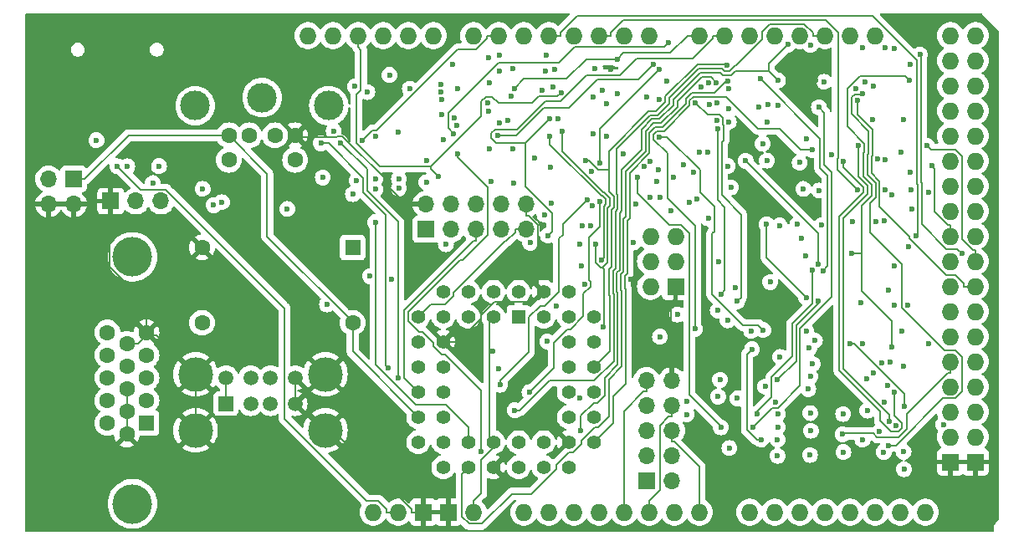
<source format=gbr>
%TF.GenerationSoftware,KiCad,Pcbnew,8.0.8+dfsg-1*%
%TF.CreationDate,2025-07-24T05:24:10-04:00*%
%TF.ProjectId,VGA_SRAM_SHIELD_DB_MULTIPLEX,5647415f-5352-4414-9d5f-534849454c44,rev?*%
%TF.SameCoordinates,Original*%
%TF.FileFunction,Copper,L2,Inr*%
%TF.FilePolarity,Positive*%
%FSLAX46Y46*%
G04 Gerber Fmt 4.6, Leading zero omitted, Abs format (unit mm)*
G04 Created by KiCad (PCBNEW 8.0.8+dfsg-1) date 2025-07-24 05:24:10*
%MOMM*%
%LPD*%
G01*
G04 APERTURE LIST*
%TA.AperFunction,ComponentPad*%
%ADD10R,1.700000X1.700000*%
%TD*%
%TA.AperFunction,ComponentPad*%
%ADD11O,1.700000X1.700000*%
%TD*%
%TA.AperFunction,ComponentPad*%
%ADD12R,1.500000X1.500000*%
%TD*%
%TA.AperFunction,ComponentPad*%
%ADD13C,1.500000*%
%TD*%
%TA.AperFunction,ComponentPad*%
%ADD14C,3.500000*%
%TD*%
%TA.AperFunction,ComponentPad*%
%ADD15C,4.000000*%
%TD*%
%TA.AperFunction,ComponentPad*%
%ADD16R,1.600000X1.600000*%
%TD*%
%TA.AperFunction,ComponentPad*%
%ADD17C,1.600000*%
%TD*%
%TA.AperFunction,ComponentPad*%
%ADD18R,1.422400X1.422400*%
%TD*%
%TA.AperFunction,ComponentPad*%
%ADD19C,1.422400*%
%TD*%
%TA.AperFunction,ComponentPad*%
%ADD20O,1.727200X1.727200*%
%TD*%
%TA.AperFunction,ComponentPad*%
%ADD21R,1.727200X1.727200*%
%TD*%
%TA.AperFunction,ComponentPad*%
%ADD22C,2.990000*%
%TD*%
%TA.AperFunction,ViaPad*%
%ADD23C,0.600000*%
%TD*%
%TA.AperFunction,Conductor*%
%ADD24C,0.200000*%
%TD*%
G04 APERTURE END LIST*
D10*
%TO.N,GND*%
%TO.C,J8*%
X40341200Y-42790800D03*
D11*
%TO.N,Net-(J8-Pin_2)*%
X42881200Y-42790800D03*
X45421200Y-42790800D03*
%TD*%
D12*
%TO.N,PWR*%
%TO.C,J1*%
X52001200Y-63300800D03*
D13*
%TO.N,Net-(A1-D18{slash}TX1)*%
X54501200Y-63300800D03*
%TO.N,Net-(A1-D19{slash}RX1)*%
X56501200Y-63300800D03*
%TO.N,GND*%
X59001200Y-63300800D03*
%TO.N,PWR*%
X52001200Y-60680800D03*
%TO.N,Net-(A1-D16{slash}TX2)*%
X54501200Y-60680800D03*
%TO.N,Net-(A1-D17{slash}RX2)*%
X56501200Y-60680800D03*
%TO.N,GND*%
X59001200Y-60680800D03*
D14*
X48931200Y-66010800D03*
X62071200Y-66010800D03*
X48931200Y-60330800D03*
X62071200Y-60330800D03*
%TD*%
D15*
%TO.N,N/C*%
%TO.C,J7*%
X42541200Y-48445800D03*
X42541200Y-73445800D03*
D16*
%TO.N,RED*%
X43961200Y-65260800D03*
D17*
%TO.N,GREEN*%
X43961200Y-62970800D03*
%TO.N,BLUE*%
X43961200Y-60680800D03*
%TO.N,unconnected-(J7-Pad4)*%
X43961200Y-58390800D03*
%TO.N,GND*%
X43961200Y-56100800D03*
X41981200Y-66405800D03*
X41981200Y-64115800D03*
X41981200Y-61825800D03*
%TO.N,unconnected-(J7-Pad9)*%
X41981200Y-59535800D03*
%TO.N,GND*%
X41981200Y-57245800D03*
%TO.N,unconnected-(J7-Pad11)*%
X40001200Y-65260800D03*
%TO.N,unconnected-(J7-Pad12)*%
X40001200Y-62970800D03*
%TO.N,Net-(J7-Pad13)*%
X40001200Y-60680800D03*
%TO.N,Net-(J7-Pad14)*%
X40001200Y-58390800D03*
%TO.N,unconnected-(J7-Pad15)*%
X40001200Y-56100800D03*
%TD*%
D18*
%TO.N,READY*%
%TO.C,U4*%
X81621200Y-54510800D03*
D19*
%TO.N,Net-(X1-OUT)*%
X79081200Y-51970800D03*
%TO.N,PWR*%
X79081200Y-54510800D03*
%TO.N,COUNTER_MEMADDR0*%
X76541200Y-51970800D03*
%TO.N,COUNTER_MEMADDR1*%
X76541200Y-54510800D03*
%TO.N,COUNTER_MEMADDR2*%
X74001200Y-51970800D03*
%TO.N,TDI*%
X71461200Y-54510800D03*
%TO.N,COUNTER_MEMADDR3*%
X74001200Y-54510800D03*
%TO.N,COUNTER_MEMADDR4*%
X71461200Y-57050800D03*
%TO.N,GND*%
X74001200Y-57050800D03*
%TO.N,COUNTER_MEMADDR5*%
X71461200Y-59590800D03*
%TO.N,COUNTER_MEMADDR6*%
X74001200Y-59590800D03*
%TO.N,TMS*%
X71461200Y-62130800D03*
%TO.N,COUNTER_MEMADDR7*%
X74001200Y-62130800D03*
%TO.N,PWR*%
X71461200Y-64670800D03*
%TO.N,COUNTER_MEMADDR8*%
X74001200Y-64670800D03*
%TO.N,COUNTER_MEMADDR9*%
X71461200Y-67210800D03*
%TO.N,COUNTER_MEMADDR10*%
X74001200Y-69750800D03*
%TO.N,COUNTER_MEMADDR11*%
X74001200Y-67210800D03*
%TO.N,COUNTER_MEMADDR12*%
X76541200Y-69750800D03*
%TO.N,COUNTER_MEMADDR13*%
X76541200Y-67210800D03*
%TO.N,GND*%
X79081200Y-69750800D03*
%TO.N,PWR*%
X79081200Y-67210800D03*
%TO.N,COUNTER_MEMADDR14*%
X81621200Y-69750800D03*
%TO.N,COUNTER_MEMADDR15*%
X81621200Y-67210800D03*
%TO.N,COUNTER_MEMADDR16*%
X84161200Y-69750800D03*
%TO.N,COUNTER_MEMADDR17*%
X84161200Y-67210800D03*
%TO.N,COUNTER_MEMADDR18*%
X86701200Y-69750800D03*
%TO.N,COUNTER_MEMADDR19*%
X89241200Y-67210800D03*
%TO.N,GND*%
X86701200Y-67210800D03*
%TO.N,unconnected-(U4-Pad31)*%
X89241200Y-64670800D03*
%TO.N,TCK*%
X86701200Y-64670800D03*
%TO.N,~{H_SYNC}*%
X89241200Y-62130800D03*
%TO.N,~{V_SYNC}*%
X86701200Y-62130800D03*
%TO.N,PWR*%
X89241200Y-59590800D03*
%TO.N,BANK_SELECT*%
X86701200Y-59590800D03*
%TO.N,unconnected-(U4-Pad37)*%
X89241200Y-57050800D03*
%TO.N,TDO*%
X86701200Y-57050800D03*
%TO.N,~{VGA_OUT}*%
X89241200Y-54510800D03*
%TO.N,unconnected-(U4-Pad40)*%
X86701200Y-51970800D03*
%TO.N,unconnected-(U4-Pad41)*%
X86701200Y-54510800D03*
%TO.N,GND*%
X84161200Y-51970800D03*
%TO.N,unconnected-(U4-Pad43)*%
X84161200Y-54510800D03*
%TO.N,unconnected-(U4-Pad44)*%
X81621200Y-51970800D03*
%TD*%
D20*
%TO.N,3.3V*%
%TO.C,A1*%
X66896400Y-74291800D03*
%TO.N,5V*%
X69436400Y-74291800D03*
X97503400Y-46351800D03*
X125316400Y-26031800D03*
X127856400Y-26031800D03*
%TO.N,Net-(J2-Pin_2)*%
X82136400Y-74291800D03*
%TO.N,Net-(J2-Pin_3)*%
X84676400Y-74291800D03*
%TO.N,Net-(J2-Pin_4)*%
X87216400Y-74291800D03*
%TO.N,Net-(J2-Pin_5)*%
X89756400Y-74291800D03*
%TO.N,Net-(J2-Pin_9)*%
X92296400Y-74291800D03*
%TO.N,Net-(J2-Pin_8)*%
X94836400Y-74291800D03*
%TO.N,Net-(J2-Pin_7)*%
X97376400Y-74291800D03*
%TO.N,Net-(J2-Pin_6)*%
X99916400Y-74291800D03*
%TO.N,DATA11*%
X104996400Y-74291800D03*
%TO.N,DATA12*%
X107536400Y-74291800D03*
%TO.N,DATA13*%
X110076400Y-74291800D03*
%TO.N,DATA14*%
X112616400Y-74291800D03*
%TO.N,unconnected-(A1-CANRX-PadCANR)*%
X120236400Y-74291800D03*
%TO.N,unconnected-(A1-CANTX-PadCANT)*%
X122776400Y-74291800D03*
%TO.N,unconnected-(A1-D0{slash}RX0-PadD0)*%
X94836400Y-26031800D03*
%TO.N,unconnected-(A1-D1{slash}TX0-PadD1)*%
X92296400Y-26031800D03*
%TO.N,/MCU OE*%
X89756400Y-26031800D03*
%TO.N,/MCU CE*%
X87216400Y-26031800D03*
%TO.N,/MCU WE*%
X84676400Y-26031800D03*
%TO.N,BANK_SELECT*%
X82136400Y-26031800D03*
%TO.N,Net-(A1-PadD6)*%
X79596400Y-26031800D03*
%TO.N,Net-(A1-PadD7)*%
X77056400Y-26031800D03*
%TO.N,unconnected-(A1-PadD8)*%
X72992400Y-26031800D03*
%TO.N,unconnected-(A1-PadD9)*%
X70452400Y-26031800D03*
%TO.N,/SD_CS*%
X67912400Y-26031800D03*
%TO.N,MCUMEMADDR7*%
X65372400Y-26031800D03*
%TO.N,MCUMEMADDR8*%
X62832400Y-26031800D03*
%TO.N,unconnected-(A1-PadD13)*%
X60292400Y-26031800D03*
%TO.N,MCUMEMADDR4*%
X99916400Y-26031800D03*
%TO.N,MCUMEMADDR5*%
X102456400Y-26031800D03*
%TO.N,Net-(A1-D16{slash}TX2)*%
X104996400Y-26031800D03*
%TO.N,Net-(A1-D17{slash}RX2)*%
X107536400Y-26031800D03*
%TO.N,Net-(A1-D18{slash}TX1)*%
X110076400Y-26031800D03*
%TO.N,Net-(A1-D19{slash}RX1)*%
X112616400Y-26031800D03*
%TO.N,unconnected-(A1-D20{slash}SDA-PadD20)*%
X115156400Y-26031800D03*
%TO.N,unconnected-(A1-D21{slash}SCL-PadD21)*%
X117696400Y-26031800D03*
%TO.N,unconnected-(A1-PadD22)*%
X125316400Y-28571800D03*
%TO.N,unconnected-(A1-PadD23)*%
X127856400Y-28571800D03*
%TO.N,unconnected-(A1-PadD24)*%
X125316400Y-31111800D03*
%TO.N,MCUMEMADDR0*%
X127856400Y-31111800D03*
%TO.N,MCUMEMADDR1*%
X125316400Y-33651800D03*
%TO.N,MCUMEMADDR2*%
X127856400Y-33651800D03*
%TO.N,MCUMEMADDR3*%
X125316400Y-36191800D03*
%TO.N,MCUMEMADDR6*%
X127856400Y-36191800D03*
%TO.N,MCUMEMADDR9*%
X125316400Y-38731800D03*
%TO.N,READY*%
X127856400Y-38731800D03*
%TO.N,MCUMEMADDR10*%
X125316400Y-41271800D03*
%TO.N,MCUMEMADDR11*%
X127856400Y-41271800D03*
%TO.N,MCUMEMADDR12*%
X125316400Y-43811800D03*
%TO.N,MCUMEMADDR13*%
X127856400Y-43811800D03*
%TO.N,MCUMEMADDR14*%
X125316400Y-46351800D03*
%TO.N,MCUMEMADDR15*%
X127856400Y-46351800D03*
%TO.N,MCUMEMADDR16*%
X125316400Y-48891800D03*
%TO.N,MCUMEMADDR17*%
X127856400Y-48891800D03*
%TO.N,MCUMEMADDR18*%
X125316400Y-51431800D03*
%TO.N,MCUMEMADDR19*%
X127856400Y-51431800D03*
%TO.N,/PS2_DAT*%
X125316400Y-53971800D03*
%TO.N,/PS2_CLK*%
X127856400Y-53971800D03*
%TO.N,DATA7*%
X125316400Y-56511800D03*
%TO.N,DATA6*%
X127856400Y-56511800D03*
%TO.N,DATA5*%
X125316400Y-59051800D03*
%TO.N,DATA4*%
X127856400Y-59051800D03*
%TO.N,DATA3*%
X125316400Y-61591800D03*
%TO.N,DATA2*%
X127856400Y-61591800D03*
%TO.N,DATA1*%
X125316400Y-64131800D03*
%TO.N,DATA0*%
X127856400Y-64131800D03*
%TO.N,DATA15*%
X125316400Y-66671800D03*
%TO.N,DATA8*%
X127856400Y-66671800D03*
%TO.N,DATA9*%
X115156400Y-74291800D03*
%TO.N,DATA10*%
X117696400Y-74291800D03*
D21*
%TO.N,GND*%
X71976400Y-74291800D03*
X74516400Y-74291800D03*
X97503400Y-51431800D03*
X125316400Y-69211800D03*
X127856400Y-69211800D03*
D20*
%TO.N,Net-(A1-SPI_MISO)*%
X94963400Y-46351800D03*
%TO.N,Net-(A1-SPI_MOSI)*%
X97503400Y-48891800D03*
%TO.N,unconnected-(A1-SPI_RESET-PadRST2)*%
X94963400Y-51431800D03*
%TO.N,Net-(A1-SPI_SCK)*%
X94963400Y-48891800D03*
%TO.N,PWR*%
X77056400Y-74291800D03*
%TD*%
D17*
%TO.N,/PS2_DAT*%
%TO.C,J3*%
X56951200Y-36130800D03*
%TO.N,unconnected-(J3-Pad2)*%
X54351200Y-36130800D03*
%TO.N,GND*%
X59001200Y-36130800D03*
%TO.N,PWR*%
X52301200Y-36130800D03*
%TO.N,/PS2_CLK*%
X59001200Y-38620800D03*
%TO.N,unconnected-(J3-Pad6)*%
X52301200Y-38620800D03*
D22*
%TO.N,N/C*%
X48891200Y-33130800D03*
X55651200Y-32320800D03*
X62411200Y-33130800D03*
%TD*%
D16*
%TO.N,unconnected-(X1-NC-Pad1)*%
%TO.C,X1*%
X64821200Y-47490800D03*
D17*
%TO.N,GND*%
X49581200Y-47490800D03*
%TO.N,Net-(X1-OUT)*%
X49581200Y-55110800D03*
%TO.N,PWR*%
X64821200Y-55110800D03*
%TD*%
D10*
%TO.N,PWR*%
%TO.C,J2*%
X94561200Y-71100800D03*
D11*
%TO.N,Net-(J2-Pin_2)*%
X97101200Y-71100800D03*
%TO.N,Net-(J2-Pin_3)*%
X94561200Y-68560800D03*
%TO.N,Net-(J2-Pin_4)*%
X97101200Y-68560800D03*
%TO.N,Net-(J2-Pin_5)*%
X94561200Y-66020800D03*
%TO.N,Net-(J2-Pin_6)*%
X97101200Y-66020800D03*
%TO.N,Net-(J2-Pin_7)*%
X94561200Y-63480800D03*
%TO.N,Net-(J2-Pin_8)*%
X97101200Y-63480800D03*
%TO.N,Net-(J2-Pin_9)*%
X94561200Y-60940800D03*
%TO.N,GND*%
X97101200Y-60940800D03*
%TD*%
D10*
%TO.N,PWR*%
%TO.C,J4*%
X36571200Y-40540800D03*
D11*
X34031200Y-40540800D03*
%TO.N,GND*%
X36571200Y-43080800D03*
X34031200Y-43080800D03*
%TD*%
D10*
%TO.N,TCK*%
%TO.C,J5*%
X72241200Y-45650800D03*
D11*
%TO.N,GND*%
X72241200Y-43110800D03*
%TO.N,TDO*%
X74781200Y-45650800D03*
%TO.N,PWR*%
X74781200Y-43110800D03*
%TO.N,TMS*%
X77321200Y-45650800D03*
%TO.N,unconnected-(J5-Pin_6-Pad6)*%
X77321200Y-43110800D03*
%TO.N,unconnected-(J5-Pin_7-Pad7)*%
X79861200Y-45650800D03*
%TO.N,unconnected-(J5-Pin_8-Pad8)*%
X79861200Y-43110800D03*
%TO.N,TDI*%
X82401200Y-45650800D03*
%TO.N,GND*%
X82401200Y-43110800D03*
%TD*%
D23*
%TO.N,GND*%
X49000000Y-49400000D03*
X52000000Y-54600000D03*
%TO.N,PWR*%
X79600000Y-59800000D03*
X79000000Y-58000000D03*
%TO.N,DATA_BANK22*%
X115150100Y-57207400D03*
X120647200Y-63618300D03*
X110935700Y-61822000D03*
%TO.N,Net-(A1-SPI_MISO)*%
X45222500Y-39256300D03*
%TO.N,DATA_BANK27*%
X107826900Y-68588100D03*
X120617900Y-69946800D03*
X110229500Y-46547000D03*
%TO.N,DATA_BANK20*%
X117505800Y-60193000D03*
X110727500Y-55945900D03*
%TO.N,DATA_BANK21*%
X107828400Y-60855700D03*
X118964800Y-61460400D03*
X111944400Y-52917600D03*
%TO.N,DATA_BANK23*%
X116906700Y-64005700D03*
X116441200Y-57200900D03*
%TO.N,DATA_BANK24*%
X111343000Y-49745500D03*
X105753700Y-64370800D03*
X124595400Y-65401800D03*
%TO.N,Net-(A1-SPI_SCK)*%
X42018200Y-39271800D03*
%TO.N,MCUMEMADDR13*%
X94930900Y-38758400D03*
%TO.N,MCUMEMADDR19*%
X115918400Y-32569400D03*
%TO.N,MCUMEMADDR12*%
X100051100Y-31225100D03*
X75488500Y-31380700D03*
%TO.N,MCUMEMADDR2*%
X100785300Y-37856800D03*
%TO.N,MCUMEMADDR0*%
X100815400Y-30844000D03*
%TO.N,MCUMEMADDR14*%
X123442600Y-39224700D03*
X75103700Y-34346700D03*
X90486500Y-36193900D03*
%TO.N,MCUMEMADDR11*%
X84008300Y-31578600D03*
X88885100Y-45261200D03*
X121333100Y-41625700D03*
%TO.N,MCUMEMADDR3*%
X100892800Y-33055600D03*
X78536000Y-32858900D03*
%TO.N,MCUMEMADDR9*%
X97072300Y-43755800D03*
%TO.N,MCUMEMADDR5*%
X84575900Y-46278100D03*
X84776207Y-34467877D03*
%TO.N,MCUMEMADDR6*%
X101867700Y-48898300D03*
X123140200Y-41906800D03*
X89994700Y-48733100D03*
X84760408Y-36193074D03*
%TO.N,MCUMEMADDR8*%
X85258200Y-29452800D03*
X89094900Y-43243400D03*
%TO.N,MCUMEMADDR18*%
X113275000Y-38131500D03*
%TO.N,MCUMEMADDR15*%
X120282400Y-37871600D03*
X73833200Y-32541500D03*
X90494700Y-32905300D03*
%TO.N,MCUMEMADDR7*%
X85904300Y-31808700D03*
X95616700Y-40841400D03*
X73491100Y-40285600D03*
%TO.N,MCUMEMADDR4*%
X84241404Y-44154904D03*
X93453400Y-43130100D03*
X91599100Y-28407400D03*
X81172800Y-31396400D03*
%TO.N,DATA_BANK26*%
X107830100Y-66928300D03*
X118154400Y-66116300D03*
X109816500Y-45162400D03*
%TO.N,DATA_BANK25*%
X111204500Y-66044600D03*
X119831500Y-65525000D03*
X110631900Y-48381000D03*
%TO.N,DATA_BANK17*%
X120577500Y-68184200D03*
X111109600Y-68505800D03*
X106783500Y-34779700D03*
%TO.N,DATA_BANK11*%
X116859600Y-60782500D03*
X106577400Y-61581600D03*
X110065200Y-38895300D03*
%TO.N,DATA_BANK12*%
X119650600Y-62158900D03*
X107595000Y-63121800D03*
X114493100Y-38730000D03*
%TO.N,DATA_BANK16*%
X118575900Y-68198700D03*
X106178400Y-66928300D03*
X106313800Y-36981900D03*
X105236800Y-57800000D03*
%TO.N,DATA_BANK15*%
X119064200Y-67546600D03*
X116388200Y-31891700D03*
%TO.N,DATA_BANK14*%
X119105400Y-65119300D03*
X107847100Y-65663900D03*
X115779000Y-31369100D03*
X115996400Y-37204200D03*
%TO.N,DATA_BANK10*%
X111146200Y-60544400D03*
X120577400Y-59553100D03*
X110425000Y-41562400D03*
%TO.N,DATA_BANK13*%
X118646700Y-63118800D03*
X107847100Y-64370800D03*
X112033200Y-41728200D03*
%TO.N,~{VGA_OUT 1}*%
X107091200Y-50984400D03*
X111377000Y-59270800D03*
%TO.N,MCUMEMADDR10*%
X87849500Y-47168800D03*
X80993800Y-37540000D03*
%TO.N,MCUMEMADDR17*%
X122963300Y-37204200D03*
%TO.N,MCUMEMADDR1*%
X85626200Y-34471872D03*
%TO.N,/MCU OE*%
X121057200Y-47449400D03*
X115948900Y-41683100D03*
X111598477Y-56900523D03*
%TO.N,Net-(A1-SPI_MOSI)*%
X44597700Y-40973900D03*
%TO.N,~{WE_BANK2}*%
X103533700Y-51591100D03*
%TO.N,DATA1*%
X118386300Y-59149200D03*
%TO.N,DATA5*%
X114423700Y-66406400D03*
%TO.N,~{WE_BANK1}*%
X99477500Y-55744500D03*
X111333900Y-37615900D03*
%TO.N,~{OE_BANK2}*%
X106720700Y-45158000D03*
X110726100Y-52547900D03*
%TO.N,~{OE_BANK1}*%
X112423100Y-49850800D03*
X106061200Y-30384900D03*
%TO.N,DATA3*%
X103761900Y-62770400D03*
%TO.N,Net-(A1-PadD7)*%
X64852500Y-42090254D03*
%TO.N,~{MCU_WE}*%
X121036800Y-53333800D03*
X101772500Y-53871800D03*
%TO.N,MEMADDR_BANK217*%
X119017700Y-51846800D03*
X110750400Y-36502000D03*
%TO.N,MEMADDR_BANK219*%
X105907100Y-33296600D03*
X116275100Y-53088800D03*
%TO.N,MEMADDR_BANK216*%
X107891000Y-33071500D03*
X119601200Y-53356300D03*
%TO.N,MEMADDR_BANK218*%
X111943200Y-49184400D03*
X104591900Y-38718800D03*
%TO.N,DATA0*%
X119194100Y-59050000D03*
%TO.N,MEMADDR_BANK211*%
X88025500Y-45269900D03*
X118622100Y-44805900D03*
%TO.N,MEMADDR_BANK213*%
X97265900Y-40404700D03*
X119363300Y-42181000D03*
%TO.N,MEMADDR_BANK212*%
X101693000Y-32822100D03*
X118749600Y-41662900D03*
%TO.N,MEMADDR_BANK214*%
X94350600Y-39309700D03*
X121380900Y-43558300D03*
%TO.N,MEMADDR_BANK215*%
X81060400Y-29350600D03*
X88278200Y-51205800D03*
X120401200Y-55920600D03*
%TO.N,MEMADDR_BANK28*%
X95942700Y-42447900D03*
%TO.N,MEMADDR_BANK29*%
X115401900Y-44851900D03*
X93257500Y-46980300D03*
%TO.N,MEMADDR_BANK210*%
X117802600Y-44880800D03*
X88012900Y-49332100D03*
%TO.N,MEMADDR_BANK20*%
X102082100Y-52234400D03*
X101738600Y-35456200D03*
X95883800Y-32493000D03*
%TO.N,MEMADDR_BANK22*%
X99308000Y-39879600D03*
X105170050Y-55950000D03*
%TO.N,MEMADDR_BANK23*%
X103735400Y-52930200D03*
X99529800Y-32838400D03*
%TO.N,5V*%
X41007400Y-39260900D03*
%TO.N,DATA7*%
X114487900Y-68215800D03*
%TO.N,DATA4*%
X114463500Y-64357300D03*
%TO.N,MEMADDR_BANK21*%
X95860800Y-36293400D03*
X106370050Y-55838956D03*
%TO.N,/MCU WE*%
X121801700Y-46292400D03*
X119608200Y-49313300D03*
%TO.N,MEMADDR_BANK24*%
X98867800Y-42957500D03*
X102759800Y-54857900D03*
%TO.N,BANK_SELECT*%
X89872900Y-38975000D03*
X95883000Y-29466600D03*
X111031815Y-57670800D03*
%TO.N,COUNTER_MEMADDR16*%
X87931400Y-66005100D03*
X107872100Y-30558700D03*
X108870900Y-26943500D03*
%TO.N,MEMADDR_BANK118*%
X117949800Y-38490400D03*
%TO.N,MEMADDR_BANK119*%
X117404300Y-34509900D03*
%TO.N,COUNTER_MEMADDR18*%
X102893300Y-34773200D03*
%TO.N,COUNTER_MEMADDR19*%
X102833100Y-30641200D03*
X112545800Y-30720800D03*
%TO.N,MEMADDR_BANK117*%
X118750000Y-38624500D03*
%TO.N,MEMADDR_BANK116*%
X120555900Y-34557500D03*
%TO.N,COUNTER_MEMADDR17*%
X112016400Y-33296800D03*
X105361800Y-65663900D03*
%TO.N,MEMADDR_BANK19*%
X89125600Y-35940800D03*
X116461200Y-27243300D03*
%TO.N,MEMADDR_BANK111*%
X79715600Y-34878900D03*
X117551500Y-31180400D03*
%TO.N,COUNTER_MEMADDR12*%
X79684100Y-29590800D03*
X101632800Y-30783800D03*
%TO.N,COUNTER_MEMADDR11*%
X84533100Y-57015400D03*
X85115400Y-31247100D03*
%TO.N,COUNTER_MEMADDR15*%
X73738200Y-30941100D03*
X91599200Y-31949300D03*
%TO.N,MEMADDR_BANK18*%
X89131500Y-32258600D03*
X106830500Y-32989100D03*
%TO.N,COUNTER_MEMADDR14*%
X75461700Y-37980700D03*
X77834200Y-68134500D03*
%TO.N,COUNTER_MEMADDR8*%
X89351000Y-29391200D03*
X88582200Y-42624500D03*
X79731200Y-61394100D03*
%TO.N,Net-(A1-PadD6)*%
X65809100Y-36651800D03*
%TO.N,COUNTER_MEMADDR13*%
X67111400Y-44931500D03*
X69512100Y-40538200D03*
X101693000Y-34656000D03*
%TO.N,MEMADDR_BANK112*%
X78602400Y-28292900D03*
X118670800Y-27245800D03*
%TO.N,MEMADDR_BANK113*%
X74988900Y-35940800D03*
X96758800Y-26774300D03*
X119661200Y-27351900D03*
%TO.N,COUNTER_MEMADDR9*%
X90202100Y-55512800D03*
X87833700Y-62761500D03*
X89384400Y-47162000D03*
X86018941Y-35710276D03*
%TO.N,MEMADDR_BANK110*%
X83253000Y-38474200D03*
X95756600Y-39641100D03*
X102894000Y-33405900D03*
X116696200Y-30726800D03*
%TO.N,MEMADDR_BANK115*%
X121246800Y-39866400D03*
X72276500Y-38689200D03*
%TO.N,MEMADDR_BANK114*%
X74016600Y-36535700D03*
X121243800Y-28947800D03*
%TO.N,~{COUNTER_BANK1}*%
X119428800Y-57545200D03*
X121148200Y-30566200D03*
X84418300Y-28040500D03*
X115312800Y-48067300D03*
%TO.N,MEMADDR_BANK13*%
X78602200Y-33659100D03*
X102767100Y-39244200D03*
%TO.N,COUNTER_MEMADDR7*%
X89852500Y-42869300D03*
X82727300Y-62130800D03*
X90131800Y-31555100D03*
%TO.N,COUNTER_MEMADDR6*%
X80511395Y-34659365D03*
X81102600Y-40996800D03*
%TO.N,COUNTER_MEMADDR5*%
X85440300Y-53453100D03*
X78630100Y-30840900D03*
X82792400Y-47014800D03*
%TO.N,MEMADDR_BANK12*%
X98338800Y-39132200D03*
X78630400Y-37486400D03*
%TO.N,COUNTER_MEMADDR0*%
X74954900Y-28990000D03*
%TO.N,COUNTER_MEMADDR1*%
X73807000Y-34058000D03*
X94617500Y-32289600D03*
%TO.N,COUNTER_MEMADDR4*%
X84333400Y-29630100D03*
X84830800Y-39326600D03*
X69512100Y-41511300D03*
%TO.N,COUNTER_MEMADDR2*%
X75354600Y-35155700D03*
X99883400Y-37852000D03*
%TO.N,MEMADDR_BANK14*%
X94958400Y-42441800D03*
X84920000Y-43000000D03*
X80825100Y-32208600D03*
%TO.N,MEMADDR_BANK10*%
X106740800Y-38688500D03*
X70608000Y-31410400D03*
%TO.N,MEMADDR_BANK11*%
X78822700Y-40832900D03*
X103105400Y-41405000D03*
%TO.N,MEMADDR_BANK15*%
X95247700Y-28970200D03*
X79474600Y-36156100D03*
%TO.N,COUNTER_MEMADDR3*%
X73779000Y-31741300D03*
X96599200Y-30615800D03*
%TO.N,MEMADDR_BANK16*%
X102868600Y-31441400D03*
X92223500Y-38042200D03*
%TO.N,Net-(U21-B7)*%
X102945000Y-67798300D03*
X68458100Y-59716000D03*
X61604500Y-36938700D03*
X65041200Y-31193000D03*
%TO.N,Net-(U21-B6)*%
X95929200Y-56528300D03*
X89024200Y-39823800D03*
X62899100Y-35690100D03*
%TO.N,Net-(U21-B5)*%
X102090000Y-65706300D03*
X93682500Y-40385200D03*
X65239011Y-40694924D03*
%TO.N,Net-(U21-B4)*%
X98638400Y-64386800D03*
X69410300Y-60731600D03*
X63602400Y-36878100D03*
X68551600Y-30023500D03*
%TO.N,Net-(U21-B3)*%
X111135700Y-64260300D03*
X98636100Y-63058300D03*
X67152100Y-36217400D03*
X66586700Y-50398800D03*
%TO.N,Net-(U21-B2)*%
X101800600Y-62592100D03*
X100818600Y-44543500D03*
X67111400Y-40530200D03*
%TO.N,Net-(U21-B1)*%
X97679100Y-54281000D03*
X68790800Y-50732500D03*
X69397200Y-35822300D03*
%TO.N,Net-(U21-B0)*%
X72275300Y-40889800D03*
X99668000Y-42566500D03*
X102006500Y-60893500D03*
%TO.N,/MCU CE*%
X126480200Y-48121500D03*
X122226200Y-27943400D03*
%TO.N,RED*%
X61800000Y-40400000D03*
%TO.N,Net-(J7-Pad14)*%
X49650000Y-41551200D03*
%TO.N,Net-(J7-Pad13)*%
X50756600Y-43205100D03*
%TO.N,BLUE*%
X67111400Y-41599100D03*
X62223180Y-53257580D03*
%TO.N,DATA6*%
X116421900Y-66945800D03*
%TO.N,GREEN*%
X66314900Y-31743300D03*
%TO.N,Net-(J8-Pin_2)*%
X58212900Y-43584300D03*
%TO.N,Net-(A1-D19{slash}RX1)*%
X81236600Y-63964400D03*
%TO.N,GND*%
X107794200Y-36893300D03*
X107476400Y-70570100D03*
X92962800Y-50675800D03*
X107601200Y-55800000D03*
X90917800Y-29461500D03*
X111661200Y-30568800D03*
X112215900Y-55750177D03*
%TO.N,/SD_CS*%
X38901200Y-36630700D03*
%TO.N,~{V_SYNC}*%
X74262100Y-47165700D03*
%TO.N,~{H_SYNC}*%
X51595400Y-42906600D03*
%TO.N,PWR*%
X88426100Y-38724500D03*
X102718800Y-29040800D03*
X123078400Y-57192300D03*
X108039500Y-45260200D03*
X79692400Y-27995600D03*
X108081545Y-58565645D03*
X112297700Y-45213700D03*
X111156700Y-26987300D03*
%TD*%
D24*
%TO.N,DATA_BANK16*%
X104724500Y-65914800D02*
X104724500Y-58312300D01*
X106178400Y-66928300D02*
X105738000Y-66928300D01*
X105738000Y-66928300D02*
X104724500Y-65914800D01*
X104724500Y-58312300D02*
X105236800Y-57800000D01*
%TO.N,MEMADDR_BANK21*%
X105881094Y-55350000D02*
X104305100Y-55350000D01*
X99982900Y-41927000D02*
X99982900Y-39650800D01*
X101430000Y-45871400D02*
X101430000Y-43374100D01*
X106370050Y-55838956D02*
X105881094Y-55350000D01*
X101214700Y-46086700D02*
X101430000Y-45871400D01*
X96625500Y-36293400D02*
X95860800Y-36293400D01*
X104305100Y-55350000D02*
X101214700Y-52259600D01*
X101214700Y-52259600D02*
X101214700Y-46086700D01*
X101430000Y-43374100D02*
X99982900Y-41927000D01*
X99982900Y-39650800D02*
X96625500Y-36293400D01*
%TO.N,GND*%
X52000000Y-54600000D02*
X52000000Y-52400000D01*
X52000000Y-52400000D02*
X49000000Y-49400000D01*
%TO.N,Net-(U21-B7)*%
X68190700Y-44229100D02*
X65889011Y-41927411D01*
%TO.N,Net-(U21-B4)*%
X69410300Y-44882900D02*
X66289011Y-41761611D01*
%TO.N,Net-(U21-B7)*%
X65889011Y-40457887D02*
X62369824Y-36938700D01*
X65889011Y-41927411D02*
X65889011Y-40457887D01*
X68190700Y-59448600D02*
X68190700Y-44229100D01*
%TO.N,Net-(U21-B4)*%
X66289011Y-39564711D02*
X63602400Y-36878100D01*
%TO.N,Net-(U21-B7)*%
X62369824Y-36938700D02*
X61604500Y-36938700D01*
X68458100Y-59716000D02*
X68190700Y-59448600D01*
%TO.N,Net-(U21-B4)*%
X69410300Y-60731600D02*
X69410300Y-44882900D01*
X66289011Y-41761611D02*
X66289011Y-39564711D01*
%TO.N,COUNTER_MEMADDR8*%
X79731200Y-60967900D02*
X79731200Y-61394100D01*
X86080200Y-45126500D02*
X86080200Y-46181900D01*
X82634900Y-58064200D02*
X79731200Y-60967900D01*
X83811700Y-53382400D02*
X82634900Y-54559200D01*
X85680100Y-46582000D02*
X85680100Y-51947500D01*
X84245200Y-53382400D02*
X83811700Y-53382400D01*
X85680100Y-51947500D02*
X84245200Y-53382400D01*
X88582200Y-42624500D02*
X86080200Y-45126500D01*
X86080200Y-46181900D02*
X85680100Y-46582000D01*
X82634900Y-54559200D02*
X82634900Y-58064200D01*
%TO.N,MCUMEMADDR5*%
X84575900Y-46278100D02*
X84980000Y-45874000D01*
X84980000Y-45874000D02*
X84980000Y-43979239D01*
X84980000Y-43979239D02*
X82290900Y-41290139D01*
X82290900Y-41290139D02*
X82290900Y-36933000D01*
X82290900Y-36933000D02*
X84756023Y-34467877D01*
X84756023Y-34467877D02*
X84776207Y-34467877D01*
%TO.N,COUNTER_MEMADDR9*%
X90151600Y-41869100D02*
X86018941Y-37736441D01*
X90852700Y-43283600D02*
X90852700Y-42455000D01*
X90135600Y-49552400D02*
X90634500Y-49053500D01*
X86018941Y-37736441D02*
X86018941Y-35710276D01*
X90852700Y-42455000D02*
X90266800Y-41869100D01*
X90266800Y-41869100D02*
X90151600Y-41869100D01*
X90634500Y-43501800D02*
X90852700Y-43283600D01*
X90634500Y-49053500D02*
X90634500Y-43501800D01*
%TO.N,MCUMEMADDR6*%
X90234400Y-48493400D02*
X90234400Y-43336100D01*
X90234400Y-43336100D02*
X90452600Y-43117900D01*
X89994700Y-48733100D02*
X90234400Y-48493400D01*
X90452600Y-43117900D02*
X90452600Y-42620700D01*
X90101100Y-42269200D02*
X89985800Y-42269200D01*
X90452600Y-42620700D02*
X90101100Y-42269200D01*
X89985800Y-42269200D02*
X84760408Y-37043808D01*
X84760408Y-37043808D02*
X84760408Y-36193074D01*
%TO.N,DATA_BANK22*%
X115566900Y-57207400D02*
X115150100Y-57207400D01*
X120647200Y-62287700D02*
X115566900Y-57207400D01*
X120647200Y-63618300D02*
X120647200Y-62287700D01*
%TO.N,DATA_BANK21*%
X111944400Y-53150600D02*
X111944400Y-52917600D01*
X109715000Y-55380000D02*
X111944400Y-53150600D01*
X109715000Y-58969100D02*
X109715000Y-55380000D01*
X107828400Y-60855700D02*
X109715000Y-58969100D01*
%TO.N,DATA_BANK24*%
X105753700Y-64114500D02*
X105753700Y-64370800D01*
X107183300Y-62684900D02*
X105753700Y-64114500D01*
X107183300Y-60652200D02*
X107183300Y-62684900D01*
X109314900Y-58520600D02*
X107183300Y-60652200D01*
X109314900Y-55214300D02*
X109314900Y-58520600D01*
X111343000Y-53186200D02*
X109314900Y-55214300D01*
X111343000Y-49745500D02*
X111343000Y-53186200D01*
%TO.N,MCUMEMADDR19*%
X127856400Y-51431800D02*
X126692700Y-51431800D01*
X115918500Y-32569400D02*
X115918400Y-32569400D01*
X115918500Y-34021900D02*
X115918500Y-32569400D01*
X117413400Y-35516800D02*
X115918500Y-34021900D01*
X117413400Y-38178200D02*
X117413400Y-35516800D01*
X117349700Y-38241900D02*
X117413400Y-38178200D01*
X117349700Y-39972100D02*
X117349700Y-38241900D01*
X118149400Y-40771800D02*
X117349700Y-39972100D01*
X118149400Y-43373300D02*
X118149400Y-40771800D01*
X121201600Y-46425500D02*
X118149400Y-43373300D01*
X121201600Y-46540900D02*
X121201600Y-46425500D01*
X124928800Y-50268100D02*
X121201600Y-46540900D01*
X125820000Y-50268100D02*
X124928800Y-50268100D01*
X126692700Y-51140800D02*
X125820000Y-50268100D01*
X126692700Y-51431800D02*
X126692700Y-51140800D01*
%TO.N,MCUMEMADDR14*%
X125316400Y-46351800D02*
X125316400Y-45188100D01*
X123740300Y-39522400D02*
X123442600Y-39224700D01*
X123740300Y-43883300D02*
X123740300Y-39522400D01*
X125045100Y-45188100D02*
X123740300Y-43883300D01*
X125316400Y-45188100D02*
X125045100Y-45188100D01*
%TO.N,MCUMEMADDR5*%
X102456400Y-26031800D02*
X101292700Y-26031800D01*
X101292700Y-26303000D02*
X101292700Y-26031800D01*
X99230100Y-28365600D02*
X101292700Y-26303000D01*
X93555000Y-28365600D02*
X99230100Y-28365600D01*
X91832300Y-30088300D02*
X93555000Y-28365600D01*
X88473500Y-30088300D02*
X91832300Y-30088300D01*
X85902000Y-32659800D02*
X88473500Y-30088300D01*
X84304100Y-32659800D02*
X85902000Y-32659800D01*
X81445100Y-35518800D02*
X84304100Y-32659800D01*
X79245800Y-35518800D02*
X81445100Y-35518800D01*
X78835500Y-35929100D02*
X79245800Y-35518800D01*
X78835500Y-36399300D02*
X78835500Y-35929100D01*
X79369200Y-36933000D02*
X78835500Y-36399300D01*
X82290900Y-36933000D02*
X79369200Y-36933000D01*
%TO.N,MCUMEMADDR7*%
X65372400Y-26031800D02*
X65372400Y-27195500D01*
X72706100Y-39500600D02*
X72706100Y-39289300D01*
X73491100Y-40285600D02*
X72706100Y-39500600D01*
X67591500Y-39289300D02*
X72706100Y-39289300D01*
X65193900Y-36891700D02*
X67591500Y-39289300D01*
X65193900Y-32015600D02*
X65193900Y-36891700D01*
X65663900Y-31545600D02*
X65193900Y-32015600D01*
X65663900Y-27487000D02*
X65663900Y-31545600D01*
X65372400Y-27195500D02*
X65663900Y-27487000D01*
X77827000Y-34168400D02*
X72706100Y-39289300D01*
X77827000Y-32713100D02*
X77827000Y-34168400D01*
X78304900Y-32235200D02*
X77827000Y-32713100D01*
X78940100Y-32235200D02*
X78304900Y-32235200D01*
X79554300Y-32849400D02*
X78940100Y-32235200D01*
X82982800Y-32849400D02*
X79554300Y-32849400D01*
X83653400Y-32178800D02*
X82982800Y-32849400D01*
X85534200Y-32178800D02*
X83653400Y-32178800D01*
X85904300Y-31808700D02*
X85534200Y-32178800D01*
%TO.N,MCUMEMADDR4*%
X96988800Y-27795700D02*
X98752700Y-26031800D01*
X92210800Y-27795700D02*
X96988800Y-27795700D01*
X91599100Y-28407400D02*
X92210800Y-27795700D01*
X99916400Y-26031800D02*
X98752700Y-26031800D01*
X82147800Y-30421400D02*
X81172800Y-31396400D01*
X86490800Y-30421400D02*
X82147800Y-30421400D01*
X88504800Y-28407400D02*
X86490800Y-30421400D01*
X91599100Y-28407400D02*
X88504800Y-28407400D01*
%TO.N,DATA_BANK12*%
X119650600Y-64495400D02*
X119650600Y-62158900D01*
X120431600Y-65276400D02*
X119650600Y-64495400D01*
X120431600Y-65773600D02*
X120431600Y-65276400D01*
X120080100Y-66125100D02*
X120431600Y-65773600D01*
X119262600Y-66125100D02*
X120080100Y-66125100D01*
X118182900Y-65045400D02*
X119262600Y-66125100D01*
X118182900Y-64069600D02*
X118182900Y-65045400D01*
X114081200Y-59967900D02*
X118182900Y-64069600D01*
X114081200Y-44399400D02*
X114081200Y-59967900D01*
X116549000Y-41931600D02*
X114081200Y-44399400D01*
X116549000Y-41434600D02*
X116549000Y-41931600D01*
X114493100Y-39378700D02*
X116549000Y-41434600D01*
X114493100Y-38730000D02*
X114493100Y-39378700D01*
%TO.N,DATA_BANK15*%
X116310700Y-31969200D02*
X116388200Y-31891700D01*
X115627800Y-31969200D02*
X116310700Y-31969200D01*
X115318300Y-32278700D02*
X115627800Y-31969200D01*
X115318300Y-33987600D02*
X115318300Y-32278700D01*
X117013300Y-35682600D02*
X115318300Y-33987600D01*
X117013300Y-38012500D02*
X117013300Y-35682600D01*
X116949600Y-38076200D02*
X117013300Y-38012500D01*
X116949600Y-40137800D02*
X116949600Y-38076200D01*
X117749300Y-40937500D02*
X116949600Y-40137800D01*
X117749300Y-42428800D02*
X117749300Y-40937500D01*
X117145000Y-43033100D02*
X117749300Y-42428800D01*
X117145000Y-45929500D02*
X117145000Y-43033100D01*
X120433300Y-49217800D02*
X117145000Y-45929500D01*
X120433300Y-53596600D02*
X120433300Y-49217800D01*
X124724700Y-57888000D02*
X120433300Y-53596600D01*
X125810200Y-57888000D02*
X124724700Y-57888000D01*
X126499100Y-58576900D02*
X125810200Y-57888000D01*
X126499100Y-62074800D02*
X126499100Y-58576900D01*
X125818300Y-62755600D02*
X126499100Y-62074800D01*
X124581100Y-62755600D02*
X125818300Y-62755600D01*
X119790100Y-67546600D02*
X124581100Y-62755600D01*
X119064200Y-67546600D02*
X119790100Y-67546600D01*
%TO.N,DATA_BANK14*%
X119105400Y-64426300D02*
X119105400Y-65119300D01*
X114481300Y-59802200D02*
X119105400Y-64426300D01*
X114481300Y-44565100D02*
X114481300Y-59802200D01*
X116949100Y-42097300D02*
X114481300Y-44565100D01*
X116949100Y-41269000D02*
X116949100Y-42097300D01*
X115996400Y-40316300D02*
X116949100Y-41269000D01*
X115996400Y-37204200D02*
X115996400Y-40316300D01*
%TO.N,MCUMEMADDR17*%
X127856400Y-48891800D02*
X127856400Y-47728100D01*
X123327100Y-37568000D02*
X122963300Y-37204200D01*
X125822300Y-37568000D02*
X123327100Y-37568000D01*
X126480200Y-38225900D02*
X125822300Y-37568000D01*
X126480200Y-46623200D02*
X126480200Y-38225900D01*
X127585100Y-47728100D02*
X126480200Y-46623200D01*
X127856400Y-47728100D02*
X127585100Y-47728100D01*
%TO.N,/MCU OE*%
X89756400Y-26031800D02*
X90920100Y-26031800D01*
X90920100Y-25740900D02*
X90920100Y-26031800D01*
X92216500Y-24444500D02*
X90920100Y-25740900D01*
X112683300Y-24444500D02*
X92216500Y-24444500D01*
X113934600Y-25695800D02*
X112683300Y-24444500D01*
X113934600Y-38439600D02*
X113934600Y-25695800D01*
X113860600Y-38513600D02*
X113934600Y-38439600D01*
X113860600Y-39594800D02*
X113860600Y-38513600D01*
X115948900Y-41683100D02*
X113860600Y-39594800D01*
%TO.N,DATA5*%
X125316400Y-59051800D02*
X125316400Y-60215500D01*
X125025400Y-60215500D02*
X125316400Y-60215500D01*
X120902900Y-64338000D02*
X125025400Y-60215500D01*
X120902900Y-65868100D02*
X120902900Y-64338000D01*
X120054600Y-66716400D02*
X120902900Y-65868100D01*
X117905900Y-66716400D02*
X120054600Y-66716400D01*
X117519500Y-66330000D02*
X117905900Y-66716400D01*
X114500100Y-66330000D02*
X117519500Y-66330000D01*
X114423700Y-66406400D02*
X114500100Y-66330000D01*
%TO.N,~{WE_BANK1}*%
X110145600Y-37615900D02*
X111333900Y-37615900D01*
X108029600Y-35499900D02*
X110145600Y-37615900D01*
X105878300Y-35499900D02*
X108029600Y-35499900D01*
X102600400Y-32222000D02*
X105878300Y-35499900D01*
X101444500Y-32222000D02*
X102600400Y-32222000D01*
X101441100Y-32225400D02*
X101444500Y-32222000D01*
X99294200Y-32225400D02*
X101441100Y-32225400D01*
X98929700Y-32589900D02*
X99294200Y-32225400D01*
X98929700Y-33124700D02*
X98929700Y-32589900D01*
X96361100Y-35693300D02*
X98929700Y-33124700D01*
X95612300Y-35693300D02*
X96361100Y-35693300D01*
X95260700Y-36044900D02*
X95612300Y-35693300D01*
X95260700Y-36541900D02*
X95260700Y-36044900D01*
X96665800Y-37947000D02*
X95260700Y-36541900D01*
X96665800Y-42500600D02*
X96665800Y-37947000D01*
X99477500Y-45312300D02*
X96665800Y-42500600D01*
X99477500Y-55744500D02*
X99477500Y-45312300D01*
%TO.N,~{OE_BANK2}*%
X106720700Y-48542500D02*
X106720700Y-45158000D01*
X110726100Y-52547900D02*
X106720700Y-48542500D01*
%TO.N,~{OE_BANK1}*%
X112146500Y-36470200D02*
X106061200Y-30384900D01*
X112146500Y-39490900D02*
X112146500Y-36470200D01*
X112897800Y-40242200D02*
X112146500Y-39490900D01*
X112897800Y-49376100D02*
X112897800Y-40242200D01*
X112423100Y-49850800D02*
X112897800Y-49376100D01*
%TO.N,MEMADDR_BANK218*%
X111943200Y-46070100D02*
X111943200Y-49184400D01*
X104591900Y-38718800D02*
X111943200Y-46070100D01*
%TO.N,5V*%
X69436400Y-74291800D02*
X68272700Y-74291800D01*
X43387100Y-41640600D02*
X41007400Y-39260900D01*
X45919500Y-41640600D02*
X43387100Y-41640600D01*
X57930300Y-53651400D02*
X45919500Y-41640600D01*
X57930300Y-64832000D02*
X57930300Y-53651400D01*
X66226400Y-73128100D02*
X57930300Y-64832000D01*
X67400000Y-73128100D02*
X66226400Y-73128100D01*
X68272700Y-74000800D02*
X67400000Y-73128100D01*
X68272700Y-74291800D02*
X68272700Y-74000800D01*
%TO.N,/MCU WE*%
X84676400Y-26031800D02*
X85840100Y-26031800D01*
X85840100Y-25740900D02*
X85840100Y-26031800D01*
X87549000Y-24032000D02*
X85840100Y-25740900D01*
X117428400Y-24032000D02*
X87549000Y-24032000D01*
X121949900Y-28553500D02*
X117428400Y-24032000D01*
X121949900Y-41041200D02*
X121949900Y-28553500D01*
X121981000Y-41072300D02*
X121949900Y-41041200D01*
X121981000Y-46113100D02*
X121981000Y-41072300D01*
X121801700Y-46292400D02*
X121981000Y-46113100D01*
%TO.N,BANK_SELECT*%
X89872900Y-35476700D02*
X89872900Y-38975000D01*
X95883000Y-29466600D02*
X89872900Y-35476700D01*
%TO.N,COUNTER_MEMADDR16*%
X107872100Y-30558700D02*
X106967500Y-29654100D01*
X106967500Y-28846900D02*
X108870900Y-26943500D01*
X106967500Y-29654100D02*
X106967500Y-28846900D01*
X87931400Y-64546600D02*
X87931400Y-66005100D01*
X89229300Y-63248700D02*
X87931400Y-64546600D01*
X89579300Y-63248700D02*
X89229300Y-63248700D01*
X90362100Y-62465900D02*
X89579300Y-63248700D01*
X90362100Y-60675400D02*
X90362100Y-62465900D01*
X91655100Y-59382400D02*
X90362100Y-60675400D01*
X91655100Y-52051800D02*
X91655100Y-59382400D01*
X91555100Y-51951800D02*
X91655100Y-52051800D01*
X91555100Y-50030500D02*
X91555100Y-51951800D01*
X91834800Y-49750800D02*
X91555100Y-50030500D01*
X91834800Y-43998900D02*
X91834800Y-49750800D01*
X92053000Y-43780700D02*
X91834800Y-43998900D01*
X92053000Y-39627200D02*
X92053000Y-43780700D01*
X94060400Y-37619800D02*
X92053000Y-39627200D01*
X94060400Y-35547800D02*
X94060400Y-37619800D01*
X95115200Y-34493000D02*
X94060400Y-35547800D01*
X95864100Y-34493000D02*
X95115200Y-34493000D01*
X97284100Y-33073000D02*
X95864100Y-34493000D01*
X97284100Y-32538100D02*
X97284100Y-33073000D01*
X100035400Y-29786800D02*
X97284100Y-32538100D01*
X102050400Y-29786800D02*
X100035400Y-29786800D01*
X102304600Y-30041000D02*
X102050400Y-29786800D01*
X103133100Y-30041000D02*
X102304600Y-30041000D01*
X103520000Y-29654100D02*
X103133100Y-30041000D01*
X106967500Y-29654100D02*
X103520000Y-29654100D01*
%TO.N,COUNTER_MEMADDR19*%
X91162300Y-65289700D02*
X89241200Y-67210800D01*
X91162300Y-62548200D02*
X91162300Y-65289700D01*
X92455300Y-61255200D02*
X91162300Y-62548200D01*
X92455300Y-51720400D02*
X92455300Y-61255200D01*
X92355300Y-51620400D02*
X92455300Y-51720400D01*
X92355300Y-50361900D02*
X92355300Y-51620400D01*
X92635000Y-50082200D02*
X92355300Y-50361900D01*
X92635000Y-44751400D02*
X92635000Y-50082200D01*
X92853200Y-44533200D02*
X92635000Y-44751400D01*
X92853200Y-39958600D02*
X92853200Y-44533200D01*
X94860600Y-37951200D02*
X92853200Y-39958600D01*
X94860600Y-35879200D02*
X94860600Y-37951200D01*
X95446600Y-35293200D02*
X94860600Y-35879200D01*
X96195500Y-35293200D02*
X95446600Y-35293200D01*
X98529600Y-32959100D02*
X96195500Y-35293200D01*
X98529600Y-32424200D02*
X98529600Y-32959100D01*
X99128500Y-31825300D02*
X98529600Y-32424200D01*
X101275400Y-31825300D02*
X99128500Y-31825300D01*
X101278800Y-31821900D02*
X101275400Y-31825300D01*
X101443400Y-31821900D02*
X101278800Y-31821900D01*
X102624100Y-30641200D02*
X101443400Y-31821900D01*
X102833100Y-30641200D02*
X102624100Y-30641200D01*
%TO.N,COUNTER_MEMADDR17*%
X112554200Y-33834600D02*
X112016400Y-33296800D01*
X112554200Y-39133000D02*
X112554200Y-33834600D01*
X113297900Y-39876700D02*
X112554200Y-39133000D01*
X113297900Y-52507500D02*
X113297900Y-39876700D01*
X110115100Y-55690300D02*
X113297900Y-52507500D01*
X110115100Y-61450400D02*
X110115100Y-55690300D01*
X107843600Y-63721900D02*
X110115100Y-61450400D01*
X107303800Y-63721900D02*
X107843600Y-63721900D01*
X105361800Y-65663900D02*
X107303800Y-63721900D01*
%TO.N,COUNTER_MEMADDR12*%
X75863200Y-70428800D02*
X76541200Y-69750800D01*
X75863200Y-74744500D02*
X75863200Y-70428800D01*
X76593000Y-75474300D02*
X75863200Y-74744500D01*
X77873800Y-75474300D02*
X76593000Y-75474300D01*
X80919900Y-72428200D02*
X77873800Y-75474300D01*
X82923100Y-72428200D02*
X80919900Y-72428200D01*
X85431200Y-69920100D02*
X82923100Y-72428200D01*
X85431200Y-69537300D02*
X85431200Y-69920100D01*
X86746300Y-68222200D02*
X85431200Y-69537300D01*
X87163000Y-68222200D02*
X86746300Y-68222200D01*
X87971300Y-67413900D02*
X87163000Y-68222200D01*
X87971300Y-67046400D02*
X87971300Y-67413900D01*
X89335500Y-65682200D02*
X87971300Y-67046400D01*
X89681100Y-65682200D02*
X89335500Y-65682200D01*
X90762200Y-64601100D02*
X89681100Y-65682200D01*
X90762200Y-60841100D02*
X90762200Y-64601100D01*
X92055200Y-59548100D02*
X90762200Y-60841100D01*
X92055200Y-51886100D02*
X92055200Y-59548100D01*
X91955200Y-51786100D02*
X92055200Y-51886100D01*
X91955200Y-50196200D02*
X91955200Y-51786100D01*
X92234900Y-49916500D02*
X91955200Y-50196200D01*
X92234900Y-44585700D02*
X92234900Y-49916500D01*
X92453100Y-44367500D02*
X92234900Y-44585700D01*
X92453100Y-39792900D02*
X92453100Y-44367500D01*
X94460500Y-37785500D02*
X92453100Y-39792900D01*
X94460500Y-35713500D02*
X94460500Y-37785500D01*
X95280900Y-34893100D02*
X94460500Y-35713500D01*
X96029800Y-34893100D02*
X95280900Y-34893100D01*
X97684200Y-33238700D02*
X96029800Y-34893100D01*
X97684200Y-32703800D02*
X97684200Y-33238700D01*
X100144100Y-30243900D02*
X97684200Y-32703800D01*
X101092900Y-30243900D02*
X100144100Y-30243900D01*
X101632800Y-30783800D02*
X101092900Y-30243900D01*
%TO.N,COUNTER_MEMADDR14*%
X75461700Y-38368800D02*
X75461700Y-37980700D01*
X78494500Y-41401600D02*
X75461700Y-38368800D01*
X78494500Y-46208200D02*
X78494500Y-41401600D01*
X75936100Y-48766600D02*
X78494500Y-46208200D01*
X75711000Y-48766600D02*
X75936100Y-48766600D01*
X70446500Y-54031100D02*
X75711000Y-48766600D01*
X70446500Y-54953400D02*
X70446500Y-54031100D01*
X71532500Y-56039400D02*
X70446500Y-54953400D01*
X71890500Y-56039400D02*
X71532500Y-56039400D01*
X72989800Y-57138700D02*
X71890500Y-56039400D01*
X72989800Y-57508200D02*
X72989800Y-57138700D01*
X73802400Y-58320800D02*
X72989800Y-57508200D01*
X74180600Y-58320800D02*
X73802400Y-58320800D01*
X77834200Y-61974400D02*
X74180600Y-58320800D01*
X77834200Y-68134500D02*
X77834200Y-61974400D01*
%TO.N,Net-(A1-PadD6)*%
X79596400Y-26031800D02*
X78432700Y-26031800D01*
X66843600Y-35617300D02*
X65809100Y-36651800D01*
X67249700Y-35617300D02*
X66843600Y-35617300D01*
X75471600Y-27395400D02*
X67249700Y-35617300D01*
X77340300Y-27395400D02*
X75471600Y-27395400D01*
X78432700Y-26303000D02*
X77340300Y-27395400D01*
X78432700Y-26031800D02*
X78432700Y-26303000D01*
%TO.N,COUNTER_MEMADDR13*%
X67186800Y-45006900D02*
X67111400Y-44931500D01*
X67186800Y-59364700D02*
X67186800Y-45006900D01*
X71222900Y-63400800D02*
X67186800Y-59364700D01*
X74228400Y-63400800D02*
X71222900Y-63400800D01*
X76541200Y-65713600D02*
X74228400Y-63400800D01*
X76541200Y-67210800D02*
X76541200Y-65713600D01*
%TO.N,MEMADDR_BANK113*%
X96337600Y-27195500D02*
X96758800Y-26774300D01*
X87271300Y-27195500D02*
X96337600Y-27195500D01*
X85716800Y-28750000D02*
X87271300Y-27195500D01*
X79624800Y-28750000D02*
X85716800Y-28750000D01*
X74474400Y-33900400D02*
X79624800Y-28750000D01*
X74474400Y-35426300D02*
X74474400Y-33900400D01*
X74988900Y-35940800D02*
X74474400Y-35426300D01*
%TO.N,COUNTER_MEMADDR9*%
X89947700Y-49552400D02*
X90135600Y-49552400D01*
X89384400Y-48989100D02*
X89947700Y-49552400D01*
X89384400Y-47162000D02*
X89384400Y-48989100D01*
X90300100Y-55414800D02*
X90202100Y-55512800D01*
X90300100Y-49716900D02*
X90300100Y-55414800D01*
X90135600Y-49552400D02*
X90300100Y-49716900D01*
%TO.N,~{COUNTER_BANK1}*%
X116367100Y-48067300D02*
X115312800Y-48067300D01*
X116367100Y-51888300D02*
X116367100Y-48067300D01*
X119428800Y-54950000D02*
X116367100Y-51888300D01*
X119428800Y-57545200D02*
X119428800Y-54950000D01*
X120708700Y-30126700D02*
X121148200Y-30566200D01*
X116168300Y-30126700D02*
X120708700Y-30126700D01*
X114875900Y-31419100D02*
X116168300Y-30126700D01*
X114875900Y-35235100D02*
X114875900Y-31419100D01*
X116596500Y-36955700D02*
X114875900Y-35235100D01*
X116596500Y-37863500D02*
X116596500Y-36955700D01*
X116549500Y-37910500D02*
X116596500Y-37863500D01*
X116549500Y-40303500D02*
X116549500Y-37910500D01*
X117349200Y-41103200D02*
X116549500Y-40303500D01*
X117349200Y-42263100D02*
X117349200Y-41103200D01*
X116367100Y-43245200D02*
X117349200Y-42263100D01*
X116367100Y-48067300D02*
X116367100Y-43245200D01*
%TO.N,COUNTER_MEMADDR7*%
X85149200Y-59708900D02*
X82727300Y-62130800D01*
X85149200Y-57129600D02*
X85149200Y-59708900D01*
X86498000Y-55780800D02*
X85149200Y-57129600D01*
X86865300Y-55780800D02*
X86498000Y-55780800D01*
X88181700Y-54464400D02*
X86865300Y-55780800D01*
X88181700Y-52151000D02*
X88181700Y-54464400D01*
X88878300Y-51454400D02*
X88181700Y-52151000D01*
X88878300Y-50957200D02*
X88878300Y-51454400D01*
X88748200Y-50827100D02*
X88878300Y-50957200D01*
X88748200Y-46436800D02*
X88748200Y-50827100D01*
X89834300Y-45350700D02*
X88748200Y-46436800D01*
X89834300Y-42887500D02*
X89834300Y-45350700D01*
X89852500Y-42869300D02*
X89834300Y-42887500D01*
%TO.N,MEMADDR_BANK15*%
X93729400Y-30488500D02*
X95247700Y-28970200D01*
X89585600Y-30488500D02*
X93729400Y-30488500D01*
X86695000Y-33379100D02*
X89585600Y-30488500D01*
X84150600Y-33379100D02*
X86695000Y-33379100D01*
X81373600Y-36156100D02*
X84150600Y-33379100D01*
X79474600Y-36156100D02*
X81373600Y-36156100D01*
%TO.N,Net-(U21-B5)*%
X102090000Y-65623300D02*
X102090000Y-65706300D01*
X98872400Y-62405700D02*
X102090000Y-65623300D01*
X98872400Y-46039300D02*
X98872400Y-62405700D01*
X98021100Y-45188000D02*
X98872400Y-46039300D01*
X96856000Y-45188000D02*
X98021100Y-45188000D01*
X93682500Y-42014500D02*
X96856000Y-45188000D01*
X93682500Y-40385200D02*
X93682500Y-42014500D01*
%TO.N,/MCU CE*%
X122350000Y-28067200D02*
X122226200Y-27943400D01*
X122350000Y-40875500D02*
X122350000Y-28067200D01*
X122416900Y-40942400D02*
X122350000Y-40875500D01*
X122416900Y-45116200D02*
X122416900Y-40942400D01*
X124922500Y-47621800D02*
X122416900Y-45116200D01*
X125980500Y-47621800D02*
X124922500Y-47621800D01*
X126480200Y-48121500D02*
X125980500Y-47621800D01*
%TO.N,TDI*%
X72731200Y-53240800D02*
X71461200Y-54510800D01*
X74199800Y-53240800D02*
X72731200Y-53240800D01*
X75012600Y-52428000D02*
X74199800Y-53240800D01*
X75012600Y-52058400D02*
X75012600Y-52428000D01*
X80270100Y-46800900D02*
X75012600Y-52058400D01*
X80392800Y-46800900D02*
X80270100Y-46800900D01*
X81251100Y-45942600D02*
X80392800Y-46800900D01*
X81251100Y-45650800D02*
X81251100Y-45942600D01*
X82401200Y-45650800D02*
X81251100Y-45650800D01*
%TO.N,TMS*%
X77321200Y-45650800D02*
X77321200Y-46800900D01*
X70023800Y-60693400D02*
X71461200Y-62130800D01*
X70023800Y-53837800D02*
X70023800Y-60693400D01*
X77060700Y-46800900D02*
X70023800Y-53837800D01*
X77321200Y-46800900D02*
X77060700Y-46800900D01*
%TO.N,Net-(J2-Pin_9)*%
X92296400Y-64068200D02*
X92296400Y-74291800D01*
X94273700Y-62090900D02*
X92296400Y-64068200D01*
X94561200Y-62090900D02*
X94273700Y-62090900D01*
X94561200Y-60940800D02*
X94561200Y-62090900D01*
%TO.N,Net-(J2-Pin_6)*%
X97101200Y-66020800D02*
X97101200Y-67170900D01*
X99916400Y-69698600D02*
X99916400Y-74291800D01*
X97388700Y-67170900D02*
X99916400Y-69698600D01*
X97101200Y-67170900D02*
X97388700Y-67170900D01*
%TO.N,Net-(J2-Pin_8)*%
X95951100Y-72013400D02*
X94836400Y-73128100D01*
X95951100Y-65493400D02*
X95951100Y-72013400D01*
X96813600Y-64630900D02*
X95951100Y-65493400D01*
X97101200Y-64630900D02*
X96813600Y-64630900D01*
X97101200Y-63480800D02*
X97101200Y-64630900D01*
X94836400Y-74291800D02*
X94836400Y-73128100D01*
%TO.N,Net-(A1-D19{slash}RX1)*%
X112616400Y-26031800D02*
X111452700Y-26031800D01*
X81742300Y-63964400D02*
X81236600Y-63964400D01*
X84721400Y-60985300D02*
X81742300Y-63964400D01*
X89286200Y-60985300D02*
X84721400Y-60985300D01*
X91255000Y-59016500D02*
X89286200Y-60985300D01*
X91255000Y-52217500D02*
X91255000Y-59016500D01*
X91155000Y-52117500D02*
X91255000Y-52217500D01*
X91155000Y-49864800D02*
X91155000Y-52117500D01*
X91434700Y-49585100D02*
X91155000Y-49864800D01*
X91434700Y-43833200D02*
X91434700Y-49585100D01*
X91652900Y-43615000D02*
X91434700Y-43833200D01*
X91652900Y-42123600D02*
X91652900Y-43615000D01*
X91565400Y-42036100D02*
X91652900Y-42123600D01*
X91565400Y-37477000D02*
X91565400Y-42036100D01*
X94949500Y-34092900D02*
X91565400Y-37477000D01*
X95698400Y-34092900D02*
X94949500Y-34092900D01*
X96884000Y-32907300D02*
X95698400Y-34092900D01*
X96884000Y-32372400D02*
X96884000Y-32907300D01*
X99869700Y-29386700D02*
X96884000Y-32372400D01*
X102216100Y-29386700D02*
X99869700Y-29386700D01*
X102470300Y-29640900D02*
X102216100Y-29386700D01*
X102967300Y-29640900D02*
X102470300Y-29640900D01*
X103535000Y-29073200D02*
X102967300Y-29640900D01*
X103607700Y-29073200D02*
X103535000Y-29073200D01*
X106266400Y-26414500D02*
X103607700Y-29073200D01*
X106266400Y-25645100D02*
X106266400Y-26414500D01*
X107066900Y-24844600D02*
X106266400Y-25645100D01*
X110536200Y-24844600D02*
X107066900Y-24844600D01*
X111452700Y-25761100D02*
X110536200Y-24844600D01*
X111452700Y-26031800D02*
X111452700Y-25761100D01*
%TO.N,GND*%
X97101200Y-60940800D02*
X97101200Y-59790700D01*
X70217000Y-43110800D02*
X72241200Y-43110800D01*
X75474400Y-57050800D02*
X74001200Y-57050800D01*
X77811300Y-54713900D02*
X75474400Y-57050800D01*
X77811300Y-54346400D02*
X77811300Y-54713900D01*
X79175500Y-52982200D02*
X77811300Y-54346400D01*
X83149800Y-52982200D02*
X79175500Y-52982200D01*
X84161200Y-51970800D02*
X83149800Y-52982200D01*
X71976400Y-74291800D02*
X70812700Y-74291800D01*
X41981200Y-61825800D02*
X41981200Y-64115800D01*
X41981200Y-64115800D02*
X41981200Y-66405800D01*
X43070500Y-57245800D02*
X43961200Y-56355100D01*
X41981200Y-57245800D02*
X43070500Y-57245800D01*
X48931200Y-60330800D02*
X48931200Y-66010800D01*
X44955500Y-56355100D02*
X48931200Y-60330800D01*
X43961200Y-56355100D02*
X44955500Y-56355100D01*
X70812700Y-74000900D02*
X62822600Y-66010800D01*
X70812700Y-74291800D02*
X70812700Y-74000900D01*
X61711200Y-66010800D02*
X59001200Y-63300800D01*
X43961200Y-53110800D02*
X43961200Y-56100800D01*
X49581200Y-47490800D02*
X43961200Y-53110800D01*
X40241000Y-44041100D02*
X40341200Y-43940900D01*
X40241000Y-49480500D02*
X40241000Y-44041100D01*
X43871300Y-53110800D02*
X40241000Y-49480500D01*
X43961200Y-53110800D02*
X43871300Y-53110800D01*
X40341200Y-42790800D02*
X40341200Y-43940900D01*
X59001200Y-60680800D02*
X59001200Y-63300800D01*
X97503400Y-51431800D02*
X97503400Y-52595500D01*
X82401200Y-43110800D02*
X82401200Y-44260900D01*
X97058700Y-59748200D02*
X97101200Y-59790700D01*
X97058700Y-53040200D02*
X97058700Y-59748200D01*
X97503400Y-52595500D02*
X97058700Y-53040200D01*
X68566400Y-41460200D02*
X70217000Y-43110800D01*
X68566400Y-40982800D02*
X68566400Y-41460200D01*
X63794100Y-36210500D02*
X68566400Y-40982800D01*
X63227400Y-36210500D02*
X63794100Y-36210500D01*
X63147700Y-36290200D02*
X63227400Y-36210500D01*
X59160600Y-36290200D02*
X63147700Y-36290200D01*
X83592400Y-51402000D02*
X84161200Y-51970800D01*
X83592400Y-45212800D02*
X83592400Y-51402000D01*
X82640500Y-44260900D02*
X83592400Y-45212800D01*
X82401200Y-44260900D02*
X82640500Y-44260900D01*
%TO.N,PWR*%
X36571200Y-40540800D02*
X37721300Y-40540800D01*
X64821200Y-58030800D02*
X71461200Y-64670800D01*
X64821200Y-55110800D02*
X64821200Y-58030800D01*
X77056400Y-74291800D02*
X77056400Y-73128100D01*
X52001200Y-60680800D02*
X52001200Y-63300800D01*
X42131300Y-36130800D02*
X52301200Y-36130800D01*
X37721300Y-40540800D02*
X42131300Y-36130800D01*
X56177900Y-40007500D02*
X52301200Y-36130800D01*
X56177900Y-46363700D02*
X56177900Y-40007500D01*
X64821200Y-55007000D02*
X56177900Y-46363700D01*
X78704900Y-54887100D02*
X78704900Y-66834500D01*
X77811200Y-69006200D02*
X79081200Y-67736200D01*
X77811200Y-72373300D02*
X77811200Y-69006200D01*
X77056400Y-73128100D02*
X77811200Y-72373300D01*
X90754900Y-37721700D02*
X90754900Y-39620500D01*
X94783800Y-33692800D02*
X90754900Y-37721700D01*
X95532700Y-33692800D02*
X94783800Y-33692800D01*
X96483900Y-32741600D02*
X95532700Y-33692800D01*
X96483900Y-32206700D02*
X96483900Y-32741600D01*
X99713400Y-28977200D02*
X96483900Y-32206700D01*
X102655200Y-28977200D02*
X99713400Y-28977200D01*
X102718800Y-29040800D02*
X102655200Y-28977200D01*
X88773600Y-38724500D02*
X88426100Y-38724500D01*
X89669600Y-39620500D02*
X88773600Y-38724500D01*
X90754900Y-39620500D02*
X89669600Y-39620500D01*
X90837700Y-57994300D02*
X89241200Y-59590800D01*
X90837700Y-52366100D02*
X90837700Y-57994300D01*
X90754900Y-52283300D02*
X90837700Y-52366100D01*
X90754900Y-49699100D02*
X90754900Y-52283300D01*
X91034600Y-49419400D02*
X90754900Y-49699100D01*
X91034600Y-43667500D02*
X91034600Y-49419400D01*
X91252800Y-43449300D02*
X91034600Y-43667500D01*
X91252800Y-42289300D02*
X91252800Y-43449300D01*
X90754900Y-41791400D02*
X91252800Y-42289300D01*
X90754900Y-39620500D02*
X90754900Y-41791400D01*
%TO.N,MEMADDR_BANK20*%
X101738600Y-42656800D02*
X102477000Y-43395200D01*
X101738600Y-35456200D02*
X101738600Y-42656800D01*
%TO.N,MEMADDR_BANK23*%
X102293100Y-34407400D02*
X101941600Y-34055900D01*
X102293100Y-35087600D02*
X102293100Y-34407400D01*
%TO.N,MEMADDR_BANK20*%
X102477000Y-51839500D02*
X102082100Y-52234400D01*
%TO.N,MEMADDR_BANK23*%
X102338800Y-35133300D02*
X102293100Y-35087600D01*
X102167000Y-36822900D02*
X102338800Y-36651100D01*
X102167000Y-42197500D02*
X102167000Y-36822900D01*
%TO.N,MEMADDR_BANK20*%
X102477000Y-43395200D02*
X102477000Y-51839500D01*
%TO.N,MEMADDR_BANK23*%
X104133800Y-44164300D02*
X102167000Y-42197500D01*
X102338800Y-36651100D02*
X102338800Y-35133300D01*
X104133800Y-52531800D02*
X104133800Y-44164300D01*
X103735400Y-52930200D02*
X104133800Y-52531800D01*
X100747300Y-34055900D02*
X99529800Y-32838400D01*
X101941600Y-34055900D02*
X100747300Y-34055900D01*
%TD*%
%TA.AperFunction,Conductor*%
%TO.N,GND*%
G36*
X86749597Y-23820257D02*
G01*
X86785561Y-23869757D01*
X86785561Y-23930943D01*
X86761410Y-23970354D01*
X85723498Y-25008264D01*
X85668981Y-25036041D01*
X85608549Y-25026470D01*
X85592687Y-25016385D01*
X85425052Y-24885909D01*
X85425049Y-24885907D01*
X85226234Y-24778313D01*
X85141136Y-24749099D01*
X85012414Y-24704909D01*
X85012411Y-24704908D01*
X85012410Y-24704908D01*
X84789433Y-24667700D01*
X84563367Y-24667700D01*
X84340389Y-24704908D01*
X84126565Y-24778313D01*
X83927750Y-24885907D01*
X83927747Y-24885909D01*
X83749357Y-25024757D01*
X83749351Y-25024762D01*
X83596242Y-25191082D01*
X83489279Y-25354802D01*
X83441624Y-25393176D01*
X83380513Y-25396210D01*
X83329291Y-25362744D01*
X83323521Y-25354802D01*
X83216557Y-25191082D01*
X83063448Y-25024762D01*
X83063442Y-25024757D01*
X83059997Y-25022076D01*
X82885049Y-24885907D01*
X82760618Y-24818568D01*
X82686234Y-24778313D01*
X82601136Y-24749099D01*
X82472414Y-24704909D01*
X82472411Y-24704908D01*
X82472410Y-24704908D01*
X82249433Y-24667700D01*
X82023367Y-24667700D01*
X81800389Y-24704908D01*
X81586565Y-24778313D01*
X81387750Y-24885907D01*
X81387747Y-24885909D01*
X81209357Y-25024757D01*
X81209351Y-25024762D01*
X81056242Y-25191082D01*
X80949279Y-25354802D01*
X80901624Y-25393176D01*
X80840513Y-25396210D01*
X80789291Y-25362744D01*
X80783521Y-25354802D01*
X80676557Y-25191082D01*
X80523448Y-25024762D01*
X80523442Y-25024757D01*
X80519997Y-25022076D01*
X80345049Y-24885907D01*
X80220618Y-24818568D01*
X80146234Y-24778313D01*
X80061136Y-24749099D01*
X79932414Y-24704909D01*
X79932411Y-24704908D01*
X79932410Y-24704908D01*
X79709433Y-24667700D01*
X79483367Y-24667700D01*
X79260389Y-24704908D01*
X79046565Y-24778313D01*
X78847750Y-24885907D01*
X78847747Y-24885909D01*
X78669357Y-25024757D01*
X78669351Y-25024762D01*
X78516242Y-25191082D01*
X78409279Y-25354802D01*
X78361624Y-25393176D01*
X78300513Y-25396210D01*
X78249291Y-25362744D01*
X78243521Y-25354802D01*
X78136557Y-25191082D01*
X77983448Y-25024762D01*
X77983442Y-25024757D01*
X77979997Y-25022076D01*
X77805049Y-24885907D01*
X77680618Y-24818568D01*
X77606234Y-24778313D01*
X77521136Y-24749099D01*
X77392414Y-24704909D01*
X77392411Y-24704908D01*
X77392410Y-24704908D01*
X77169433Y-24667700D01*
X76943367Y-24667700D01*
X76720389Y-24704908D01*
X76506565Y-24778313D01*
X76307750Y-24885907D01*
X76307747Y-24885909D01*
X76129357Y-25024757D01*
X76129351Y-25024762D01*
X75976242Y-25191082D01*
X75852600Y-25380330D01*
X75852597Y-25380335D01*
X75761789Y-25587358D01*
X75706292Y-25806508D01*
X75687625Y-26031800D01*
X75706292Y-26257091D01*
X75735165Y-26371106D01*
X75761789Y-26476241D01*
X75840697Y-26656133D01*
X75846757Y-26717017D01*
X75815872Y-26769835D01*
X75759840Y-26794413D01*
X75750035Y-26794900D01*
X75392542Y-26794900D01*
X75351618Y-26805865D01*
X75351617Y-26805864D01*
X75239819Y-26835821D01*
X75239818Y-26835821D01*
X75165664Y-26878634D01*
X75116982Y-26906741D01*
X75102881Y-26914882D01*
X74991079Y-27026683D01*
X74991080Y-27026684D01*
X74991078Y-27026686D01*
X71243430Y-30774333D01*
X71188913Y-30802110D01*
X71128481Y-30792539D01*
X71111704Y-30781733D01*
X71110265Y-30780586D01*
X71100313Y-30774333D01*
X71062990Y-30750881D01*
X70957523Y-30684611D01*
X70787261Y-30625033D01*
X70787257Y-30625032D01*
X70608000Y-30604835D01*
X70428742Y-30625032D01*
X70428738Y-30625033D01*
X70258477Y-30684611D01*
X70258476Y-30684611D01*
X70105741Y-30780581D01*
X69978181Y-30908141D01*
X69882211Y-31060876D01*
X69882211Y-31060877D01*
X69822633Y-31231138D01*
X69822632Y-31231142D01*
X69802435Y-31410400D01*
X69822632Y-31589657D01*
X69822633Y-31589661D01*
X69882211Y-31759922D01*
X69882211Y-31759923D01*
X69978186Y-31912665D01*
X69979333Y-31914104D01*
X69979693Y-31915064D01*
X69981142Y-31917370D01*
X69980669Y-31917666D01*
X70000829Y-31971388D01*
X69984550Y-32030368D01*
X69971933Y-32045830D01*
X67029961Y-34987804D01*
X66975444Y-35015581D01*
X66959957Y-35016800D01*
X66928736Y-35016800D01*
X66928720Y-35016799D01*
X66922657Y-35016799D01*
X66764543Y-35016799D01*
X66611815Y-35057723D01*
X66611813Y-35057723D01*
X66611809Y-35057725D01*
X66572434Y-35080459D01*
X66474884Y-35136779D01*
X66363079Y-35248583D01*
X66363080Y-35248584D01*
X65963404Y-35648260D01*
X65908887Y-35676037D01*
X65848455Y-35666466D01*
X65805190Y-35623201D01*
X65794400Y-35578256D01*
X65794400Y-32540783D01*
X65813307Y-32482592D01*
X65862807Y-32446628D01*
X65923993Y-32446628D01*
X65946071Y-32456957D01*
X65958656Y-32464865D01*
X65965005Y-32468855D01*
X65965378Y-32469089D01*
X66014807Y-32486385D01*
X66135638Y-32528666D01*
X66135642Y-32528667D01*
X66135645Y-32528668D01*
X66314900Y-32548865D01*
X66494155Y-32528668D01*
X66664422Y-32469089D01*
X66817162Y-32373116D01*
X66944716Y-32245562D01*
X67040689Y-32092822D01*
X67100268Y-31922555D01*
X67120465Y-31743300D01*
X67100268Y-31564045D01*
X67100186Y-31563811D01*
X67067611Y-31470716D01*
X67040689Y-31393778D01*
X67039432Y-31391778D01*
X66944718Y-31241041D01*
X66944717Y-31241040D01*
X66944716Y-31241038D01*
X66817162Y-31113484D01*
X66817159Y-31113482D01*
X66817158Y-31113481D01*
X66664423Y-31017511D01*
X66494161Y-30957933D01*
X66494158Y-30957932D01*
X66427491Y-30950420D01*
X66352313Y-30941950D01*
X66296608Y-30916647D01*
X66266412Y-30863431D01*
X66264400Y-30843573D01*
X66264400Y-30023500D01*
X67746035Y-30023500D01*
X67766232Y-30202757D01*
X67766233Y-30202761D01*
X67825811Y-30373022D01*
X67825811Y-30373023D01*
X67906221Y-30500994D01*
X67921784Y-30525762D01*
X68049338Y-30653316D01*
X68049340Y-30653317D01*
X68049341Y-30653318D01*
X68197013Y-30746107D01*
X68202078Y-30749289D01*
X68259658Y-30769437D01*
X68372338Y-30808866D01*
X68372342Y-30808867D01*
X68372345Y-30808868D01*
X68551600Y-30829065D01*
X68730855Y-30808868D01*
X68730907Y-30808850D01*
X68770347Y-30795049D01*
X68901122Y-30749289D01*
X69053862Y-30653316D01*
X69181416Y-30525762D01*
X69277389Y-30373022D01*
X69334054Y-30211084D01*
X69336966Y-30202761D01*
X69336967Y-30202757D01*
X69336968Y-30202755D01*
X69357165Y-30023500D01*
X69336968Y-29844245D01*
X69336112Y-29841800D01*
X69308384Y-29762557D01*
X69277389Y-29673978D01*
X69259922Y-29646180D01*
X69181418Y-29521241D01*
X69181417Y-29521240D01*
X69181416Y-29521238D01*
X69053862Y-29393684D01*
X69053859Y-29393682D01*
X69053858Y-29393681D01*
X68901123Y-29297711D01*
X68730861Y-29238133D01*
X68730857Y-29238132D01*
X68551600Y-29217935D01*
X68372342Y-29238132D01*
X68372338Y-29238133D01*
X68202077Y-29297711D01*
X68202076Y-29297711D01*
X68049341Y-29393681D01*
X67921781Y-29521241D01*
X67825811Y-29673976D01*
X67825811Y-29673977D01*
X67766233Y-29844238D01*
X67766232Y-29844242D01*
X67746035Y-30023500D01*
X66264400Y-30023500D01*
X66264400Y-27407944D01*
X66264400Y-27407943D01*
X66262304Y-27400118D01*
X66223477Y-27255215D01*
X66203947Y-27221388D01*
X66191226Y-27161544D01*
X66216111Y-27105647D01*
X66228870Y-27093770D01*
X66299446Y-27038840D01*
X66452556Y-26872519D01*
X66559522Y-26708795D01*
X66607176Y-26670423D01*
X66668286Y-26667389D01*
X66719509Y-26700854D01*
X66725269Y-26708782D01*
X66832244Y-26872519D01*
X66832246Y-26872521D01*
X66974163Y-27026684D01*
X66985354Y-27038840D01*
X67163751Y-27177693D01*
X67266607Y-27233356D01*
X67344443Y-27275479D01*
X67362569Y-27285288D01*
X67576386Y-27358691D01*
X67799367Y-27395900D01*
X68025433Y-27395900D01*
X68248414Y-27358691D01*
X68462231Y-27285288D01*
X68661049Y-27177693D01*
X68839446Y-27038840D01*
X68992556Y-26872519D01*
X69099522Y-26708795D01*
X69147176Y-26670423D01*
X69208286Y-26667389D01*
X69259509Y-26700854D01*
X69265269Y-26708782D01*
X69372244Y-26872519D01*
X69372246Y-26872521D01*
X69514163Y-27026684D01*
X69525354Y-27038840D01*
X69703751Y-27177693D01*
X69806607Y-27233356D01*
X69884443Y-27275479D01*
X69902569Y-27285288D01*
X70116386Y-27358691D01*
X70339367Y-27395900D01*
X70565433Y-27395900D01*
X70788414Y-27358691D01*
X71002231Y-27285288D01*
X71201049Y-27177693D01*
X71379446Y-27038840D01*
X71532556Y-26872519D01*
X71639522Y-26708795D01*
X71687176Y-26670423D01*
X71748286Y-26667389D01*
X71799509Y-26700854D01*
X71805269Y-26708782D01*
X71912244Y-26872519D01*
X71912246Y-26872521D01*
X72054163Y-27026684D01*
X72065354Y-27038840D01*
X72243751Y-27177693D01*
X72346607Y-27233356D01*
X72424443Y-27275479D01*
X72442569Y-27285288D01*
X72656386Y-27358691D01*
X72879367Y-27395900D01*
X73105433Y-27395900D01*
X73328414Y-27358691D01*
X73542231Y-27285288D01*
X73741049Y-27177693D01*
X73919446Y-27038840D01*
X74072556Y-26872519D01*
X74196202Y-26683265D01*
X74287011Y-26476241D01*
X74342507Y-26257093D01*
X74361175Y-26031800D01*
X74342507Y-25806507D01*
X74287011Y-25587359D01*
X74196202Y-25380335D01*
X74184709Y-25362744D01*
X74072557Y-25191082D01*
X73919448Y-25024762D01*
X73919442Y-25024757D01*
X73915997Y-25022076D01*
X73741049Y-24885907D01*
X73616618Y-24818568D01*
X73542234Y-24778313D01*
X73457136Y-24749099D01*
X73328414Y-24704909D01*
X73328411Y-24704908D01*
X73328410Y-24704908D01*
X73105433Y-24667700D01*
X72879367Y-24667700D01*
X72656389Y-24704908D01*
X72442565Y-24778313D01*
X72243750Y-24885907D01*
X72243747Y-24885909D01*
X72065357Y-25024757D01*
X72065351Y-25024762D01*
X71912242Y-25191082D01*
X71805279Y-25354802D01*
X71757624Y-25393176D01*
X71696513Y-25396210D01*
X71645291Y-25362744D01*
X71639521Y-25354802D01*
X71532557Y-25191082D01*
X71379448Y-25024762D01*
X71379442Y-25024757D01*
X71375997Y-25022076D01*
X71201049Y-24885907D01*
X71076618Y-24818568D01*
X71002234Y-24778313D01*
X70917136Y-24749099D01*
X70788414Y-24704909D01*
X70788411Y-24704908D01*
X70788410Y-24704908D01*
X70565433Y-24667700D01*
X70339367Y-24667700D01*
X70116389Y-24704908D01*
X69902565Y-24778313D01*
X69703750Y-24885907D01*
X69703747Y-24885909D01*
X69525357Y-25024757D01*
X69525351Y-25024762D01*
X69372242Y-25191082D01*
X69265279Y-25354802D01*
X69217624Y-25393176D01*
X69156513Y-25396210D01*
X69105291Y-25362744D01*
X69099521Y-25354802D01*
X68992557Y-25191082D01*
X68839448Y-25024762D01*
X68839442Y-25024757D01*
X68835997Y-25022076D01*
X68661049Y-24885907D01*
X68536618Y-24818568D01*
X68462234Y-24778313D01*
X68377136Y-24749099D01*
X68248414Y-24704909D01*
X68248411Y-24704908D01*
X68248410Y-24704908D01*
X68025433Y-24667700D01*
X67799367Y-24667700D01*
X67576389Y-24704908D01*
X67362565Y-24778313D01*
X67163750Y-24885907D01*
X67163747Y-24885909D01*
X66985357Y-25024757D01*
X66985351Y-25024762D01*
X66832242Y-25191082D01*
X66725279Y-25354802D01*
X66677624Y-25393176D01*
X66616513Y-25396210D01*
X66565291Y-25362744D01*
X66559521Y-25354802D01*
X66452557Y-25191082D01*
X66299448Y-25024762D01*
X66299442Y-25024757D01*
X66295997Y-25022076D01*
X66121049Y-24885907D01*
X65996618Y-24818568D01*
X65922234Y-24778313D01*
X65837136Y-24749099D01*
X65708414Y-24704909D01*
X65708411Y-24704908D01*
X65708410Y-24704908D01*
X65485433Y-24667700D01*
X65259367Y-24667700D01*
X65036389Y-24704908D01*
X64822565Y-24778313D01*
X64623750Y-24885907D01*
X64623747Y-24885909D01*
X64445357Y-25024757D01*
X64445351Y-25024762D01*
X64292242Y-25191082D01*
X64185279Y-25354802D01*
X64137624Y-25393176D01*
X64076513Y-25396210D01*
X64025291Y-25362744D01*
X64019521Y-25354802D01*
X63912557Y-25191082D01*
X63759448Y-25024762D01*
X63759442Y-25024757D01*
X63755997Y-25022076D01*
X63581049Y-24885907D01*
X63456618Y-24818568D01*
X63382234Y-24778313D01*
X63297136Y-24749099D01*
X63168414Y-24704909D01*
X63168411Y-24704908D01*
X63168410Y-24704908D01*
X62945433Y-24667700D01*
X62719367Y-24667700D01*
X62496389Y-24704908D01*
X62282565Y-24778313D01*
X62083750Y-24885907D01*
X62083747Y-24885909D01*
X61905357Y-25024757D01*
X61905351Y-25024762D01*
X61752242Y-25191082D01*
X61645279Y-25354802D01*
X61597624Y-25393176D01*
X61536513Y-25396210D01*
X61485291Y-25362744D01*
X61479521Y-25354802D01*
X61372557Y-25191082D01*
X61219448Y-25024762D01*
X61219442Y-25024757D01*
X61215997Y-25022076D01*
X61041049Y-24885907D01*
X60916618Y-24818568D01*
X60842234Y-24778313D01*
X60757136Y-24749099D01*
X60628414Y-24704909D01*
X60628411Y-24704908D01*
X60628410Y-24704908D01*
X60405433Y-24667700D01*
X60179367Y-24667700D01*
X59956389Y-24704908D01*
X59742565Y-24778313D01*
X59543750Y-24885907D01*
X59543747Y-24885909D01*
X59365357Y-25024757D01*
X59365351Y-25024762D01*
X59212242Y-25191082D01*
X59088600Y-25380330D01*
X59088597Y-25380335D01*
X58997789Y-25587358D01*
X58942292Y-25806508D01*
X58923625Y-26031800D01*
X58942292Y-26257091D01*
X58997789Y-26476241D01*
X59088597Y-26683264D01*
X59088600Y-26683269D01*
X59212242Y-26872517D01*
X59354163Y-27026684D01*
X59365354Y-27038840D01*
X59543751Y-27177693D01*
X59646607Y-27233356D01*
X59724443Y-27275479D01*
X59742569Y-27285288D01*
X59956386Y-27358691D01*
X60179367Y-27395900D01*
X60405433Y-27395900D01*
X60628414Y-27358691D01*
X60842231Y-27285288D01*
X61041049Y-27177693D01*
X61219446Y-27038840D01*
X61372556Y-26872519D01*
X61479522Y-26708795D01*
X61527176Y-26670423D01*
X61588286Y-26667389D01*
X61639509Y-26700854D01*
X61645269Y-26708782D01*
X61752244Y-26872519D01*
X61752246Y-26872521D01*
X61894163Y-27026684D01*
X61905354Y-27038840D01*
X62083751Y-27177693D01*
X62186607Y-27233356D01*
X62264443Y-27275479D01*
X62282569Y-27285288D01*
X62496386Y-27358691D01*
X62719367Y-27395900D01*
X62945433Y-27395900D01*
X63168414Y-27358691D01*
X63382231Y-27285288D01*
X63581049Y-27177693D01*
X63759446Y-27038840D01*
X63912556Y-26872519D01*
X64019522Y-26708795D01*
X64067176Y-26670423D01*
X64128286Y-26667389D01*
X64179509Y-26700854D01*
X64185269Y-26708782D01*
X64292244Y-26872519D01*
X64292246Y-26872521D01*
X64434163Y-27026684D01*
X64445354Y-27038840D01*
X64623751Y-27177693D01*
X64729190Y-27234753D01*
X64771368Y-27279075D01*
X64777696Y-27296192D01*
X64791949Y-27349383D01*
X64812822Y-27427283D01*
X64812824Y-27427286D01*
X64823491Y-27445762D01*
X64823491Y-27445765D01*
X64884680Y-27551746D01*
X64891880Y-27564216D01*
X65003684Y-27676020D01*
X65003686Y-27676021D01*
X65034404Y-27706739D01*
X65062181Y-27761256D01*
X65063400Y-27776743D01*
X65063400Y-30296461D01*
X65044493Y-30354652D01*
X64994993Y-30390616D01*
X64975485Y-30394838D01*
X64861950Y-30407630D01*
X64861938Y-30407633D01*
X64691677Y-30467211D01*
X64691676Y-30467211D01*
X64538941Y-30563181D01*
X64411381Y-30690741D01*
X64315411Y-30843476D01*
X64315411Y-30843477D01*
X64255833Y-31013738D01*
X64255832Y-31013742D01*
X64235635Y-31193000D01*
X64255832Y-31372257D01*
X64255833Y-31372261D01*
X64315411Y-31542522D01*
X64315411Y-31542523D01*
X64411381Y-31695258D01*
X64411384Y-31695262D01*
X64538938Y-31822816D01*
X64538940Y-31822817D01*
X64538943Y-31822820D01*
X64549767Y-31829621D01*
X64588979Y-31876589D01*
X64592571Y-31929890D01*
X64594246Y-31930111D01*
X64593399Y-31936544D01*
X64593399Y-32102631D01*
X64593400Y-32102644D01*
X64593400Y-32897996D01*
X64574493Y-32956187D01*
X64524993Y-32992151D01*
X64463807Y-32992151D01*
X64414307Y-32956187D01*
X64395652Y-32905058D01*
X64391434Y-32846090D01*
X64391434Y-32846085D01*
X64330759Y-32567167D01*
X64231007Y-32299722D01*
X64199063Y-32241222D01*
X64121406Y-32099003D01*
X64094209Y-32049196D01*
X63923150Y-31820688D01*
X63721312Y-31618850D01*
X63712626Y-31612348D01*
X63648092Y-31564038D01*
X63492804Y-31447791D01*
X63492799Y-31447788D01*
X63242281Y-31310994D01*
X63242279Y-31310993D01*
X62974837Y-31211242D01*
X62974833Y-31211241D01*
X62695915Y-31150566D01*
X62695912Y-31150565D01*
X62695909Y-31150565D01*
X62411200Y-31130203D01*
X62126490Y-31150565D01*
X62126485Y-31150565D01*
X62126485Y-31150566D01*
X61989341Y-31180400D01*
X61847562Y-31211242D01*
X61580120Y-31310993D01*
X61580118Y-31310994D01*
X61329600Y-31447788D01*
X61101092Y-31618846D01*
X60899246Y-31820692D01*
X60728188Y-32049200D01*
X60591394Y-32299718D01*
X60591393Y-32299720D01*
X60491642Y-32567162D01*
X60491641Y-32567167D01*
X60438581Y-32811082D01*
X60430965Y-32846090D01*
X60410603Y-33130800D01*
X60430965Y-33415509D01*
X60430965Y-33415512D01*
X60430966Y-33415515D01*
X60488271Y-33678943D01*
X60491642Y-33694437D01*
X60591393Y-33961879D01*
X60591394Y-33961881D01*
X60725774Y-34207978D01*
X60728191Y-34212404D01*
X60809782Y-34321397D01*
X60891214Y-34430178D01*
X60899250Y-34440912D01*
X61101088Y-34642750D01*
X61329596Y-34813809D01*
X61420717Y-34863565D01*
X61579678Y-34950365D01*
X61580122Y-34950607D01*
X61847567Y-35050359D01*
X62126485Y-35111034D01*
X62144809Y-35112344D01*
X62201503Y-35135352D01*
X62233846Y-35187290D01*
X62229484Y-35248319D01*
X62221576Y-35263763D01*
X62173311Y-35340575D01*
X62173311Y-35340577D01*
X62113733Y-35510838D01*
X62113732Y-35510842D01*
X62093535Y-35690100D01*
X62113732Y-35869357D01*
X62113733Y-35869361D01*
X62173311Y-36039622D01*
X62173311Y-36039623D01*
X62223854Y-36120061D01*
X62256378Y-36171823D01*
X62265619Y-36186529D01*
X62280569Y-36245859D01*
X62257790Y-36302646D01*
X62205983Y-36335199D01*
X62181793Y-36338200D01*
X62177085Y-36338200D01*
X62118894Y-36319293D01*
X62107087Y-36309209D01*
X62106762Y-36308884D01*
X62106759Y-36308882D01*
X62106758Y-36308881D01*
X61954023Y-36212911D01*
X61783761Y-36153333D01*
X61783757Y-36153332D01*
X61604500Y-36133135D01*
X61425242Y-36153332D01*
X61425238Y-36153333D01*
X61254977Y-36212911D01*
X61254976Y-36212911D01*
X61102241Y-36308881D01*
X60974681Y-36436441D01*
X60878711Y-36589176D01*
X60878711Y-36589177D01*
X60819133Y-36759438D01*
X60819132Y-36759442D01*
X60798935Y-36938700D01*
X60819132Y-37117957D01*
X60819133Y-37117961D01*
X60878711Y-37288222D01*
X60878711Y-37288223D01*
X60974681Y-37440958D01*
X60974684Y-37440962D01*
X61102238Y-37568516D01*
X61102240Y-37568517D01*
X61102241Y-37568518D01*
X61254974Y-37664487D01*
X61254978Y-37664489D01*
X61289755Y-37676658D01*
X61425238Y-37724066D01*
X61425242Y-37724067D01*
X61425245Y-37724068D01*
X61604500Y-37744265D01*
X61783755Y-37724068D01*
X61954022Y-37664489D01*
X62066716Y-37593678D01*
X62126043Y-37578728D01*
X62182831Y-37601506D01*
X62189389Y-37607500D01*
X64621869Y-40039980D01*
X64649646Y-40094497D01*
X64640075Y-40154929D01*
X64621871Y-40179985D01*
X64609197Y-40192659D01*
X64609192Y-40192665D01*
X64513222Y-40345400D01*
X64513222Y-40345401D01*
X64453644Y-40515662D01*
X64453643Y-40515666D01*
X64433446Y-40694924D01*
X64453643Y-40874181D01*
X64453644Y-40874185D01*
X64513222Y-41044446D01*
X64513222Y-41044447D01*
X64610166Y-41198733D01*
X64625116Y-41258064D01*
X64602337Y-41314851D01*
X64559039Y-41344848D01*
X64502975Y-41364466D01*
X64350241Y-41460435D01*
X64222681Y-41587995D01*
X64126711Y-41740730D01*
X64126711Y-41740731D01*
X64067133Y-41910992D01*
X64067132Y-41910996D01*
X64046935Y-42090254D01*
X64067132Y-42269511D01*
X64067133Y-42269515D01*
X64126711Y-42439776D01*
X64126711Y-42439777D01*
X64222681Y-42592512D01*
X64222684Y-42592516D01*
X64350238Y-42720070D01*
X64350240Y-42720071D01*
X64350241Y-42720072D01*
X64475747Y-42798933D01*
X64502978Y-42816043D01*
X64516416Y-42820745D01*
X64673238Y-42875620D01*
X64673242Y-42875621D01*
X64673245Y-42875622D01*
X64852500Y-42895819D01*
X65031755Y-42875622D01*
X65032413Y-42875392D01*
X65047167Y-42870228D01*
X65202022Y-42816043D01*
X65354762Y-42720070D01*
X65482316Y-42592516D01*
X65502151Y-42560949D01*
X65549120Y-42521737D01*
X65610167Y-42517621D01*
X65655981Y-42543616D01*
X67080084Y-43967720D01*
X67107861Y-44022237D01*
X67098290Y-44082669D01*
X67055025Y-44125934D01*
X67021165Y-44136101D01*
X66932150Y-44146130D01*
X66932138Y-44146133D01*
X66761877Y-44205711D01*
X66761876Y-44205711D01*
X66609141Y-44301681D01*
X66481581Y-44429241D01*
X66385611Y-44581976D01*
X66385611Y-44581977D01*
X66326033Y-44752238D01*
X66326032Y-44752242D01*
X66305835Y-44931500D01*
X66326032Y-45110757D01*
X66326033Y-45110761D01*
X66385611Y-45281022D01*
X66385611Y-45281023D01*
X66481581Y-45433758D01*
X66481584Y-45433762D01*
X66557305Y-45509483D01*
X66585081Y-45563998D01*
X66586300Y-45579485D01*
X66586300Y-49504807D01*
X66567393Y-49562998D01*
X66517893Y-49598962D01*
X66498386Y-49603184D01*
X66407449Y-49613431D01*
X66407438Y-49613433D01*
X66237177Y-49673011D01*
X66237176Y-49673011D01*
X66084441Y-49768981D01*
X65956881Y-49896541D01*
X65860911Y-50049276D01*
X65860911Y-50049277D01*
X65801333Y-50219538D01*
X65801332Y-50219542D01*
X65781135Y-50398800D01*
X65801332Y-50578057D01*
X65801333Y-50578061D01*
X65860911Y-50748322D01*
X65860911Y-50748323D01*
X65942482Y-50878142D01*
X65956884Y-50901062D01*
X66084438Y-51028616D01*
X66084440Y-51028617D01*
X66084441Y-51028618D01*
X66231483Y-51121011D01*
X66237178Y-51124589D01*
X66305357Y-51148446D01*
X66407438Y-51184166D01*
X66407442Y-51184167D01*
X66407445Y-51184168D01*
X66498386Y-51194414D01*
X66554092Y-51219717D01*
X66584288Y-51272932D01*
X66586300Y-51292791D01*
X66586300Y-58707657D01*
X66567393Y-58765848D01*
X66517893Y-58801812D01*
X66456707Y-58801812D01*
X66417296Y-58777661D01*
X65450696Y-57811061D01*
X65422919Y-57756544D01*
X65421700Y-57741057D01*
X65421700Y-56328682D01*
X65440607Y-56270491D01*
X65471205Y-56242943D01*
X65473924Y-56241372D01*
X65473934Y-56241368D01*
X65660339Y-56110847D01*
X65821247Y-55949939D01*
X65951768Y-55763534D01*
X66047939Y-55557296D01*
X66106835Y-55337492D01*
X66107882Y-55325533D01*
X66126668Y-55110803D01*
X66126668Y-55110796D01*
X66106836Y-54884115D01*
X66106835Y-54884112D01*
X66106835Y-54884108D01*
X66047939Y-54664304D01*
X66047937Y-54664299D01*
X65951773Y-54458076D01*
X65951771Y-54458072D01*
X65951768Y-54458066D01*
X65892948Y-54374062D01*
X65821253Y-54271669D01*
X65821252Y-54271667D01*
X65821249Y-54271664D01*
X65821247Y-54271661D01*
X65660339Y-54110753D01*
X65660335Y-54110750D01*
X65660332Y-54110747D01*
X65660330Y-54110746D01*
X65473937Y-53980234D01*
X65473936Y-53980233D01*
X65473934Y-53980232D01*
X65473931Y-53980230D01*
X65473923Y-53980226D01*
X65267699Y-53884062D01*
X65267700Y-53884062D01*
X65190685Y-53863426D01*
X65047892Y-53825165D01*
X65047891Y-53825164D01*
X65047884Y-53825163D01*
X64821203Y-53805332D01*
X64821197Y-53805332D01*
X64594509Y-53825164D01*
X64566190Y-53832752D01*
X64505088Y-53829549D01*
X64470564Y-53807129D01*
X57306364Y-46642929D01*
X63520700Y-46642929D01*
X63520700Y-48338666D01*
X63520701Y-48338670D01*
X63527108Y-48398280D01*
X63527109Y-48398285D01*
X63577402Y-48533129D01*
X63658584Y-48641574D01*
X63663654Y-48648346D01*
X63663657Y-48648348D01*
X63663658Y-48648349D01*
X63778870Y-48734597D01*
X63913711Y-48784889D01*
X63913712Y-48784889D01*
X63913717Y-48784891D01*
X63973327Y-48791300D01*
X65669072Y-48791299D01*
X65728683Y-48784891D01*
X65856335Y-48737280D01*
X65863529Y-48734597D01*
X65863529Y-48734596D01*
X65863531Y-48734596D01*
X65978746Y-48648346D01*
X66064996Y-48533131D01*
X66066418Y-48529320D01*
X66107848Y-48418238D01*
X66115291Y-48398283D01*
X66121700Y-48338673D01*
X66121699Y-46642928D01*
X66115291Y-46583317D01*
X66112969Y-46577091D01*
X66064997Y-46448470D01*
X65978749Y-46333258D01*
X65978748Y-46333257D01*
X65978746Y-46333254D01*
X65976375Y-46331479D01*
X65863529Y-46247002D01*
X65728688Y-46196710D01*
X65728683Y-46196709D01*
X65728681Y-46196708D01*
X65728677Y-46196708D01*
X65697449Y-46193350D01*
X65669073Y-46190300D01*
X65669070Y-46190300D01*
X63973333Y-46190300D01*
X63973329Y-46190300D01*
X63973328Y-46190301D01*
X63966149Y-46191072D01*
X63913719Y-46196708D01*
X63913714Y-46196709D01*
X63778870Y-46247002D01*
X63663658Y-46333250D01*
X63663650Y-46333258D01*
X63577402Y-46448470D01*
X63527110Y-46583311D01*
X63527108Y-46583322D01*
X63520700Y-46642929D01*
X57306364Y-46642929D01*
X56807396Y-46143961D01*
X56779619Y-46089444D01*
X56778400Y-46073957D01*
X56778400Y-43584300D01*
X57407335Y-43584300D01*
X57427532Y-43763557D01*
X57427533Y-43763561D01*
X57487111Y-43933822D01*
X57487111Y-43933823D01*
X57581866Y-44084624D01*
X57583084Y-44086562D01*
X57710638Y-44214116D01*
X57710640Y-44214117D01*
X57710641Y-44214118D01*
X57857998Y-44306709D01*
X57863378Y-44310089D01*
X57890865Y-44319707D01*
X58033638Y-44369666D01*
X58033642Y-44369667D01*
X58033645Y-44369668D01*
X58212900Y-44389865D01*
X58392155Y-44369668D01*
X58562422Y-44310089D01*
X58715162Y-44214116D01*
X58842716Y-44086562D01*
X58938689Y-43933822D01*
X58998268Y-43763555D01*
X59018465Y-43584300D01*
X58998268Y-43405045D01*
X58993034Y-43390088D01*
X58958813Y-43292289D01*
X58938689Y-43234778D01*
X58922351Y-43208777D01*
X58842718Y-43082041D01*
X58842717Y-43082040D01*
X58842716Y-43082038D01*
X58715162Y-42954484D01*
X58715159Y-42954482D01*
X58715158Y-42954481D01*
X58562423Y-42858511D01*
X58392161Y-42798933D01*
X58392157Y-42798932D01*
X58212900Y-42778735D01*
X58033642Y-42798932D01*
X58033638Y-42798933D01*
X57863377Y-42858511D01*
X57863376Y-42858511D01*
X57710641Y-42954481D01*
X57583081Y-43082041D01*
X57487111Y-43234776D01*
X57487111Y-43234777D01*
X57427533Y-43405038D01*
X57427532Y-43405042D01*
X57407335Y-43584300D01*
X56778400Y-43584300D01*
X56778400Y-40400000D01*
X60994435Y-40400000D01*
X61014632Y-40579257D01*
X61014633Y-40579261D01*
X61074211Y-40749522D01*
X61074211Y-40749523D01*
X61170181Y-40902258D01*
X61170184Y-40902262D01*
X61297738Y-41029816D01*
X61297740Y-41029817D01*
X61297741Y-41029818D01*
X61437228Y-41117464D01*
X61450478Y-41125789D01*
X61518657Y-41149646D01*
X61620738Y-41185366D01*
X61620742Y-41185367D01*
X61620745Y-41185368D01*
X61800000Y-41205565D01*
X61979255Y-41185368D01*
X62149522Y-41125789D01*
X62302262Y-41029816D01*
X62429816Y-40902262D01*
X62525789Y-40749522D01*
X62585368Y-40579255D01*
X62605565Y-40400000D01*
X62585368Y-40220745D01*
X62585349Y-40220692D01*
X62559550Y-40146961D01*
X62525789Y-40050478D01*
X62523142Y-40046266D01*
X62429818Y-39897741D01*
X62429817Y-39897740D01*
X62429816Y-39897738D01*
X62302262Y-39770184D01*
X62302259Y-39770182D01*
X62302258Y-39770181D01*
X62149523Y-39674211D01*
X61979261Y-39614633D01*
X61979257Y-39614632D01*
X61800000Y-39594435D01*
X61620742Y-39614632D01*
X61620738Y-39614633D01*
X61450477Y-39674211D01*
X61450476Y-39674211D01*
X61297741Y-39770181D01*
X61170181Y-39897741D01*
X61074211Y-40050476D01*
X61074211Y-40050477D01*
X61014633Y-40220738D01*
X61014632Y-40220742D01*
X60994435Y-40400000D01*
X56778400Y-40400000D01*
X56778400Y-40094545D01*
X56778401Y-40094532D01*
X56778401Y-39928442D01*
X56778400Y-39928440D01*
X56776712Y-39922142D01*
X56739520Y-39783341D01*
X56737478Y-39775719D01*
X56737478Y-39775718D01*
X56737477Y-39775716D01*
X56658420Y-39638784D01*
X54587291Y-37567655D01*
X54559514Y-37513138D01*
X54569085Y-37452706D01*
X54612350Y-37409441D01*
X54631665Y-37402026D01*
X54797696Y-37357539D01*
X55003934Y-37261368D01*
X55190339Y-37130847D01*
X55351247Y-36969939D01*
X55481768Y-36783534D01*
X55561476Y-36612599D01*
X55603204Y-36567853D01*
X55663265Y-36556178D01*
X55718718Y-36582036D01*
X55740922Y-36612597D01*
X55781139Y-36698842D01*
X55820631Y-36783533D01*
X55820634Y-36783537D01*
X55951146Y-36969930D01*
X55951147Y-36969932D01*
X55951150Y-36969935D01*
X55951153Y-36969939D01*
X56112061Y-37130847D01*
X56112064Y-37130849D01*
X56112067Y-37130852D01*
X56112069Y-37130853D01*
X56165344Y-37168156D01*
X56298466Y-37261368D01*
X56298472Y-37261371D01*
X56298476Y-37261373D01*
X56445769Y-37330057D01*
X56502452Y-37356489D01*
X56504700Y-37357537D01*
X56504704Y-37357539D01*
X56724508Y-37416435D01*
X56724512Y-37416435D01*
X56724515Y-37416436D01*
X56951197Y-37436268D01*
X56951200Y-37436268D01*
X56951203Y-37436268D01*
X57177884Y-37416436D01*
X57177885Y-37416435D01*
X57177892Y-37416435D01*
X57397696Y-37357539D01*
X57603934Y-37261368D01*
X57790339Y-37130847D01*
X57951247Y-36969939D01*
X58081768Y-36783534D01*
X58150284Y-36636601D01*
X58170003Y-36608441D01*
X58563144Y-36215300D01*
X58586526Y-36302564D01*
X58645111Y-36404036D01*
X58727964Y-36486889D01*
X58829436Y-36545474D01*
X58916697Y-36568855D01*
X58275727Y-37209826D01*
X58348718Y-37260934D01*
X58402041Y-37285799D01*
X58446789Y-37327527D01*
X58458464Y-37387589D01*
X58432606Y-37443041D01*
X58402042Y-37465248D01*
X58348472Y-37490228D01*
X58348462Y-37490234D01*
X58162069Y-37620746D01*
X58162067Y-37620747D01*
X58001147Y-37781667D01*
X58001146Y-37781669D01*
X57870634Y-37968062D01*
X57870626Y-37968076D01*
X57774462Y-38174299D01*
X57715563Y-38394115D01*
X57695732Y-38620796D01*
X57695732Y-38620803D01*
X57715563Y-38847484D01*
X57715564Y-38847491D01*
X57715565Y-38847492D01*
X57743819Y-38952938D01*
X57774462Y-39067300D01*
X57870626Y-39273523D01*
X57870634Y-39273537D01*
X58001146Y-39459930D01*
X58001147Y-39459932D01*
X58001150Y-39459935D01*
X58001153Y-39459939D01*
X58162061Y-39620847D01*
X58162064Y-39620849D01*
X58162067Y-39620852D01*
X58162069Y-39620853D01*
X58247495Y-39680668D01*
X58348466Y-39751368D01*
X58348472Y-39751371D01*
X58348476Y-39751373D01*
X58495778Y-39820061D01*
X58545328Y-39843167D01*
X58554700Y-39847537D01*
X58554704Y-39847539D01*
X58774508Y-39906435D01*
X58774512Y-39906435D01*
X58774515Y-39906436D01*
X59001197Y-39926268D01*
X59001200Y-39926268D01*
X59001203Y-39926268D01*
X59227884Y-39906436D01*
X59227885Y-39906435D01*
X59227892Y-39906435D01*
X59447696Y-39847539D01*
X59653934Y-39751368D01*
X59840339Y-39620847D01*
X60001247Y-39459939D01*
X60131768Y-39273534D01*
X60227939Y-39067296D01*
X60286835Y-38847492D01*
X60287594Y-38838824D01*
X60306668Y-38620803D01*
X60306668Y-38620796D01*
X60286836Y-38394115D01*
X60286835Y-38394112D01*
X60286835Y-38394108D01*
X60227939Y-38174304D01*
X60226476Y-38171166D01*
X60131773Y-37968076D01*
X60131771Y-37968072D01*
X60131768Y-37968066D01*
X60064603Y-37872143D01*
X60001253Y-37781669D01*
X60001252Y-37781667D01*
X60001249Y-37781664D01*
X60001247Y-37781661D01*
X59840339Y-37620753D01*
X59840335Y-37620750D01*
X59840332Y-37620747D01*
X59840330Y-37620746D01*
X59653937Y-37490234D01*
X59653936Y-37490233D01*
X59653934Y-37490232D01*
X59653931Y-37490230D01*
X59653923Y-37490226D01*
X59600358Y-37465248D01*
X59555610Y-37423520D01*
X59543935Y-37363459D01*
X59569793Y-37308006D01*
X59600359Y-37285799D01*
X59653679Y-37260935D01*
X59653684Y-37260933D01*
X59726671Y-37209826D01*
X59085700Y-36568855D01*
X59172964Y-36545474D01*
X59274436Y-36486889D01*
X59357289Y-36404036D01*
X59415874Y-36302564D01*
X59439255Y-36215300D01*
X60080226Y-36856271D01*
X60131333Y-36783284D01*
X60131333Y-36783283D01*
X60227466Y-36577123D01*
X60286342Y-36357397D01*
X60306166Y-36130803D01*
X60306166Y-36130796D01*
X60286342Y-35904202D01*
X60227466Y-35684476D01*
X60131334Y-35478318D01*
X60080226Y-35405327D01*
X59439255Y-36046297D01*
X59415874Y-35959036D01*
X59357289Y-35857564D01*
X59274436Y-35774711D01*
X59172964Y-35716126D01*
X59085699Y-35692743D01*
X59726671Y-35051772D01*
X59653680Y-35000664D01*
X59447523Y-34904533D01*
X59227797Y-34845657D01*
X59001203Y-34825834D01*
X59001197Y-34825834D01*
X58774602Y-34845657D01*
X58554871Y-34904534D01*
X58348725Y-35000661D01*
X58348708Y-35000671D01*
X58275727Y-35051772D01*
X58916699Y-35692744D01*
X58829436Y-35716126D01*
X58727964Y-35774711D01*
X58645111Y-35857564D01*
X58586526Y-35959036D01*
X58563144Y-36046298D01*
X58169999Y-35653153D01*
X58150281Y-35624993D01*
X58081768Y-35478066D01*
X58001244Y-35363065D01*
X57951253Y-35291669D01*
X57951252Y-35291667D01*
X57951249Y-35291664D01*
X57951247Y-35291661D01*
X57790339Y-35130753D01*
X57790335Y-35130750D01*
X57790332Y-35130747D01*
X57790330Y-35130746D01*
X57603937Y-35000234D01*
X57603936Y-35000233D01*
X57603934Y-35000232D01*
X57603931Y-35000230D01*
X57603923Y-35000226D01*
X57397699Y-34904062D01*
X57397700Y-34904062D01*
X57303793Y-34878900D01*
X57177892Y-34845165D01*
X57177891Y-34845164D01*
X57177884Y-34845163D01*
X56951203Y-34825332D01*
X56951197Y-34825332D01*
X56724515Y-34845163D01*
X56504699Y-34904062D01*
X56298476Y-35000226D01*
X56298462Y-35000234D01*
X56112069Y-35130746D01*
X56112067Y-35130747D01*
X55951147Y-35291667D01*
X55951146Y-35291669D01*
X55820634Y-35478062D01*
X55820626Y-35478076D01*
X55740924Y-35648998D01*
X55699196Y-35693746D01*
X55639135Y-35705421D01*
X55583682Y-35679563D01*
X55561476Y-35648998D01*
X55481773Y-35478076D01*
X55481771Y-35478072D01*
X55481768Y-35478066D01*
X55401244Y-35363065D01*
X55351253Y-35291669D01*
X55351252Y-35291667D01*
X55351249Y-35291664D01*
X55351247Y-35291661D01*
X55190339Y-35130753D01*
X55190335Y-35130750D01*
X55190332Y-35130747D01*
X55190330Y-35130746D01*
X55003937Y-35000234D01*
X55003936Y-35000233D01*
X55003934Y-35000232D01*
X55003931Y-35000230D01*
X55003923Y-35000226D01*
X54797699Y-34904062D01*
X54797700Y-34904062D01*
X54703793Y-34878900D01*
X54577892Y-34845165D01*
X54577891Y-34845164D01*
X54577884Y-34845163D01*
X54351203Y-34825332D01*
X54351197Y-34825332D01*
X54124515Y-34845163D01*
X53904699Y-34904062D01*
X53698476Y-35000226D01*
X53698462Y-35000234D01*
X53512069Y-35130746D01*
X53512067Y-35130747D01*
X53512061Y-35130752D01*
X53512061Y-35130753D01*
X53396201Y-35246612D01*
X53341687Y-35274388D01*
X53281255Y-35264817D01*
X53256199Y-35246613D01*
X53140339Y-35130753D01*
X53140335Y-35130750D01*
X53140332Y-35130747D01*
X53140330Y-35130746D01*
X52953937Y-35000234D01*
X52953936Y-35000233D01*
X52953934Y-35000232D01*
X52953931Y-35000230D01*
X52953923Y-35000226D01*
X52747699Y-34904062D01*
X52747700Y-34904062D01*
X52653793Y-34878900D01*
X52527892Y-34845165D01*
X52527891Y-34845164D01*
X52527884Y-34845163D01*
X52301203Y-34825332D01*
X52301197Y-34825332D01*
X52074515Y-34845163D01*
X51854699Y-34904062D01*
X51648476Y-35000226D01*
X51648462Y-35000234D01*
X51462069Y-35130746D01*
X51462067Y-35130747D01*
X51301147Y-35291667D01*
X51301146Y-35291669D01*
X51170636Y-35478058D01*
X51169051Y-35480805D01*
X51123579Y-35521743D01*
X51083317Y-35530300D01*
X42216437Y-35530300D01*
X42216421Y-35530299D01*
X42210358Y-35530299D01*
X42052243Y-35530299D01*
X41899515Y-35571223D01*
X41899513Y-35571223D01*
X41899509Y-35571225D01*
X41856848Y-35595856D01*
X41762584Y-35650279D01*
X41650779Y-35762083D01*
X41650780Y-35762084D01*
X41650778Y-35762086D01*
X37988338Y-39424525D01*
X37933821Y-39452302D01*
X37873389Y-39442731D01*
X37839081Y-39413850D01*
X37778749Y-39333258D01*
X37778748Y-39333257D01*
X37778746Y-39333254D01*
X37778741Y-39333250D01*
X37663529Y-39247002D01*
X37528688Y-39196710D01*
X37528683Y-39196709D01*
X37528681Y-39196708D01*
X37528677Y-39196708D01*
X37497449Y-39193350D01*
X37469073Y-39190300D01*
X37469070Y-39190300D01*
X35673333Y-39190300D01*
X35673329Y-39190300D01*
X35673328Y-39190301D01*
X35669077Y-39190758D01*
X35613719Y-39196708D01*
X35613714Y-39196709D01*
X35478870Y-39247002D01*
X35363658Y-39333250D01*
X35363650Y-39333258D01*
X35277402Y-39448470D01*
X35227110Y-39583311D01*
X35227106Y-39583328D01*
X35225589Y-39597441D01*
X35200567Y-39653276D01*
X35147505Y-39683740D01*
X35086671Y-39677197D01*
X35057156Y-39656860D01*
X34902601Y-39502305D01*
X34902597Y-39502302D01*
X34902596Y-39502301D01*
X34770586Y-39409867D01*
X34709030Y-39366765D01*
X34703396Y-39364138D01*
X34681988Y-39354155D01*
X34494863Y-39266897D01*
X34266608Y-39205737D01*
X34266607Y-39205736D01*
X34266600Y-39205735D01*
X34031204Y-39185141D01*
X34031196Y-39185141D01*
X33795799Y-39205735D01*
X33567532Y-39266898D01*
X33353381Y-39366759D01*
X33353373Y-39366763D01*
X33159803Y-39502301D01*
X32992701Y-39669403D01*
X32857163Y-39862973D01*
X32857159Y-39862981D01*
X32757298Y-40077132D01*
X32696135Y-40305399D01*
X32675541Y-40540795D01*
X32675541Y-40540804D01*
X32696135Y-40776200D01*
X32696136Y-40776207D01*
X32696137Y-40776208D01*
X32757297Y-41004463D01*
X32857165Y-41218630D01*
X32878835Y-41249578D01*
X32988736Y-41406534D01*
X32992705Y-41412201D01*
X33159799Y-41579295D01*
X33159802Y-41579297D01*
X33159803Y-41579298D01*
X33211626Y-41615585D01*
X33353370Y-41714835D01*
X33353371Y-41714835D01*
X33353372Y-41714836D01*
X33353374Y-41714837D01*
X33367343Y-41721351D01*
X33412092Y-41763079D01*
X33423767Y-41823140D01*
X33397910Y-41878593D01*
X33367346Y-41900800D01*
X33353624Y-41907198D01*
X33160126Y-42042686D01*
X32993086Y-42209726D01*
X32857598Y-42403224D01*
X32857594Y-42403232D01*
X32757770Y-42617305D01*
X32700564Y-42830800D01*
X33598188Y-42830800D01*
X33565275Y-42887807D01*
X33531200Y-43014974D01*
X33531200Y-43146626D01*
X33565275Y-43273793D01*
X33598188Y-43330800D01*
X32700564Y-43330800D01*
X32757769Y-43544289D01*
X32857599Y-43758377D01*
X32993086Y-43951873D01*
X33160126Y-44118913D01*
X33353622Y-44254400D01*
X33567709Y-44354230D01*
X33781200Y-44411434D01*
X33781200Y-43513812D01*
X33838207Y-43546725D01*
X33965374Y-43580800D01*
X34097026Y-43580800D01*
X34224193Y-43546725D01*
X34281200Y-43513812D01*
X34281200Y-44411433D01*
X34494690Y-44354230D01*
X34708777Y-44254400D01*
X34902273Y-44118913D01*
X35069313Y-43951873D01*
X35204801Y-43758376D01*
X35204802Y-43758374D01*
X35211475Y-43744065D01*
X35253203Y-43699316D01*
X35313264Y-43687641D01*
X35368717Y-43713498D01*
X35390925Y-43744065D01*
X35397597Y-43758374D01*
X35397598Y-43758376D01*
X35533086Y-43951873D01*
X35700126Y-44118913D01*
X35893622Y-44254400D01*
X36107709Y-44354230D01*
X36321200Y-44411434D01*
X36321200Y-43513812D01*
X36378207Y-43546725D01*
X36505374Y-43580800D01*
X36637026Y-43580800D01*
X36764193Y-43546725D01*
X36821200Y-43513812D01*
X36821200Y-44411433D01*
X37034690Y-44354230D01*
X37248777Y-44254400D01*
X37442273Y-44118913D01*
X37609313Y-43951873D01*
X37744800Y-43758377D01*
X37844630Y-43544289D01*
X37901836Y-43330800D01*
X37004212Y-43330800D01*
X37037125Y-43273793D01*
X37071200Y-43146626D01*
X37071200Y-43014974D01*
X37037125Y-42887807D01*
X37004212Y-42830800D01*
X37901836Y-42830800D01*
X37844629Y-42617305D01*
X37744805Y-42403232D01*
X37744801Y-42403224D01*
X37609313Y-42209726D01*
X37454501Y-42054914D01*
X37426724Y-42000397D01*
X37436295Y-41939965D01*
X37479560Y-41896700D01*
X37513924Y-41886477D01*
X37528683Y-41884891D01*
X37651367Y-41839133D01*
X37663529Y-41834597D01*
X37663529Y-41834596D01*
X37663531Y-41834596D01*
X37778746Y-41748346D01*
X37864996Y-41633131D01*
X37866301Y-41629634D01*
X37906939Y-41520676D01*
X37915291Y-41498283D01*
X37921700Y-41438673D01*
X37921699Y-41175653D01*
X37940606Y-41117464D01*
X37971196Y-41089920D01*
X38012828Y-41065884D01*
X38012828Y-41065883D01*
X38012831Y-41065883D01*
X38057489Y-41040099D01*
X38090016Y-41021320D01*
X38201820Y-40909516D01*
X38201821Y-40909513D01*
X40046398Y-39064935D01*
X40100913Y-39037160D01*
X40161345Y-39046731D01*
X40204610Y-39089996D01*
X40214778Y-39146025D01*
X40201985Y-39259566D01*
X40201835Y-39260900D01*
X40203961Y-39279765D01*
X40222032Y-39440157D01*
X40222033Y-39440161D01*
X40281611Y-39610422D01*
X40281611Y-39610423D01*
X40377581Y-39763158D01*
X40377584Y-39763162D01*
X40505138Y-39890716D01*
X40505140Y-39890717D01*
X40505141Y-39890718D01*
X40652285Y-39983175D01*
X40657878Y-39986689D01*
X40701063Y-40001800D01*
X40828138Y-40046266D01*
X40828142Y-40046267D01*
X40828145Y-40046268D01*
X40923760Y-40057040D01*
X40979467Y-40082344D01*
X40982679Y-40085414D01*
X42315259Y-41417994D01*
X42343036Y-41472511D01*
X42333465Y-41532943D01*
X42290200Y-41576208D01*
X42287095Y-41577722D01*
X42203377Y-41616761D01*
X42203373Y-41616763D01*
X42009802Y-41752302D01*
X42009798Y-41752305D01*
X41854789Y-41907314D01*
X41800273Y-41935091D01*
X41739841Y-41925520D01*
X41696576Y-41882255D01*
X41686353Y-41847890D01*
X41684798Y-41833430D01*
X41684796Y-41833418D01*
X41634553Y-41698711D01*
X41634552Y-41698709D01*
X41548392Y-41583615D01*
X41548384Y-41583607D01*
X41433290Y-41497447D01*
X41433288Y-41497446D01*
X41298581Y-41447203D01*
X41298570Y-41447201D01*
X41239024Y-41440800D01*
X40591201Y-41440800D01*
X40591200Y-41440801D01*
X40591200Y-42357788D01*
X40534193Y-42324875D01*
X40407026Y-42290800D01*
X40275374Y-42290800D01*
X40148207Y-42324875D01*
X40091200Y-42357788D01*
X40091200Y-41440801D01*
X40091199Y-41440800D01*
X39443376Y-41440800D01*
X39383829Y-41447201D01*
X39383818Y-41447203D01*
X39249111Y-41497446D01*
X39249109Y-41497447D01*
X39134015Y-41583607D01*
X39134007Y-41583615D01*
X39047847Y-41698709D01*
X39047846Y-41698711D01*
X38997603Y-41833418D01*
X38997601Y-41833429D01*
X38991200Y-41892975D01*
X38991200Y-42540799D01*
X38991201Y-42540800D01*
X39908188Y-42540800D01*
X39875275Y-42597807D01*
X39841200Y-42724974D01*
X39841200Y-42856626D01*
X39875275Y-42983793D01*
X39908188Y-43040800D01*
X38991201Y-43040800D01*
X38991200Y-43040801D01*
X38991200Y-43688624D01*
X38991199Y-43688624D01*
X38997601Y-43748170D01*
X38997603Y-43748181D01*
X39047846Y-43882888D01*
X39047847Y-43882890D01*
X39134007Y-43997984D01*
X39134015Y-43997992D01*
X39249109Y-44084152D01*
X39249111Y-44084153D01*
X39383818Y-44134396D01*
X39383829Y-44134398D01*
X39443376Y-44140800D01*
X40091199Y-44140800D01*
X40091200Y-44140799D01*
X40091200Y-43223812D01*
X40148207Y-43256725D01*
X40275374Y-43290800D01*
X40407026Y-43290800D01*
X40534193Y-43256725D01*
X40591200Y-43223812D01*
X40591200Y-44140799D01*
X40591201Y-44140800D01*
X41239024Y-44140800D01*
X41298570Y-44134398D01*
X41298581Y-44134396D01*
X41433288Y-44084153D01*
X41433290Y-44084152D01*
X41548384Y-43997992D01*
X41548392Y-43997984D01*
X41634552Y-43882890D01*
X41634553Y-43882888D01*
X41684796Y-43748181D01*
X41684798Y-43748170D01*
X41686353Y-43733709D01*
X41711371Y-43677872D01*
X41764430Y-43647404D01*
X41825265Y-43653943D01*
X41854786Y-43674282D01*
X42009799Y-43829295D01*
X42009802Y-43829297D01*
X42009803Y-43829298D01*
X42017829Y-43834918D01*
X42203370Y-43964835D01*
X42417537Y-44064703D01*
X42645792Y-44125863D01*
X42645796Y-44125863D01*
X42645799Y-44125864D01*
X42881196Y-44146459D01*
X42881200Y-44146459D01*
X42881204Y-44146459D01*
X43116600Y-44125864D01*
X43116601Y-44125863D01*
X43116608Y-44125863D01*
X43344863Y-44064703D01*
X43559030Y-43964835D01*
X43752601Y-43829295D01*
X43919695Y-43662201D01*
X44055235Y-43468630D01*
X44061475Y-43455247D01*
X44103203Y-43410500D01*
X44163264Y-43398825D01*
X44218717Y-43424683D01*
X44240924Y-43455247D01*
X44247165Y-43468630D01*
X44294629Y-43536416D01*
X44376922Y-43653943D01*
X44382705Y-43662201D01*
X44549799Y-43829295D01*
X44549802Y-43829297D01*
X44549803Y-43829298D01*
X44557829Y-43834918D01*
X44743370Y-43964835D01*
X44957537Y-44064703D01*
X45185792Y-44125863D01*
X45185796Y-44125863D01*
X45185799Y-44125864D01*
X45421196Y-44146459D01*
X45421200Y-44146459D01*
X45421204Y-44146459D01*
X45656600Y-44125864D01*
X45656601Y-44125863D01*
X45656608Y-44125863D01*
X45884863Y-44064703D01*
X46099030Y-43964835D01*
X46292601Y-43829295D01*
X46459695Y-43662201D01*
X46595235Y-43468630D01*
X46631859Y-43390087D01*
X46673588Y-43345340D01*
X46733649Y-43333665D01*
X46789102Y-43359523D01*
X46791588Y-43361923D01*
X49462615Y-46032950D01*
X49490392Y-46087467D01*
X49480821Y-46147899D01*
X49437556Y-46191164D01*
X49401240Y-46201577D01*
X49354602Y-46205657D01*
X49134871Y-46264534D01*
X48928725Y-46360661D01*
X48928708Y-46360671D01*
X48855727Y-46411772D01*
X49534754Y-47090800D01*
X49528539Y-47090800D01*
X49426806Y-47118059D01*
X49335594Y-47170720D01*
X49261120Y-47245194D01*
X49208459Y-47336406D01*
X49181200Y-47438139D01*
X49181200Y-47444355D01*
X48502172Y-46765327D01*
X48451071Y-46838308D01*
X48451061Y-46838325D01*
X48354934Y-47044471D01*
X48296057Y-47264202D01*
X48276234Y-47490796D01*
X48276234Y-47490803D01*
X48296057Y-47717397D01*
X48354933Y-47937123D01*
X48451064Y-48143280D01*
X48502172Y-48216271D01*
X49181200Y-47537243D01*
X49181200Y-47543461D01*
X49208459Y-47645194D01*
X49261120Y-47736406D01*
X49335594Y-47810880D01*
X49426806Y-47863541D01*
X49528539Y-47890800D01*
X49534753Y-47890800D01*
X48855727Y-48569826D01*
X48928718Y-48620934D01*
X49134876Y-48717066D01*
X49354602Y-48775942D01*
X49581197Y-48795766D01*
X49581203Y-48795766D01*
X49807797Y-48775942D01*
X50027523Y-48717066D01*
X50233683Y-48620933D01*
X50233684Y-48620933D01*
X50306671Y-48569826D01*
X49627645Y-47890800D01*
X49633861Y-47890800D01*
X49735594Y-47863541D01*
X49826806Y-47810880D01*
X49901280Y-47736406D01*
X49953941Y-47645194D01*
X49981200Y-47543461D01*
X49981200Y-47537245D01*
X50660226Y-48216271D01*
X50711333Y-48143284D01*
X50711333Y-48143283D01*
X50807466Y-47937123D01*
X50866342Y-47717396D01*
X50870422Y-47670761D01*
X50894328Y-47614439D01*
X50946774Y-47582926D01*
X51007726Y-47588258D01*
X51039049Y-47609384D01*
X57300804Y-53871139D01*
X57328581Y-53925656D01*
X57329800Y-53941143D01*
X57329800Y-59544235D01*
X57310893Y-59602426D01*
X57261393Y-59638390D01*
X57200207Y-59638390D01*
X57174017Y-59625332D01*
X57128836Y-59593696D01*
X57022765Y-59544235D01*
X56930530Y-59501225D01*
X56719177Y-59444593D01*
X56719176Y-59444592D01*
X56719169Y-59444591D01*
X56501203Y-59425523D01*
X56501197Y-59425523D01*
X56283230Y-59444591D01*
X56071866Y-59501226D01*
X55873572Y-59593692D01*
X55873564Y-59593696D01*
X55694327Y-59719198D01*
X55694323Y-59719201D01*
X55694323Y-59719202D01*
X55571201Y-59842323D01*
X55516687Y-59870099D01*
X55456255Y-59860528D01*
X55431199Y-59842324D01*
X55308077Y-59719202D01*
X55308073Y-59719199D01*
X55308072Y-59719198D01*
X55161969Y-59616896D01*
X55128839Y-59593698D01*
X54930530Y-59501225D01*
X54719177Y-59444593D01*
X54719176Y-59444592D01*
X54719169Y-59444591D01*
X54501203Y-59425523D01*
X54501197Y-59425523D01*
X54283230Y-59444591D01*
X54071866Y-59501226D01*
X53873572Y-59593692D01*
X53873564Y-59593696D01*
X53694327Y-59719198D01*
X53539598Y-59873927D01*
X53414096Y-60053164D01*
X53414092Y-60053172D01*
X53340924Y-60210082D01*
X53299196Y-60254830D01*
X53239135Y-60266505D01*
X53183682Y-60240647D01*
X53161476Y-60210082D01*
X53088307Y-60053172D01*
X53088303Y-60053164D01*
X53076626Y-60036488D01*
X52982671Y-59902305D01*
X52962801Y-59873927D01*
X52962800Y-59873926D01*
X52962798Y-59873923D01*
X52808077Y-59719202D01*
X52808073Y-59719199D01*
X52808072Y-59719198D01*
X52661969Y-59616896D01*
X52628839Y-59593698D01*
X52430530Y-59501225D01*
X52219177Y-59444593D01*
X52219176Y-59444592D01*
X52219169Y-59444591D01*
X52001203Y-59425523D01*
X52001197Y-59425523D01*
X51783230Y-59444591D01*
X51571866Y-59501226D01*
X51373572Y-59593692D01*
X51373558Y-59593700D01*
X51225970Y-59697041D01*
X51167458Y-59714930D01*
X51109607Y-59695009D01*
X51075441Y-59647768D01*
X51014389Y-59467916D01*
X51014384Y-59467905D01*
X50883937Y-59203385D01*
X50720077Y-58958151D01*
X50720067Y-58958138D01*
X50690793Y-58924759D01*
X49903286Y-59712265D01*
X49808371Y-59581625D01*
X49680375Y-59453629D01*
X49549731Y-59358712D01*
X50337239Y-58571205D01*
X50303852Y-58541925D01*
X50303848Y-58541922D01*
X50058614Y-58378062D01*
X49794094Y-58247615D01*
X49794083Y-58247610D01*
X49514798Y-58152804D01*
X49225511Y-58095261D01*
X48931201Y-58075972D01*
X48931199Y-58075972D01*
X48636888Y-58095261D01*
X48347601Y-58152804D01*
X48068316Y-58247610D01*
X48068305Y-58247615D01*
X47803785Y-58378062D01*
X47558549Y-58541923D01*
X47525159Y-58571205D01*
X48312666Y-59358712D01*
X48182025Y-59453629D01*
X48054029Y-59581625D01*
X47959112Y-59712266D01*
X47171605Y-58924759D01*
X47142323Y-58958149D01*
X46978462Y-59203385D01*
X46848015Y-59467905D01*
X46848010Y-59467916D01*
X46753204Y-59747201D01*
X46695661Y-60036488D01*
X46676372Y-60330799D01*
X46676372Y-60330800D01*
X46695661Y-60625111D01*
X46753204Y-60914398D01*
X46848010Y-61193683D01*
X46848015Y-61193694D01*
X46978462Y-61458214D01*
X47142322Y-61703448D01*
X47142325Y-61703452D01*
X47171605Y-61736839D01*
X47959112Y-60949331D01*
X48054029Y-61079975D01*
X48182025Y-61207971D01*
X48312665Y-61302886D01*
X47525159Y-62090393D01*
X47558538Y-62119667D01*
X47558551Y-62119677D01*
X47803785Y-62283537D01*
X48068305Y-62413984D01*
X48068316Y-62413989D01*
X48347601Y-62508795D01*
X48636888Y-62566338D01*
X48931199Y-62585628D01*
X48931201Y-62585628D01*
X49225511Y-62566338D01*
X49514798Y-62508795D01*
X49794083Y-62413989D01*
X49794094Y-62413984D01*
X50058613Y-62283538D01*
X50303849Y-62119677D01*
X50337239Y-62090393D01*
X49549733Y-61302887D01*
X49680375Y-61207971D01*
X49808371Y-61079975D01*
X49903287Y-60949333D01*
X50690793Y-61736839D01*
X50720077Y-61703449D01*
X50869471Y-61479865D01*
X50917521Y-61441985D01*
X50978659Y-61439583D01*
X51029533Y-61473576D01*
X51032883Y-61478082D01*
X51039119Y-61486988D01*
X51039602Y-61487677D01*
X51194323Y-61642398D01*
X51194326Y-61642400D01*
X51194327Y-61642401D01*
X51211188Y-61654207D01*
X51358485Y-61757346D01*
X51395306Y-61806208D01*
X51400700Y-61838440D01*
X51400700Y-61951300D01*
X51381793Y-62009491D01*
X51332293Y-62045455D01*
X51301701Y-62050300D01*
X51203331Y-62050300D01*
X51203329Y-62050300D01*
X51203328Y-62050301D01*
X51196149Y-62051072D01*
X51143719Y-62056708D01*
X51143714Y-62056709D01*
X51008870Y-62107002D01*
X50893658Y-62193250D01*
X50893650Y-62193258D01*
X50807402Y-62308470D01*
X50757110Y-62443311D01*
X50757108Y-62443322D01*
X50750700Y-62502929D01*
X50750700Y-64098666D01*
X50750700Y-64098669D01*
X50750701Y-64098672D01*
X50751669Y-64107677D01*
X50757108Y-64158280D01*
X50757109Y-64158285D01*
X50807402Y-64293129D01*
X50893650Y-64408341D01*
X50893654Y-64408346D01*
X50893657Y-64408348D01*
X50893658Y-64408349D01*
X51008870Y-64494597D01*
X51143711Y-64544889D01*
X51143712Y-64544889D01*
X51143717Y-64544891D01*
X51203327Y-64551300D01*
X52799072Y-64551299D01*
X52858683Y-64544891D01*
X52927301Y-64519298D01*
X52993529Y-64494597D01*
X52993529Y-64494596D01*
X52993531Y-64494596D01*
X53108746Y-64408346D01*
X53194996Y-64293131D01*
X53209298Y-64254787D01*
X53237923Y-64178038D01*
X53245291Y-64158283D01*
X53251700Y-64098673D01*
X53251699Y-64010495D01*
X53270606Y-63952307D01*
X53320105Y-63916343D01*
X53381291Y-63916342D01*
X53430791Y-63952305D01*
X53431795Y-63953713D01*
X53536507Y-64103258D01*
X53539602Y-64107677D01*
X53694323Y-64262398D01*
X53873561Y-64387902D01*
X54071870Y-64480375D01*
X54283223Y-64537007D01*
X54283227Y-64537007D01*
X54283230Y-64537008D01*
X54501197Y-64556077D01*
X54501200Y-64556077D01*
X54501203Y-64556077D01*
X54719169Y-64537008D01*
X54719170Y-64537007D01*
X54719177Y-64537007D01*
X54930530Y-64480375D01*
X55128839Y-64387902D01*
X55308077Y-64262398D01*
X55431198Y-64139276D01*
X55485713Y-64111501D01*
X55546145Y-64121072D01*
X55571200Y-64139275D01*
X55694323Y-64262398D01*
X55873561Y-64387902D01*
X56071870Y-64480375D01*
X56283223Y-64537007D01*
X56283227Y-64537007D01*
X56283230Y-64537008D01*
X56501197Y-64556077D01*
X56501200Y-64556077D01*
X56501203Y-64556077D01*
X56719169Y-64537008D01*
X56719170Y-64537007D01*
X56719177Y-64537007D01*
X56930530Y-64480375D01*
X57128839Y-64387902D01*
X57174017Y-64356267D01*
X57232527Y-64338379D01*
X57290379Y-64358299D01*
X57325474Y-64408419D01*
X57329800Y-64437364D01*
X57329800Y-64746863D01*
X57329799Y-64746881D01*
X57329799Y-64752943D01*
X57329799Y-64911057D01*
X57370723Y-65063785D01*
X57384016Y-65086809D01*
X57395198Y-65106177D01*
X57395197Y-65106177D01*
X57449778Y-65200713D01*
X57449780Y-65200716D01*
X57561584Y-65312520D01*
X57561586Y-65312521D01*
X65713518Y-73464453D01*
X65741295Y-73518970D01*
X65731724Y-73579402D01*
X65726395Y-73588603D01*
X65692597Y-73640335D01*
X65601789Y-73847358D01*
X65546292Y-74066508D01*
X65527625Y-74291800D01*
X65546292Y-74517091D01*
X65601789Y-74736241D01*
X65692597Y-74943264D01*
X65692600Y-74943269D01*
X65816242Y-75132517D01*
X65930601Y-75256744D01*
X65969354Y-75298840D01*
X66147751Y-75437693D01*
X66346569Y-75545288D01*
X66560386Y-75618691D01*
X66783367Y-75655900D01*
X67009433Y-75655900D01*
X67232414Y-75618691D01*
X67446231Y-75545288D01*
X67645049Y-75437693D01*
X67823446Y-75298840D01*
X67976556Y-75132519D01*
X68083522Y-74968795D01*
X68131176Y-74930423D01*
X68192286Y-74927389D01*
X68243509Y-74960854D01*
X68249269Y-74968782D01*
X68356244Y-75132519D01*
X68509354Y-75298840D01*
X68687751Y-75437693D01*
X68886569Y-75545288D01*
X69100386Y-75618691D01*
X69323367Y-75655900D01*
X69549433Y-75655900D01*
X69772414Y-75618691D01*
X69986231Y-75545288D01*
X70185049Y-75437693D01*
X70363446Y-75298840D01*
X70448007Y-75206981D01*
X70501326Y-75176977D01*
X70562102Y-75184043D01*
X70607118Y-75225483D01*
X70617173Y-75256886D01*
X70617777Y-75256744D01*
X70619203Y-75262781D01*
X70669446Y-75397488D01*
X70669447Y-75397490D01*
X70755607Y-75512584D01*
X70755615Y-75512592D01*
X70870709Y-75598752D01*
X70870711Y-75598753D01*
X71005418Y-75648996D01*
X71005429Y-75648998D01*
X71064976Y-75655400D01*
X71726399Y-75655400D01*
X71726400Y-75655399D01*
X71726400Y-74734051D01*
X71780319Y-74765181D01*
X71909520Y-74799800D01*
X72043280Y-74799800D01*
X72172481Y-74765181D01*
X72226400Y-74734051D01*
X72226400Y-75655399D01*
X72226401Y-75655400D01*
X72887824Y-75655400D01*
X72947370Y-75648998D01*
X72947381Y-75648996D01*
X73082087Y-75598754D01*
X73187070Y-75520163D01*
X73244985Y-75500426D01*
X73303440Y-75518500D01*
X73305730Y-75520163D01*
X73410712Y-75598754D01*
X73545418Y-75648996D01*
X73545429Y-75648998D01*
X73604976Y-75655400D01*
X74266399Y-75655400D01*
X74266400Y-75655399D01*
X74266400Y-74734051D01*
X74320319Y-74765181D01*
X74449520Y-74799800D01*
X74583280Y-74799800D01*
X74712481Y-74765181D01*
X74766400Y-74734051D01*
X74766400Y-75655399D01*
X74766401Y-75655400D01*
X75427824Y-75655400D01*
X75487370Y-75648998D01*
X75487381Y-75648996D01*
X75622088Y-75598753D01*
X75622091Y-75598752D01*
X75694171Y-75544792D01*
X75752085Y-75525054D01*
X75810541Y-75543127D01*
X75823505Y-75554040D01*
X76112478Y-75843013D01*
X76112480Y-75843016D01*
X76224284Y-75954820D01*
X76224286Y-75954821D01*
X76292198Y-75994030D01*
X76292202Y-75994032D01*
X76292209Y-75994036D01*
X76361215Y-76033877D01*
X76513943Y-76074800D01*
X77788664Y-76074800D01*
X77788680Y-76074801D01*
X77794743Y-76074801D01*
X77952855Y-76074801D01*
X77952857Y-76074801D01*
X78105585Y-76033877D01*
X78174591Y-75994036D01*
X78174593Y-75994034D01*
X78174595Y-75994034D01*
X78194771Y-75982384D01*
X78242516Y-75954820D01*
X78354320Y-75843016D01*
X78354321Y-75843013D01*
X81139639Y-73057696D01*
X81194156Y-73029919D01*
X81209643Y-73028700D01*
X81249962Y-73028700D01*
X81308153Y-73047607D01*
X81344117Y-73097107D01*
X81344117Y-73158293D01*
X81310769Y-73205825D01*
X81209357Y-73284757D01*
X81209351Y-73284762D01*
X81056242Y-73451082D01*
X80932600Y-73640330D01*
X80932597Y-73640335D01*
X80841789Y-73847358D01*
X80786292Y-74066508D01*
X80767625Y-74291800D01*
X80786292Y-74517091D01*
X80841789Y-74736241D01*
X80932597Y-74943264D01*
X80932600Y-74943269D01*
X81056242Y-75132517D01*
X81170601Y-75256744D01*
X81209354Y-75298840D01*
X81387751Y-75437693D01*
X81586569Y-75545288D01*
X81800386Y-75618691D01*
X82023367Y-75655900D01*
X82249433Y-75655900D01*
X82472414Y-75618691D01*
X82686231Y-75545288D01*
X82885049Y-75437693D01*
X83063446Y-75298840D01*
X83216556Y-75132519D01*
X83323522Y-74968795D01*
X83371176Y-74930423D01*
X83432286Y-74927389D01*
X83483509Y-74960854D01*
X83489269Y-74968782D01*
X83596244Y-75132519D01*
X83749354Y-75298840D01*
X83927751Y-75437693D01*
X84126569Y-75545288D01*
X84340386Y-75618691D01*
X84563367Y-75655900D01*
X84789433Y-75655900D01*
X85012414Y-75618691D01*
X85226231Y-75545288D01*
X85425049Y-75437693D01*
X85603446Y-75298840D01*
X85756556Y-75132519D01*
X85863522Y-74968795D01*
X85911176Y-74930423D01*
X85972286Y-74927389D01*
X86023509Y-74960854D01*
X86029269Y-74968782D01*
X86136244Y-75132519D01*
X86289354Y-75298840D01*
X86467751Y-75437693D01*
X86666569Y-75545288D01*
X86880386Y-75618691D01*
X87103367Y-75655900D01*
X87329433Y-75655900D01*
X87552414Y-75618691D01*
X87766231Y-75545288D01*
X87965049Y-75437693D01*
X88143446Y-75298840D01*
X88296556Y-75132519D01*
X88403522Y-74968795D01*
X88451176Y-74930423D01*
X88512286Y-74927389D01*
X88563509Y-74960854D01*
X88569269Y-74968782D01*
X88676244Y-75132519D01*
X88829354Y-75298840D01*
X89007751Y-75437693D01*
X89206569Y-75545288D01*
X89420386Y-75618691D01*
X89643367Y-75655900D01*
X89869433Y-75655900D01*
X90092414Y-75618691D01*
X90306231Y-75545288D01*
X90505049Y-75437693D01*
X90683446Y-75298840D01*
X90836556Y-75132519D01*
X90943522Y-74968795D01*
X90991176Y-74930423D01*
X91052286Y-74927389D01*
X91103509Y-74960854D01*
X91109269Y-74968782D01*
X91216244Y-75132519D01*
X91369354Y-75298840D01*
X91547751Y-75437693D01*
X91746569Y-75545288D01*
X91960386Y-75618691D01*
X92183367Y-75655900D01*
X92409433Y-75655900D01*
X92632414Y-75618691D01*
X92846231Y-75545288D01*
X93045049Y-75437693D01*
X93223446Y-75298840D01*
X93376556Y-75132519D01*
X93483522Y-74968795D01*
X93531176Y-74930423D01*
X93592286Y-74927389D01*
X93643509Y-74960854D01*
X93649269Y-74968782D01*
X93756244Y-75132519D01*
X93909354Y-75298840D01*
X94087751Y-75437693D01*
X94286569Y-75545288D01*
X94500386Y-75618691D01*
X94723367Y-75655900D01*
X94949433Y-75655900D01*
X95172414Y-75618691D01*
X95386231Y-75545288D01*
X95585049Y-75437693D01*
X95763446Y-75298840D01*
X95916556Y-75132519D01*
X96023522Y-74968795D01*
X96071176Y-74930423D01*
X96132286Y-74927389D01*
X96183509Y-74960854D01*
X96189269Y-74968782D01*
X96296244Y-75132519D01*
X96449354Y-75298840D01*
X96627751Y-75437693D01*
X96826569Y-75545288D01*
X97040386Y-75618691D01*
X97263367Y-75655900D01*
X97489433Y-75655900D01*
X97712414Y-75618691D01*
X97926231Y-75545288D01*
X98125049Y-75437693D01*
X98303446Y-75298840D01*
X98456556Y-75132519D01*
X98563522Y-74968795D01*
X98611176Y-74930423D01*
X98672286Y-74927389D01*
X98723509Y-74960854D01*
X98729269Y-74968782D01*
X98836244Y-75132519D01*
X98989354Y-75298840D01*
X99167751Y-75437693D01*
X99366569Y-75545288D01*
X99580386Y-75618691D01*
X99803367Y-75655900D01*
X100029433Y-75655900D01*
X100252414Y-75618691D01*
X100466231Y-75545288D01*
X100665049Y-75437693D01*
X100843446Y-75298840D01*
X100996556Y-75132519D01*
X101120202Y-74943265D01*
X101211011Y-74736241D01*
X101266507Y-74517093D01*
X101285175Y-74291800D01*
X103627625Y-74291800D01*
X103646292Y-74517091D01*
X103701789Y-74736241D01*
X103792597Y-74943264D01*
X103792600Y-74943269D01*
X103916242Y-75132517D01*
X104030601Y-75256744D01*
X104069354Y-75298840D01*
X104247751Y-75437693D01*
X104446569Y-75545288D01*
X104660386Y-75618691D01*
X104883367Y-75655900D01*
X105109433Y-75655900D01*
X105332414Y-75618691D01*
X105546231Y-75545288D01*
X105745049Y-75437693D01*
X105923446Y-75298840D01*
X106076556Y-75132519D01*
X106183522Y-74968795D01*
X106231176Y-74930423D01*
X106292286Y-74927389D01*
X106343509Y-74960854D01*
X106349269Y-74968782D01*
X106456244Y-75132519D01*
X106609354Y-75298840D01*
X106787751Y-75437693D01*
X106986569Y-75545288D01*
X107200386Y-75618691D01*
X107423367Y-75655900D01*
X107649433Y-75655900D01*
X107872414Y-75618691D01*
X108086231Y-75545288D01*
X108285049Y-75437693D01*
X108463446Y-75298840D01*
X108616556Y-75132519D01*
X108723522Y-74968795D01*
X108771176Y-74930423D01*
X108832286Y-74927389D01*
X108883509Y-74960854D01*
X108889269Y-74968782D01*
X108996244Y-75132519D01*
X109149354Y-75298840D01*
X109327751Y-75437693D01*
X109526569Y-75545288D01*
X109740386Y-75618691D01*
X109963367Y-75655900D01*
X110189433Y-75655900D01*
X110412414Y-75618691D01*
X110626231Y-75545288D01*
X110825049Y-75437693D01*
X111003446Y-75298840D01*
X111156556Y-75132519D01*
X111263522Y-74968795D01*
X111311176Y-74930423D01*
X111372286Y-74927389D01*
X111423509Y-74960854D01*
X111429269Y-74968782D01*
X111536244Y-75132519D01*
X111689354Y-75298840D01*
X111867751Y-75437693D01*
X112066569Y-75545288D01*
X112280386Y-75618691D01*
X112503367Y-75655900D01*
X112729433Y-75655900D01*
X112952414Y-75618691D01*
X113166231Y-75545288D01*
X113365049Y-75437693D01*
X113543446Y-75298840D01*
X113696556Y-75132519D01*
X113803522Y-74968795D01*
X113851176Y-74930423D01*
X113912286Y-74927389D01*
X113963509Y-74960854D01*
X113969269Y-74968782D01*
X114076244Y-75132519D01*
X114229354Y-75298840D01*
X114407751Y-75437693D01*
X114606569Y-75545288D01*
X114820386Y-75618691D01*
X115043367Y-75655900D01*
X115269433Y-75655900D01*
X115492414Y-75618691D01*
X115706231Y-75545288D01*
X115905049Y-75437693D01*
X116083446Y-75298840D01*
X116236556Y-75132519D01*
X116343522Y-74968795D01*
X116391176Y-74930423D01*
X116452286Y-74927389D01*
X116503509Y-74960854D01*
X116509269Y-74968782D01*
X116616244Y-75132519D01*
X116769354Y-75298840D01*
X116947751Y-75437693D01*
X117146569Y-75545288D01*
X117360386Y-75618691D01*
X117583367Y-75655900D01*
X117809433Y-75655900D01*
X118032414Y-75618691D01*
X118246231Y-75545288D01*
X118445049Y-75437693D01*
X118623446Y-75298840D01*
X118776556Y-75132519D01*
X118883522Y-74968795D01*
X118931176Y-74930423D01*
X118992286Y-74927389D01*
X119043509Y-74960854D01*
X119049269Y-74968782D01*
X119156244Y-75132519D01*
X119309354Y-75298840D01*
X119487751Y-75437693D01*
X119686569Y-75545288D01*
X119900386Y-75618691D01*
X120123367Y-75655900D01*
X120349433Y-75655900D01*
X120572414Y-75618691D01*
X120786231Y-75545288D01*
X120985049Y-75437693D01*
X121163446Y-75298840D01*
X121316556Y-75132519D01*
X121423522Y-74968795D01*
X121471176Y-74930423D01*
X121532286Y-74927389D01*
X121583509Y-74960854D01*
X121589269Y-74968782D01*
X121696244Y-75132519D01*
X121849354Y-75298840D01*
X122027751Y-75437693D01*
X122226569Y-75545288D01*
X122440386Y-75618691D01*
X122663367Y-75655900D01*
X122889433Y-75655900D01*
X123112414Y-75618691D01*
X123326231Y-75545288D01*
X123525049Y-75437693D01*
X123703446Y-75298840D01*
X123856556Y-75132519D01*
X123980202Y-74943265D01*
X124071011Y-74736241D01*
X124126507Y-74517093D01*
X124145175Y-74291800D01*
X124126507Y-74066507D01*
X124071011Y-73847359D01*
X123980202Y-73640335D01*
X123968709Y-73622744D01*
X123856557Y-73451082D01*
X123703448Y-73284762D01*
X123703442Y-73284757D01*
X123525052Y-73145909D01*
X123525049Y-73145907D01*
X123326234Y-73038313D01*
X123234264Y-73006740D01*
X123112414Y-72964909D01*
X123112411Y-72964908D01*
X123112410Y-72964908D01*
X122889433Y-72927700D01*
X122663367Y-72927700D01*
X122440389Y-72964908D01*
X122226565Y-73038313D01*
X122027750Y-73145907D01*
X122027747Y-73145909D01*
X121849357Y-73284757D01*
X121849351Y-73284762D01*
X121696242Y-73451082D01*
X121589279Y-73614802D01*
X121541624Y-73653176D01*
X121480513Y-73656210D01*
X121429291Y-73622744D01*
X121423521Y-73614802D01*
X121316557Y-73451082D01*
X121163448Y-73284762D01*
X121163442Y-73284757D01*
X120985052Y-73145909D01*
X120985049Y-73145907D01*
X120786234Y-73038313D01*
X120694264Y-73006740D01*
X120572414Y-72964909D01*
X120572411Y-72964908D01*
X120572410Y-72964908D01*
X120349433Y-72927700D01*
X120123367Y-72927700D01*
X119900389Y-72964908D01*
X119686565Y-73038313D01*
X119487750Y-73145907D01*
X119487747Y-73145909D01*
X119309357Y-73284757D01*
X119309351Y-73284762D01*
X119156242Y-73451082D01*
X119049279Y-73614802D01*
X119001624Y-73653176D01*
X118940513Y-73656210D01*
X118889291Y-73622744D01*
X118883521Y-73614802D01*
X118776557Y-73451082D01*
X118623448Y-73284762D01*
X118623442Y-73284757D01*
X118445052Y-73145909D01*
X118445049Y-73145907D01*
X118246234Y-73038313D01*
X118154264Y-73006740D01*
X118032414Y-72964909D01*
X118032411Y-72964908D01*
X118032410Y-72964908D01*
X117809433Y-72927700D01*
X117583367Y-72927700D01*
X117360389Y-72964908D01*
X117146565Y-73038313D01*
X116947750Y-73145907D01*
X116947747Y-73145909D01*
X116769357Y-73284757D01*
X116769351Y-73284762D01*
X116616242Y-73451082D01*
X116509279Y-73614802D01*
X116461624Y-73653176D01*
X116400513Y-73656210D01*
X116349291Y-73622744D01*
X116343521Y-73614802D01*
X116236557Y-73451082D01*
X116083448Y-73284762D01*
X116083442Y-73284757D01*
X115905052Y-73145909D01*
X115905049Y-73145907D01*
X115706234Y-73038313D01*
X115614264Y-73006740D01*
X115492414Y-72964909D01*
X115492411Y-72964908D01*
X115492410Y-72964908D01*
X115269433Y-72927700D01*
X115043367Y-72927700D01*
X114820389Y-72964908D01*
X114606565Y-73038313D01*
X114407750Y-73145907D01*
X114407747Y-73145909D01*
X114229357Y-73284757D01*
X114229351Y-73284762D01*
X114076242Y-73451082D01*
X113969279Y-73614802D01*
X113921624Y-73653176D01*
X113860513Y-73656210D01*
X113809291Y-73622744D01*
X113803521Y-73614802D01*
X113696557Y-73451082D01*
X113543448Y-73284762D01*
X113543442Y-73284757D01*
X113365052Y-73145909D01*
X113365049Y-73145907D01*
X113166234Y-73038313D01*
X113074264Y-73006740D01*
X112952414Y-72964909D01*
X112952411Y-72964908D01*
X112952410Y-72964908D01*
X112729433Y-72927700D01*
X112503367Y-72927700D01*
X112280389Y-72964908D01*
X112066565Y-73038313D01*
X111867750Y-73145907D01*
X111867747Y-73145909D01*
X111689357Y-73284757D01*
X111689351Y-73284762D01*
X111536242Y-73451082D01*
X111429279Y-73614802D01*
X111381624Y-73653176D01*
X111320513Y-73656210D01*
X111269291Y-73622744D01*
X111263521Y-73614802D01*
X111156557Y-73451082D01*
X111003448Y-73284762D01*
X111003442Y-73284757D01*
X110825052Y-73145909D01*
X110825049Y-73145907D01*
X110626234Y-73038313D01*
X110534264Y-73006740D01*
X110412414Y-72964909D01*
X110412411Y-72964908D01*
X110412410Y-72964908D01*
X110189433Y-72927700D01*
X109963367Y-72927700D01*
X109740389Y-72964908D01*
X109526565Y-73038313D01*
X109327750Y-73145907D01*
X109327747Y-73145909D01*
X109149357Y-73284757D01*
X109149351Y-73284762D01*
X108996242Y-73451082D01*
X108889279Y-73614802D01*
X108841624Y-73653176D01*
X108780513Y-73656210D01*
X108729291Y-73622744D01*
X108723521Y-73614802D01*
X108616557Y-73451082D01*
X108463448Y-73284762D01*
X108463442Y-73284757D01*
X108285052Y-73145909D01*
X108285049Y-73145907D01*
X108086234Y-73038313D01*
X107994264Y-73006740D01*
X107872414Y-72964909D01*
X107872411Y-72964908D01*
X107872410Y-72964908D01*
X107649433Y-72927700D01*
X107423367Y-72927700D01*
X107200389Y-72964908D01*
X106986565Y-73038313D01*
X106787750Y-73145907D01*
X106787747Y-73145909D01*
X106609357Y-73284757D01*
X106609351Y-73284762D01*
X106456242Y-73451082D01*
X106349279Y-73614802D01*
X106301624Y-73653176D01*
X106240513Y-73656210D01*
X106189291Y-73622744D01*
X106183521Y-73614802D01*
X106076557Y-73451082D01*
X105923448Y-73284762D01*
X105923442Y-73284757D01*
X105745052Y-73145909D01*
X105745049Y-73145907D01*
X105546234Y-73038313D01*
X105454264Y-73006740D01*
X105332414Y-72964909D01*
X105332411Y-72964908D01*
X105332410Y-72964908D01*
X105109433Y-72927700D01*
X104883367Y-72927700D01*
X104660389Y-72964908D01*
X104446565Y-73038313D01*
X104247750Y-73145907D01*
X104247747Y-73145909D01*
X104069357Y-73284757D01*
X104069351Y-73284762D01*
X103916242Y-73451082D01*
X103792600Y-73640330D01*
X103792597Y-73640335D01*
X103701789Y-73847358D01*
X103646292Y-74066508D01*
X103627625Y-74291800D01*
X101285175Y-74291800D01*
X101266507Y-74066507D01*
X101211011Y-73847359D01*
X101120202Y-73640335D01*
X101108709Y-73622744D01*
X100996557Y-73451082D01*
X100843448Y-73284762D01*
X100843442Y-73284757D01*
X100665052Y-73145909D01*
X100665044Y-73145904D01*
X100568780Y-73093807D01*
X100526602Y-73049483D01*
X100516900Y-73006740D01*
X100516900Y-69785645D01*
X100516901Y-69785632D01*
X100516901Y-69619542D01*
X100516900Y-69619540D01*
X100508853Y-69589510D01*
X100486261Y-69505194D01*
X100475978Y-69466819D01*
X100475978Y-69466818D01*
X100473098Y-69461830D01*
X100396920Y-69329884D01*
X98865335Y-67798300D01*
X102139435Y-67798300D01*
X102159632Y-67977557D01*
X102159633Y-67977561D01*
X102219211Y-68147822D01*
X102219211Y-68147823D01*
X102315066Y-68300375D01*
X102315184Y-68300562D01*
X102442738Y-68428116D01*
X102442740Y-68428117D01*
X102442741Y-68428118D01*
X102534829Y-68485981D01*
X102595478Y-68524089D01*
X102625151Y-68534472D01*
X102765738Y-68583666D01*
X102765742Y-68583667D01*
X102765745Y-68583668D01*
X102945000Y-68603865D01*
X103124255Y-68583668D01*
X103294522Y-68524089D01*
X103447262Y-68428116D01*
X103574816Y-68300562D01*
X103670789Y-68147822D01*
X103730368Y-67977555D01*
X103750565Y-67798300D01*
X103730368Y-67619045D01*
X103718799Y-67585984D01*
X103694835Y-67517497D01*
X103670789Y-67448778D01*
X103659261Y-67430432D01*
X103574818Y-67296041D01*
X103574817Y-67296040D01*
X103574816Y-67296038D01*
X103447262Y-67168484D01*
X103447259Y-67168482D01*
X103447258Y-67168481D01*
X103294523Y-67072511D01*
X103124261Y-67012933D01*
X103124257Y-67012932D01*
X102945000Y-66992735D01*
X102765742Y-67012932D01*
X102765738Y-67012933D01*
X102595477Y-67072511D01*
X102595476Y-67072511D01*
X102442741Y-67168481D01*
X102315181Y-67296041D01*
X102219211Y-67448776D01*
X102219211Y-67448777D01*
X102159633Y-67619038D01*
X102159632Y-67619042D01*
X102139435Y-67798300D01*
X98865335Y-67798300D01*
X98119467Y-67052432D01*
X98091691Y-66997916D01*
X98101262Y-66937484D01*
X98119463Y-66912432D01*
X98139695Y-66892201D01*
X98275235Y-66698630D01*
X98375103Y-66484463D01*
X98436263Y-66256208D01*
X98438787Y-66227358D01*
X98456859Y-66020804D01*
X98456859Y-66020795D01*
X98436264Y-65785399D01*
X98436263Y-65785396D01*
X98436263Y-65785392D01*
X98375103Y-65557137D01*
X98375101Y-65557132D01*
X98275240Y-65342981D01*
X98275236Y-65342973D01*
X98258318Y-65318811D01*
X98233397Y-65283220D01*
X98215509Y-65224710D01*
X98235429Y-65166858D01*
X98285549Y-65131764D01*
X98346725Y-65132832D01*
X98347192Y-65132994D01*
X98459138Y-65172166D01*
X98459142Y-65172167D01*
X98459145Y-65172168D01*
X98638400Y-65192365D01*
X98817655Y-65172168D01*
X98987922Y-65112589D01*
X99140662Y-65016616D01*
X99268216Y-64889062D01*
X99364189Y-64736322D01*
X99423768Y-64566055D01*
X99443965Y-64386800D01*
X99423768Y-64207545D01*
X99418169Y-64191545D01*
X99390161Y-64111501D01*
X99364189Y-64037278D01*
X99362572Y-64034704D01*
X99340438Y-63999478D01*
X99325488Y-63940148D01*
X99348267Y-63883360D01*
X99400074Y-63850808D01*
X99461121Y-63854924D01*
X99494267Y-63876802D01*
X101255440Y-65637976D01*
X101283216Y-65692491D01*
X101283995Y-65702399D01*
X101304632Y-65885557D01*
X101304633Y-65885561D01*
X101364211Y-66055822D01*
X101364211Y-66055823D01*
X101460181Y-66208558D01*
X101460184Y-66208562D01*
X101587738Y-66336116D01*
X101587740Y-66336117D01*
X101587741Y-66336118D01*
X101735496Y-66428959D01*
X101740478Y-66432089D01*
X101781685Y-66446508D01*
X101910738Y-66491666D01*
X101910742Y-66491667D01*
X101910745Y-66491668D01*
X102090000Y-66511865D01*
X102269255Y-66491668D01*
X102439522Y-66432089D01*
X102592262Y-66336116D01*
X102719816Y-66208562D01*
X102815789Y-66055822D01*
X102875368Y-65885555D01*
X102895565Y-65706300D01*
X102875368Y-65527045D01*
X102874970Y-65525909D01*
X102846500Y-65444544D01*
X102815789Y-65356778D01*
X102808315Y-65344884D01*
X102719818Y-65204041D01*
X102719817Y-65204040D01*
X102719816Y-65204038D01*
X102592262Y-65076484D01*
X102592259Y-65076482D01*
X102592258Y-65076481D01*
X102439523Y-64980511D01*
X102269257Y-64920932D01*
X102267172Y-64920697D01*
X102266106Y-64920213D01*
X102263837Y-64919695D01*
X102263943Y-64919230D01*
X102211466Y-64895389D01*
X102208260Y-64892324D01*
X99908036Y-62592100D01*
X100995035Y-62592100D01*
X101015232Y-62771357D01*
X101015233Y-62771361D01*
X101074811Y-62941622D01*
X101074811Y-62941623D01*
X101165983Y-63086722D01*
X101170784Y-63094362D01*
X101298338Y-63221916D01*
X101298340Y-63221917D01*
X101298341Y-63221918D01*
X101430840Y-63305173D01*
X101451078Y-63317889D01*
X101498781Y-63334581D01*
X101621338Y-63377466D01*
X101621342Y-63377467D01*
X101621345Y-63377468D01*
X101800600Y-63397665D01*
X101979855Y-63377468D01*
X102150122Y-63317889D01*
X102302862Y-63221916D01*
X102430416Y-63094362D01*
X102526389Y-62941622D01*
X102585968Y-62771355D01*
X102606165Y-62592100D01*
X102585968Y-62412845D01*
X102580077Y-62396010D01*
X102559833Y-62338155D01*
X102526389Y-62242578D01*
X102513828Y-62222588D01*
X102430418Y-62089841D01*
X102430417Y-62089840D01*
X102430416Y-62089838D01*
X102302862Y-61962284D01*
X102302859Y-61962282D01*
X102302858Y-61962281D01*
X102145415Y-61863353D01*
X102146195Y-61862111D01*
X102106834Y-61824484D01*
X102095904Y-61764282D01*
X102122447Y-61709154D01*
X102176325Y-61680156D01*
X102182916Y-61679187D01*
X102185755Y-61678868D01*
X102356022Y-61619289D01*
X102508762Y-61523316D01*
X102636316Y-61395762D01*
X102732289Y-61243022D01*
X102789342Y-61079975D01*
X102791866Y-61072761D01*
X102791867Y-61072757D01*
X102791868Y-61072755D01*
X102812065Y-60893500D01*
X102791868Y-60714245D01*
X102788770Y-60705392D01*
X102760499Y-60624597D01*
X102732289Y-60543978D01*
X102690282Y-60477125D01*
X102636318Y-60391241D01*
X102636317Y-60391240D01*
X102636316Y-60391238D01*
X102508762Y-60263684D01*
X102508759Y-60263682D01*
X102508758Y-60263681D01*
X102356023Y-60167711D01*
X102185761Y-60108133D01*
X102185757Y-60108132D01*
X102006500Y-60087935D01*
X101827242Y-60108132D01*
X101827238Y-60108133D01*
X101656977Y-60167711D01*
X101656976Y-60167711D01*
X101504241Y-60263681D01*
X101376681Y-60391241D01*
X101280711Y-60543976D01*
X101280711Y-60543977D01*
X101221133Y-60714238D01*
X101221132Y-60714242D01*
X101200935Y-60893500D01*
X101221132Y-61072757D01*
X101221133Y-61072761D01*
X101280711Y-61243022D01*
X101280711Y-61243023D01*
X101376681Y-61395758D01*
X101376684Y-61395762D01*
X101504238Y-61523316D01*
X101504240Y-61523317D01*
X101504241Y-61523318D01*
X101661685Y-61622247D01*
X101660903Y-61623490D01*
X101700261Y-61661106D01*
X101711196Y-61721307D01*
X101684659Y-61776437D01*
X101630785Y-61805441D01*
X101624183Y-61806412D01*
X101621346Y-61806731D01*
X101621338Y-61806733D01*
X101451077Y-61866311D01*
X101451076Y-61866311D01*
X101298341Y-61962281D01*
X101170781Y-62089841D01*
X101074811Y-62242576D01*
X101074811Y-62242577D01*
X101015233Y-62412838D01*
X101015232Y-62412842D01*
X100995035Y-62592100D01*
X99908036Y-62592100D01*
X99501896Y-62185960D01*
X99474119Y-62131443D01*
X99472900Y-62115956D01*
X99472900Y-56639054D01*
X99491807Y-56580863D01*
X99541307Y-56544899D01*
X99560802Y-56540679D01*
X99656755Y-56529868D01*
X99827022Y-56470289D01*
X99979762Y-56374316D01*
X100107316Y-56246762D01*
X100203289Y-56094022D01*
X100262868Y-55923755D01*
X100283065Y-55744500D01*
X100262868Y-55565245D01*
X100262492Y-55564171D01*
X100229687Y-55470419D01*
X100203289Y-55394978D01*
X100190941Y-55375327D01*
X100107318Y-55242241D01*
X100107310Y-55242231D01*
X100106988Y-55241909D01*
X100106872Y-55241682D01*
X100103852Y-55237895D01*
X100104628Y-55237276D01*
X100079217Y-55187390D01*
X100078000Y-55171914D01*
X100078000Y-45233246D01*
X100077999Y-45233240D01*
X100077638Y-45231889D01*
X100077638Y-45231888D01*
X100070510Y-45205290D01*
X100064455Y-45182690D01*
X100067656Y-45121589D01*
X100106160Y-45074039D01*
X100165261Y-45058202D01*
X100222382Y-45080127D01*
X100230074Y-45087052D01*
X100316338Y-45173316D01*
X100316340Y-45173317D01*
X100316341Y-45173318D01*
X100457563Y-45262054D01*
X100469078Y-45269289D01*
X100502609Y-45281022D01*
X100639338Y-45328866D01*
X100639342Y-45328867D01*
X100639345Y-45328868D01*
X100741588Y-45340387D01*
X100797292Y-45365690D01*
X100827488Y-45418905D01*
X100829500Y-45438764D01*
X100829500Y-45581656D01*
X100810593Y-45639847D01*
X100800504Y-45651659D01*
X100734182Y-45717981D01*
X100734180Y-45717983D01*
X100734180Y-45717984D01*
X100696975Y-45782427D01*
X100689750Y-45794941D01*
X100689749Y-45794942D01*
X100655124Y-45854911D01*
X100655123Y-45854915D01*
X100614199Y-46007643D01*
X100614199Y-46007645D01*
X100614199Y-46173731D01*
X100614200Y-46173744D01*
X100614200Y-52174463D01*
X100614199Y-52174481D01*
X100614199Y-52180543D01*
X100614199Y-52338657D01*
X100646441Y-52458984D01*
X100655124Y-52491388D01*
X100671479Y-52519714D01*
X100671480Y-52519717D01*
X100734178Y-52628313D01*
X100734180Y-52628316D01*
X100845984Y-52740120D01*
X100845986Y-52740121D01*
X101239039Y-53133174D01*
X101266816Y-53187691D01*
X101257245Y-53248123D01*
X101239039Y-53273181D01*
X101142685Y-53369536D01*
X101142681Y-53369541D01*
X101046711Y-53522276D01*
X101046711Y-53522277D01*
X100987133Y-53692538D01*
X100987132Y-53692542D01*
X100966935Y-53871800D01*
X100987132Y-54051057D01*
X100987133Y-54051061D01*
X101046711Y-54221322D01*
X101046711Y-54221323D01*
X101142681Y-54374058D01*
X101142684Y-54374062D01*
X101270238Y-54501616D01*
X101270240Y-54501617D01*
X101270241Y-54501618D01*
X101397028Y-54581284D01*
X101422978Y-54597589D01*
X101491157Y-54621446D01*
X101593238Y-54657166D01*
X101593242Y-54657167D01*
X101593245Y-54657168D01*
X101772500Y-54677365D01*
X101772501Y-54677364D01*
X101772503Y-54677365D01*
X101808611Y-54673296D01*
X101853813Y-54668203D01*
X101913754Y-54680475D01*
X101955034Y-54725637D01*
X101963275Y-54777664D01*
X101958474Y-54820278D01*
X101954235Y-54857900D01*
X101955705Y-54870943D01*
X101974432Y-55037157D01*
X101974433Y-55037161D01*
X102034011Y-55207422D01*
X102034011Y-55207423D01*
X102115734Y-55337484D01*
X102129984Y-55360162D01*
X102257538Y-55487716D01*
X102257540Y-55487717D01*
X102257541Y-55487718D01*
X102403676Y-55579541D01*
X102410278Y-55583689D01*
X102478457Y-55607546D01*
X102580538Y-55643266D01*
X102580542Y-55643267D01*
X102580545Y-55643268D01*
X102759800Y-55663465D01*
X102939055Y-55643268D01*
X103109322Y-55583689D01*
X103262062Y-55487716D01*
X103357819Y-55391958D01*
X103412334Y-55364183D01*
X103472766Y-55373754D01*
X103497824Y-55391959D01*
X103936384Y-55830520D01*
X104073316Y-55909577D01*
X104073318Y-55909577D01*
X104073319Y-55909578D01*
X104114453Y-55920600D01*
X104226040Y-55950500D01*
X104226042Y-55950501D01*
X104226043Y-55950501D01*
X104276070Y-55950501D01*
X104334261Y-55969408D01*
X104370225Y-56018908D01*
X104374445Y-56038406D01*
X104381476Y-56100799D01*
X104384682Y-56129257D01*
X104384683Y-56129261D01*
X104444261Y-56299522D01*
X104444261Y-56299523D01*
X104540231Y-56452258D01*
X104540234Y-56452262D01*
X104667788Y-56579816D01*
X104667790Y-56579817D01*
X104667791Y-56579818D01*
X104813017Y-56671070D01*
X104820528Y-56675789D01*
X104861258Y-56690041D01*
X104990788Y-56735366D01*
X104990792Y-56735367D01*
X104990795Y-56735368D01*
X105170050Y-56755565D01*
X105349305Y-56735368D01*
X105519572Y-56675789D01*
X105672312Y-56579816D01*
X105760111Y-56492016D01*
X105814625Y-56464240D01*
X105875058Y-56473811D01*
X105882784Y-56478195D01*
X106013121Y-56560091D01*
X106020528Y-56564745D01*
X106063604Y-56579818D01*
X106190788Y-56624322D01*
X106190792Y-56624323D01*
X106190795Y-56624324D01*
X106370050Y-56644521D01*
X106549305Y-56624324D01*
X106719572Y-56564745D01*
X106872312Y-56468772D01*
X106999866Y-56341218D01*
X107095839Y-56188478D01*
X107154540Y-56020721D01*
X107155416Y-56018217D01*
X107155417Y-56018213D01*
X107155418Y-56018211D01*
X107175615Y-55838956D01*
X107155418Y-55659701D01*
X107149667Y-55643267D01*
X107127372Y-55579549D01*
X107095839Y-55489434D01*
X107080064Y-55464329D01*
X106999868Y-55336697D01*
X106999867Y-55336696D01*
X106999866Y-55336694D01*
X106872312Y-55209140D01*
X106872309Y-55209138D01*
X106872308Y-55209137D01*
X106719573Y-55113167D01*
X106549311Y-55053589D01*
X106549300Y-55053587D01*
X106453687Y-55042813D01*
X106397980Y-55017509D01*
X106394769Y-55014440D01*
X106361615Y-54981286D01*
X106361614Y-54981284D01*
X106249810Y-54869480D01*
X106229753Y-54857900D01*
X106143399Y-54808043D01*
X106143395Y-54808042D01*
X106112879Y-54790423D01*
X105960151Y-54749499D01*
X105802037Y-54749499D01*
X105795974Y-54749499D01*
X105795958Y-54749500D01*
X104594844Y-54749500D01*
X104536653Y-54730593D01*
X104524840Y-54720504D01*
X103705241Y-53900905D01*
X103677464Y-53846388D01*
X103687035Y-53785956D01*
X103730300Y-53742691D01*
X103764153Y-53732525D01*
X103914655Y-53715568D01*
X104084922Y-53655989D01*
X104237662Y-53560016D01*
X104365216Y-53432462D01*
X104461189Y-53279722D01*
X104520768Y-53109455D01*
X104531540Y-53013838D01*
X104556844Y-52958132D01*
X104559916Y-52954919D01*
X104584636Y-52930200D01*
X104614320Y-52900516D01*
X104693377Y-52763584D01*
X104734301Y-52610857D01*
X104734301Y-52452742D01*
X104734301Y-52446680D01*
X104734300Y-52446662D01*
X104734300Y-44085243D01*
X104734123Y-44084580D01*
X104693377Y-43932515D01*
X104664724Y-43882888D01*
X104664439Y-43882394D01*
X104664439Y-43882393D01*
X104664437Y-43882391D01*
X104614324Y-43795589D01*
X104614321Y-43795586D01*
X104614320Y-43795584D01*
X104502516Y-43683780D01*
X104502513Y-43683778D01*
X103182370Y-42363635D01*
X103154593Y-42309118D01*
X103164164Y-42248686D01*
X103207429Y-42205421D01*
X103241286Y-42195254D01*
X103284655Y-42190368D01*
X103454922Y-42130789D01*
X103607662Y-42034816D01*
X103735216Y-41907262D01*
X103831189Y-41754522D01*
X103890768Y-41584255D01*
X103910965Y-41405000D01*
X103890768Y-41225745D01*
X103888278Y-41218630D01*
X103855792Y-41125789D01*
X103831189Y-41055478D01*
X103821526Y-41040100D01*
X103735218Y-40902741D01*
X103735217Y-40902740D01*
X103735216Y-40902738D01*
X103607662Y-40775184D01*
X103607659Y-40775182D01*
X103607658Y-40775181D01*
X103454923Y-40679211D01*
X103284661Y-40619633D01*
X103284657Y-40619632D01*
X103105400Y-40599435D01*
X102926142Y-40619632D01*
X102926139Y-40619633D01*
X102899196Y-40629061D01*
X102838026Y-40630433D01*
X102787732Y-40595588D01*
X102767525Y-40537836D01*
X102767500Y-40535616D01*
X102767500Y-40138191D01*
X102786407Y-40080000D01*
X102835907Y-40044036D01*
X102855408Y-40039814D01*
X102946355Y-40029568D01*
X103116622Y-39969989D01*
X103269362Y-39874016D01*
X103396916Y-39746462D01*
X103492889Y-39593722D01*
X103552468Y-39423455D01*
X103572665Y-39244200D01*
X103552468Y-39064945D01*
X103552467Y-39064942D01*
X103552466Y-39064937D01*
X103514728Y-38957091D01*
X103492889Y-38894678D01*
X103483554Y-38879822D01*
X103396918Y-38741941D01*
X103396917Y-38741940D01*
X103396916Y-38741938D01*
X103269362Y-38614384D01*
X103269359Y-38614382D01*
X103269358Y-38614381D01*
X103116623Y-38518411D01*
X102946361Y-38458833D01*
X102946350Y-38458831D01*
X102855414Y-38448584D01*
X102799707Y-38423280D01*
X102769512Y-38370064D01*
X102767500Y-38350207D01*
X102767500Y-37112643D01*
X102786407Y-37054452D01*
X102796490Y-37042645D01*
X102819320Y-37019816D01*
X102866152Y-36938700D01*
X102882330Y-36910679D01*
X102882338Y-36910664D01*
X102882366Y-36910616D01*
X102898377Y-36882885D01*
X102939301Y-36730157D01*
X102939301Y-36572043D01*
X102939301Y-36565981D01*
X102939300Y-36565963D01*
X102939300Y-35662054D01*
X102958207Y-35603863D01*
X103007707Y-35567899D01*
X103027212Y-35563676D01*
X103072555Y-35558568D01*
X103242822Y-35498989D01*
X103395562Y-35403016D01*
X103523116Y-35275462D01*
X103619089Y-35122722D01*
X103678668Y-34952455D01*
X103698865Y-34773200D01*
X103678668Y-34593945D01*
X103673582Y-34579411D01*
X103643178Y-34492521D01*
X103619089Y-34423678D01*
X103614305Y-34416065D01*
X103522301Y-34269641D01*
X103507351Y-34210311D01*
X103530130Y-34153523D01*
X103581937Y-34120971D01*
X103642984Y-34125087D01*
X103676130Y-34146965D01*
X105509584Y-35980420D01*
X105646516Y-36059477D01*
X105646518Y-36059477D01*
X105646519Y-36059478D01*
X105657122Y-36062319D01*
X105799240Y-36100400D01*
X105799242Y-36100401D01*
X105868452Y-36100401D01*
X105926643Y-36119308D01*
X105962607Y-36168808D01*
X105962607Y-36229994D01*
X105926643Y-36279494D01*
X105921123Y-36283227D01*
X105811541Y-36352081D01*
X105683981Y-36479641D01*
X105588011Y-36632376D01*
X105588011Y-36632377D01*
X105528433Y-36802638D01*
X105528432Y-36802642D01*
X105508235Y-36981900D01*
X105528432Y-37161157D01*
X105528433Y-37161161D01*
X105588011Y-37331422D01*
X105588011Y-37331423D01*
X105683981Y-37484158D01*
X105683984Y-37484162D01*
X105811538Y-37611716D01*
X105811540Y-37611717D01*
X105811541Y-37611718D01*
X105963453Y-37707171D01*
X105964278Y-37707689D01*
X106013056Y-37724757D01*
X106134538Y-37767266D01*
X106134542Y-37767267D01*
X106134545Y-37767268D01*
X106313800Y-37787465D01*
X106317019Y-37787102D01*
X106318792Y-37787465D01*
X106319360Y-37787465D01*
X106319360Y-37787581D01*
X106376961Y-37799369D01*
X106418245Y-37844527D01*
X106425102Y-37905327D01*
X106394912Y-37958545D01*
X106380784Y-37969303D01*
X106238543Y-38058679D01*
X106110981Y-38186241D01*
X106015011Y-38338976D01*
X106015011Y-38338977D01*
X105955433Y-38509238D01*
X105955432Y-38509242D01*
X105935235Y-38688500D01*
X105955432Y-38867757D01*
X105955433Y-38867761D01*
X106008823Y-39020338D01*
X106010196Y-39081508D01*
X105975352Y-39131803D01*
X105917601Y-39152011D01*
X105859000Y-39134414D01*
X105845375Y-39123040D01*
X105416414Y-38694079D01*
X105388637Y-38639562D01*
X105388040Y-38635159D01*
X105387581Y-38631084D01*
X105377268Y-38539545D01*
X105375977Y-38535856D01*
X105341974Y-38438680D01*
X105317689Y-38369278D01*
X105309211Y-38355786D01*
X105221718Y-38216541D01*
X105221717Y-38216540D01*
X105221716Y-38216538D01*
X105094162Y-38088984D01*
X105094159Y-38088982D01*
X105094158Y-38088981D01*
X104941423Y-37993011D01*
X104771161Y-37933433D01*
X104771157Y-37933432D01*
X104591900Y-37913235D01*
X104412642Y-37933432D01*
X104412638Y-37933433D01*
X104242377Y-37993011D01*
X104242376Y-37993011D01*
X104089641Y-38088981D01*
X103962081Y-38216541D01*
X103866111Y-38369276D01*
X103866111Y-38369277D01*
X103806533Y-38539538D01*
X103806532Y-38539542D01*
X103786335Y-38718800D01*
X103806532Y-38898057D01*
X103806533Y-38898061D01*
X103866111Y-39068322D01*
X103866111Y-39068323D01*
X103962081Y-39221058D01*
X103962084Y-39221062D01*
X104089638Y-39348616D01*
X104089640Y-39348617D01*
X104089641Y-39348618D01*
X104235330Y-39440161D01*
X104242378Y-39444589D01*
X104286220Y-39459930D01*
X104412638Y-39504166D01*
X104412642Y-39504167D01*
X104412645Y-39504168D01*
X104508260Y-39514940D01*
X104563967Y-39540244D01*
X104567179Y-39543314D01*
X109375203Y-44351338D01*
X109402980Y-44405855D01*
X109393409Y-44466287D01*
X109357871Y-44505167D01*
X109314239Y-44532583D01*
X109186681Y-44660141D01*
X109090711Y-44812876D01*
X109090711Y-44812877D01*
X109031133Y-44983138D01*
X109031130Y-44983150D01*
X109020822Y-45074642D01*
X108995519Y-45130350D01*
X108942303Y-45160545D01*
X108881502Y-45153694D01*
X108836340Y-45112414D01*
X108825926Y-45085581D01*
X108824867Y-45080940D01*
X108785901Y-44969585D01*
X108765289Y-44910678D01*
X108759783Y-44901916D01*
X108669318Y-44757941D01*
X108669317Y-44757940D01*
X108669316Y-44757938D01*
X108541762Y-44630384D01*
X108541759Y-44630382D01*
X108541758Y-44630381D01*
X108389023Y-44534411D01*
X108218761Y-44474833D01*
X108218757Y-44474832D01*
X108039500Y-44454635D01*
X107860242Y-44474832D01*
X107860238Y-44474833D01*
X107689977Y-44534411D01*
X107689976Y-44534411D01*
X107537241Y-44630381D01*
X107537235Y-44630386D01*
X107500441Y-44667179D01*
X107445924Y-44694956D01*
X107385492Y-44685383D01*
X107353041Y-44658903D01*
X107350523Y-44655746D01*
X107350517Y-44655740D01*
X107350516Y-44655738D01*
X107222962Y-44528184D01*
X107222959Y-44528182D01*
X107222958Y-44528181D01*
X107070223Y-44432211D01*
X106899961Y-44372633D01*
X106899957Y-44372632D01*
X106720700Y-44352435D01*
X106541442Y-44372632D01*
X106541438Y-44372633D01*
X106371177Y-44432211D01*
X106371176Y-44432211D01*
X106218441Y-44528181D01*
X106090881Y-44655741D01*
X105994911Y-44808476D01*
X105994911Y-44808477D01*
X105935333Y-44978738D01*
X105935332Y-44978742D01*
X105915135Y-45158000D01*
X105935332Y-45337257D01*
X105935333Y-45337261D01*
X105994911Y-45507522D01*
X105994911Y-45507523D01*
X106090881Y-45660258D01*
X106090884Y-45660262D01*
X106091205Y-45660583D01*
X106091319Y-45660807D01*
X106094348Y-45664605D01*
X106093570Y-45665225D01*
X106118981Y-45715098D01*
X106120200Y-45730585D01*
X106120200Y-48457363D01*
X106120199Y-48457381D01*
X106120199Y-48463443D01*
X106120199Y-48621557D01*
X106161123Y-48774285D01*
X106167245Y-48784889D01*
X106170946Y-48791298D01*
X106170947Y-48791301D01*
X106240178Y-48911213D01*
X106240180Y-48911216D01*
X106351984Y-49023020D01*
X106351986Y-49023021D01*
X107361175Y-50032210D01*
X107388952Y-50086727D01*
X107379381Y-50147159D01*
X107336116Y-50190424D01*
X107275684Y-50199995D01*
X107271035Y-50199097D01*
X107091200Y-50178835D01*
X106911942Y-50199032D01*
X106911938Y-50199033D01*
X106741677Y-50258611D01*
X106741676Y-50258611D01*
X106588941Y-50354581D01*
X106461381Y-50482141D01*
X106365411Y-50634876D01*
X106305833Y-50805138D01*
X106305832Y-50805142D01*
X106285635Y-50984400D01*
X106305832Y-51163657D01*
X106305833Y-51163661D01*
X106365411Y-51333922D01*
X106365411Y-51333923D01*
X106454720Y-51476057D01*
X106461384Y-51486662D01*
X106588938Y-51614216D01*
X106588940Y-51614217D01*
X106588941Y-51614218D01*
X106723496Y-51698765D01*
X106741678Y-51710189D01*
X106779116Y-51723289D01*
X106911938Y-51769766D01*
X106911942Y-51769767D01*
X106911945Y-51769768D01*
X107091200Y-51789965D01*
X107270455Y-51769768D01*
X107440722Y-51710189D01*
X107593462Y-51614216D01*
X107721016Y-51486662D01*
X107816989Y-51333922D01*
X107876568Y-51163655D01*
X107896765Y-50984400D01*
X107876568Y-50805145D01*
X107876567Y-50805142D01*
X107875945Y-50799620D01*
X107877500Y-50799444D01*
X107882348Y-50745526D01*
X107922601Y-50699446D01*
X107982251Y-50685826D01*
X108038514Y-50709868D01*
X108043389Y-50714424D01*
X109901584Y-52572619D01*
X109929361Y-52627136D01*
X109929957Y-52631537D01*
X109940731Y-52727150D01*
X109940733Y-52727161D01*
X110000311Y-52897422D01*
X110000311Y-52897423D01*
X110089550Y-53039445D01*
X110096284Y-53050162D01*
X110223838Y-53177716D01*
X110278456Y-53212035D01*
X110289699Y-53219099D01*
X110328912Y-53266067D01*
X110333029Y-53327114D01*
X110307033Y-53372929D01*
X108946186Y-54733778D01*
X108946184Y-54733780D01*
X108946183Y-54733779D01*
X108834382Y-54845581D01*
X108834380Y-54845583D01*
X108834380Y-54845584D01*
X108815855Y-54877672D01*
X108796720Y-54910815D01*
X108796719Y-54910816D01*
X108755324Y-54982511D01*
X108755323Y-54982515D01*
X108714399Y-55135243D01*
X108714399Y-55135245D01*
X108714399Y-55301331D01*
X108714400Y-55301344D01*
X108714400Y-57838758D01*
X108695493Y-57896949D01*
X108645993Y-57932913D01*
X108584807Y-57932913D01*
X108562729Y-57922584D01*
X108431068Y-57839856D01*
X108260806Y-57780278D01*
X108260802Y-57780277D01*
X108081545Y-57760080D01*
X107902287Y-57780277D01*
X107902283Y-57780278D01*
X107732022Y-57839856D01*
X107732021Y-57839856D01*
X107579286Y-57935826D01*
X107451726Y-58063386D01*
X107355756Y-58216121D01*
X107355756Y-58216122D01*
X107296178Y-58386383D01*
X107296177Y-58386387D01*
X107275980Y-58565645D01*
X107296177Y-58744902D01*
X107296178Y-58744906D01*
X107355756Y-58915167D01*
X107355756Y-58915168D01*
X107451726Y-59067903D01*
X107451729Y-59067907D01*
X107579283Y-59195461D01*
X107579285Y-59195462D01*
X107579288Y-59195465D01*
X107604067Y-59211035D01*
X107643279Y-59258004D01*
X107647394Y-59319051D01*
X107621399Y-59364864D01*
X106814586Y-60171678D01*
X106814584Y-60171680D01*
X106814583Y-60171679D01*
X106702782Y-60283481D01*
X106702780Y-60283483D01*
X106702780Y-60283484D01*
X106672106Y-60336615D01*
X106661944Y-60354216D01*
X106661943Y-60354217D01*
X106623724Y-60420411D01*
X106623723Y-60420415D01*
X106582799Y-60573143D01*
X106582799Y-60573145D01*
X106582799Y-60686954D01*
X106563892Y-60745145D01*
X106514392Y-60781109D01*
X106494884Y-60785331D01*
X106398150Y-60796230D01*
X106398138Y-60796233D01*
X106227877Y-60855811D01*
X106227876Y-60855811D01*
X106075141Y-60951781D01*
X105947581Y-61079341D01*
X105851611Y-61232076D01*
X105851611Y-61232077D01*
X105792033Y-61402338D01*
X105792032Y-61402342D01*
X105771835Y-61581600D01*
X105792032Y-61760857D01*
X105792033Y-61760861D01*
X105851611Y-61931122D01*
X105851611Y-61931123D01*
X105935476Y-62064593D01*
X105947584Y-62083862D01*
X106075138Y-62211416D01*
X106075140Y-62211417D01*
X106075141Y-62211418D01*
X106226881Y-62306763D01*
X106227878Y-62307389D01*
X106282903Y-62326643D01*
X106398138Y-62366966D01*
X106398140Y-62366966D01*
X106398145Y-62366968D01*
X106422006Y-62369656D01*
X106477712Y-62394957D01*
X106507909Y-62448171D01*
X106501061Y-62508972D01*
X106480926Y-62538037D01*
X105494004Y-63524960D01*
X105439487Y-63552737D01*
X105379055Y-63543166D01*
X105335790Y-63499901D01*
X105325000Y-63454956D01*
X105325000Y-58684099D01*
X105343907Y-58625908D01*
X105393407Y-58589944D01*
X105412913Y-58585721D01*
X105416055Y-58585368D01*
X105586322Y-58525789D01*
X105739062Y-58429816D01*
X105866616Y-58302262D01*
X105962589Y-58149522D01*
X106021010Y-57982564D01*
X106022166Y-57979261D01*
X106022167Y-57979257D01*
X106022168Y-57979255D01*
X106042365Y-57800000D01*
X106022168Y-57620745D01*
X105962589Y-57450478D01*
X105946309Y-57424569D01*
X105866618Y-57297741D01*
X105866617Y-57297740D01*
X105866616Y-57297738D01*
X105739062Y-57170184D01*
X105739059Y-57170182D01*
X105739058Y-57170181D01*
X105586323Y-57074211D01*
X105416061Y-57014633D01*
X105416057Y-57014632D01*
X105236800Y-56994435D01*
X105057542Y-57014632D01*
X105057538Y-57014633D01*
X104887277Y-57074211D01*
X104887276Y-57074211D01*
X104734541Y-57170181D01*
X104606981Y-57297741D01*
X104511011Y-57450476D01*
X104511011Y-57450477D01*
X104451433Y-57620738D01*
X104451430Y-57620750D01*
X104440658Y-57716360D01*
X104415355Y-57772068D01*
X104412291Y-57775272D01*
X104355785Y-57831778D01*
X104355784Y-57831780D01*
X104355783Y-57831779D01*
X104243979Y-57943584D01*
X104243978Y-57943586D01*
X104211410Y-57999998D01*
X104211409Y-58000000D01*
X104164924Y-58080511D01*
X104164923Y-58080515D01*
X104123999Y-58233243D01*
X104123999Y-58233245D01*
X104123999Y-58399331D01*
X104124000Y-58399344D01*
X104124000Y-61909484D01*
X104105093Y-61967675D01*
X104055593Y-62003639D01*
X103994407Y-62003639D01*
X103992303Y-62002929D01*
X103941156Y-61985032D01*
X103941157Y-61985032D01*
X103761900Y-61964835D01*
X103582642Y-61985032D01*
X103582638Y-61985033D01*
X103412377Y-62044611D01*
X103412376Y-62044611D01*
X103259641Y-62140581D01*
X103132081Y-62268141D01*
X103036111Y-62420876D01*
X103036111Y-62420877D01*
X102976533Y-62591138D01*
X102976532Y-62591142D01*
X102956335Y-62770400D01*
X102976532Y-62949657D01*
X102976533Y-62949661D01*
X103036111Y-63119922D01*
X103036111Y-63119923D01*
X103132079Y-63272655D01*
X103132081Y-63272658D01*
X103132084Y-63272662D01*
X103259638Y-63400216D01*
X103259640Y-63400217D01*
X103259641Y-63400218D01*
X103407582Y-63493176D01*
X103412378Y-63496189D01*
X103451159Y-63509759D01*
X103582638Y-63555766D01*
X103582642Y-63555767D01*
X103582645Y-63555768D01*
X103761900Y-63575965D01*
X103941155Y-63555768D01*
X103966593Y-63546867D01*
X103992302Y-63537871D01*
X104053472Y-63536497D01*
X104103766Y-63571341D01*
X104123975Y-63629093D01*
X104124000Y-63631315D01*
X104124000Y-65829663D01*
X104123999Y-65829681D01*
X104123999Y-65835743D01*
X104123999Y-65993857D01*
X104164923Y-66146585D01*
X104164924Y-66146587D01*
X104186729Y-66184353D01*
X104186730Y-66184356D01*
X104237396Y-66272112D01*
X104243980Y-66283516D01*
X104355784Y-66395320D01*
X104355786Y-66395321D01*
X105257478Y-67297013D01*
X105257480Y-67297016D01*
X105369284Y-67408820D01*
X105506216Y-67487877D01*
X105598183Y-67512519D01*
X105616761Y-67517497D01*
X105661140Y-67543119D01*
X105672403Y-67554381D01*
X105676138Y-67558116D01*
X105676140Y-67558117D01*
X105676141Y-67558118D01*
X105793828Y-67632066D01*
X105828878Y-67654089D01*
X105878887Y-67671588D01*
X105999138Y-67713666D01*
X105999142Y-67713667D01*
X105999145Y-67713668D01*
X106178400Y-67733865D01*
X106357655Y-67713668D01*
X106365949Y-67710766D01*
X106400191Y-67698784D01*
X106527922Y-67654089D01*
X106680662Y-67558116D01*
X106808216Y-67430562D01*
X106904189Y-67277822D01*
X106910806Y-67258909D01*
X106947870Y-67210231D01*
X107006470Y-67192634D01*
X107064222Y-67212842D01*
X107097693Y-67258909D01*
X107104311Y-67277822D01*
X107104312Y-67277823D01*
X107104313Y-67277825D01*
X107200202Y-67430433D01*
X107200284Y-67430562D01*
X107327838Y-67558116D01*
X107327840Y-67558117D01*
X107327841Y-67558118D01*
X107445528Y-67632066D01*
X107480578Y-67654089D01*
X107504967Y-67662623D01*
X107509462Y-67664196D01*
X107558142Y-67701261D01*
X107575739Y-67759861D01*
X107555531Y-67817613D01*
X107509462Y-67851084D01*
X107477377Y-67862311D01*
X107477376Y-67862311D01*
X107324641Y-67958281D01*
X107197081Y-68085841D01*
X107101111Y-68238576D01*
X107101111Y-68238577D01*
X107041533Y-68408838D01*
X107041532Y-68408842D01*
X107021335Y-68588100D01*
X107041532Y-68767357D01*
X107041533Y-68767361D01*
X107101111Y-68937622D01*
X107101111Y-68937623D01*
X107197081Y-69090358D01*
X107197084Y-69090362D01*
X107324638Y-69217916D01*
X107324640Y-69217917D01*
X107324641Y-69217918D01*
X107441217Y-69291168D01*
X107477378Y-69313889D01*
X107545557Y-69337746D01*
X107647638Y-69373466D01*
X107647642Y-69373467D01*
X107647645Y-69373468D01*
X107826900Y-69393665D01*
X108006155Y-69373468D01*
X108176422Y-69313889D01*
X108329162Y-69217916D01*
X108456716Y-69090362D01*
X108552689Y-68937622D01*
X108612268Y-68767355D01*
X108632465Y-68588100D01*
X108623192Y-68505800D01*
X110304035Y-68505800D01*
X110324232Y-68685057D01*
X110324233Y-68685061D01*
X110383811Y-68855322D01*
X110383811Y-68855323D01*
X110477398Y-69004265D01*
X110479784Y-69008062D01*
X110607338Y-69135616D01*
X110607340Y-69135617D01*
X110607341Y-69135618D01*
X110738320Y-69217918D01*
X110760078Y-69231589D01*
X110826797Y-69254935D01*
X110930338Y-69291166D01*
X110930342Y-69291167D01*
X110930345Y-69291168D01*
X111109600Y-69311365D01*
X111288855Y-69291168D01*
X111459122Y-69231589D01*
X111611862Y-69135616D01*
X111739416Y-69008062D01*
X111835389Y-68855322D01*
X111894968Y-68685055D01*
X111915165Y-68505800D01*
X111894968Y-68326545D01*
X111856217Y-68215800D01*
X113682335Y-68215800D01*
X113702532Y-68395057D01*
X113702533Y-68395061D01*
X113762111Y-68565322D01*
X113762111Y-68565323D01*
X113858081Y-68718058D01*
X113858084Y-68718062D01*
X113985638Y-68845616D01*
X113985640Y-68845617D01*
X113985641Y-68845618D01*
X114132064Y-68937622D01*
X114138378Y-68941589D01*
X114150507Y-68945833D01*
X114308638Y-69001166D01*
X114308642Y-69001167D01*
X114308645Y-69001168D01*
X114487900Y-69021365D01*
X114667155Y-69001168D01*
X114837422Y-68941589D01*
X114990162Y-68845616D01*
X115117716Y-68718062D01*
X115213689Y-68565322D01*
X115273268Y-68395055D01*
X115293465Y-68215800D01*
X115273268Y-68036545D01*
X115273042Y-68035900D01*
X115234337Y-67925288D01*
X115213689Y-67866278D01*
X115211196Y-67862311D01*
X115117718Y-67713541D01*
X115117717Y-67713540D01*
X115117716Y-67713538D01*
X114990162Y-67585984D01*
X114990159Y-67585982D01*
X114990158Y-67585981D01*
X114837423Y-67490011D01*
X114667161Y-67430433D01*
X114667157Y-67430432D01*
X114487900Y-67410235D01*
X114308642Y-67430432D01*
X114308638Y-67430433D01*
X114138377Y-67490011D01*
X114138376Y-67490011D01*
X113985641Y-67585981D01*
X113858081Y-67713541D01*
X113762111Y-67866276D01*
X113762111Y-67866277D01*
X113702533Y-68036538D01*
X113702532Y-68036542D01*
X113682335Y-68215800D01*
X111856217Y-68215800D01*
X111835389Y-68156278D01*
X111830076Y-68147823D01*
X111739418Y-68003541D01*
X111739417Y-68003540D01*
X111739416Y-68003538D01*
X111611862Y-67875984D01*
X111611859Y-67875982D01*
X111611858Y-67875981D01*
X111459123Y-67780011D01*
X111288861Y-67720433D01*
X111288857Y-67720432D01*
X111109600Y-67700235D01*
X110930342Y-67720432D01*
X110930338Y-67720433D01*
X110760077Y-67780011D01*
X110760076Y-67780011D01*
X110607341Y-67875981D01*
X110479781Y-68003541D01*
X110383811Y-68156276D01*
X110383811Y-68156277D01*
X110324233Y-68326538D01*
X110324232Y-68326542D01*
X110304035Y-68505800D01*
X108623192Y-68505800D01*
X108612268Y-68408845D01*
X108612199Y-68408649D01*
X108583469Y-68326542D01*
X108552689Y-68238578D01*
X108511453Y-68172952D01*
X108456718Y-68085841D01*
X108456717Y-68085840D01*
X108456716Y-68085838D01*
X108329162Y-67958284D01*
X108329159Y-67958282D01*
X108329158Y-67958281D01*
X108176424Y-67862312D01*
X108176423Y-67862311D01*
X108176422Y-67862311D01*
X108163116Y-67857655D01*
X108147536Y-67852203D01*
X108098856Y-67815136D01*
X108081260Y-67756536D01*
X108101469Y-67698784D01*
X108147537Y-67665315D01*
X108179622Y-67654089D01*
X108332362Y-67558116D01*
X108459916Y-67430562D01*
X108555889Y-67277822D01*
X108615468Y-67107555D01*
X108635665Y-66928300D01*
X108615468Y-66749045D01*
X108612665Y-66741035D01*
X108578626Y-66643757D01*
X108555889Y-66578778D01*
X108548028Y-66566268D01*
X108459918Y-66426041D01*
X108459914Y-66426036D01*
X108408481Y-66374602D01*
X108380704Y-66320085D01*
X108390276Y-66259653D01*
X108408479Y-66234598D01*
X108476916Y-66166162D01*
X108572889Y-66013422D01*
X108632468Y-65843155D01*
X108652665Y-65663900D01*
X108632468Y-65484645D01*
X108631683Y-65482403D01*
X108589710Y-65362450D01*
X108572889Y-65314378D01*
X108572839Y-65314299D01*
X108476918Y-65161641D01*
X108476917Y-65161640D01*
X108476916Y-65161638D01*
X108402629Y-65087351D01*
X108374854Y-65032837D01*
X108384425Y-64972405D01*
X108402628Y-64947349D01*
X108476916Y-64873062D01*
X108572889Y-64720322D01*
X108630361Y-64556077D01*
X108632466Y-64550061D01*
X108632467Y-64550057D01*
X108632468Y-64550055D01*
X108652665Y-64370800D01*
X108640215Y-64260300D01*
X110330135Y-64260300D01*
X110350332Y-64439557D01*
X110350333Y-64439561D01*
X110409911Y-64609822D01*
X110409911Y-64609823D01*
X110504802Y-64760840D01*
X110505884Y-64762562D01*
X110633438Y-64890116D01*
X110633440Y-64890117D01*
X110633441Y-64890118D01*
X110782956Y-64984065D01*
X110786178Y-64986089D01*
X110833021Y-65002480D01*
X110956438Y-65045666D01*
X110956442Y-65045667D01*
X110956445Y-65045668D01*
X111065440Y-65057948D01*
X111121145Y-65083251D01*
X111151341Y-65136466D01*
X111144491Y-65197267D01*
X111103211Y-65242429D01*
X111065439Y-65254702D01*
X111025250Y-65259231D01*
X111025238Y-65259233D01*
X110854977Y-65318811D01*
X110854976Y-65318811D01*
X110702241Y-65414781D01*
X110574681Y-65542341D01*
X110478711Y-65695076D01*
X110478711Y-65695077D01*
X110419133Y-65865338D01*
X110419132Y-65865342D01*
X110398935Y-66044600D01*
X110419132Y-66223857D01*
X110419133Y-66223861D01*
X110478711Y-66394122D01*
X110478711Y-66394123D01*
X110574416Y-66546436D01*
X110574684Y-66546862D01*
X110702238Y-66674416D01*
X110702240Y-66674417D01*
X110702241Y-66674418D01*
X110831955Y-66755923D01*
X110854978Y-66770389D01*
X110923157Y-66794246D01*
X111025238Y-66829966D01*
X111025242Y-66829967D01*
X111025245Y-66829968D01*
X111204500Y-66850165D01*
X111383755Y-66829968D01*
X111554022Y-66770389D01*
X111706762Y-66674416D01*
X111834316Y-66546862D01*
X111930289Y-66394122D01*
X111989868Y-66223855D01*
X112010065Y-66044600D01*
X111989868Y-65865345D01*
X111983930Y-65848376D01*
X111958023Y-65774338D01*
X111930289Y-65695078D01*
X111928663Y-65692491D01*
X111834318Y-65542341D01*
X111834317Y-65542340D01*
X111834316Y-65542338D01*
X111706762Y-65414784D01*
X111706759Y-65414782D01*
X111706758Y-65414781D01*
X111554023Y-65318811D01*
X111383761Y-65259233D01*
X111383757Y-65259232D01*
X111343550Y-65254702D01*
X111274760Y-65246951D01*
X111219054Y-65221648D01*
X111188858Y-65168432D01*
X111195709Y-65107632D01*
X111236989Y-65062470D01*
X111274759Y-65050196D01*
X111314955Y-65045668D01*
X111485222Y-64986089D01*
X111637962Y-64890116D01*
X111765516Y-64762562D01*
X111861489Y-64609822D01*
X111919191Y-64444920D01*
X111921066Y-64439561D01*
X111921067Y-64439557D01*
X111921068Y-64439555D01*
X111930336Y-64357300D01*
X113657935Y-64357300D01*
X113678132Y-64536557D01*
X113678133Y-64536561D01*
X113737711Y-64706822D01*
X113737711Y-64706823D01*
X113825642Y-64846764D01*
X113833684Y-64859562D01*
X113961238Y-64987116D01*
X113961240Y-64987117D01*
X113961241Y-64987118D01*
X114073964Y-65057947D01*
X114113978Y-65083089D01*
X114126167Y-65087354D01*
X114284238Y-65142666D01*
X114284242Y-65142667D01*
X114284245Y-65142668D01*
X114463500Y-65162865D01*
X114642755Y-65142668D01*
X114813022Y-65083089D01*
X114965762Y-64987116D01*
X115093316Y-64859562D01*
X115189289Y-64706822D01*
X115245951Y-64544891D01*
X115248866Y-64536561D01*
X115248867Y-64536557D01*
X115248868Y-64536555D01*
X115269065Y-64357300D01*
X115248868Y-64178045D01*
X115242074Y-64158630D01*
X115221734Y-64100500D01*
X115189289Y-64007778D01*
X115187983Y-64005700D01*
X115093318Y-63855041D01*
X115093317Y-63855040D01*
X115093316Y-63855038D01*
X114965762Y-63727484D01*
X114965759Y-63727482D01*
X114965758Y-63727481D01*
X114813023Y-63631511D01*
X114642761Y-63571933D01*
X114642757Y-63571932D01*
X114463500Y-63551735D01*
X114284242Y-63571932D01*
X114284238Y-63571933D01*
X114113977Y-63631511D01*
X114113976Y-63631511D01*
X113961241Y-63727481D01*
X113833681Y-63855041D01*
X113737711Y-64007776D01*
X113737711Y-64007777D01*
X113678133Y-64178038D01*
X113678132Y-64178042D01*
X113657935Y-64357300D01*
X111930336Y-64357300D01*
X111941265Y-64260300D01*
X111921068Y-64081045D01*
X111914626Y-64062636D01*
X111881060Y-63966709D01*
X111861489Y-63910778D01*
X111858805Y-63906507D01*
X111765518Y-63758041D01*
X111765517Y-63758040D01*
X111765516Y-63758038D01*
X111637962Y-63630484D01*
X111637959Y-63630482D01*
X111637958Y-63630481D01*
X111485223Y-63534511D01*
X111314961Y-63474933D01*
X111314957Y-63474932D01*
X111135700Y-63454735D01*
X110956442Y-63474932D01*
X110956438Y-63474933D01*
X110786177Y-63534511D01*
X110786176Y-63534511D01*
X110633441Y-63630481D01*
X110505881Y-63758041D01*
X110409911Y-63910776D01*
X110409911Y-63910777D01*
X110350333Y-64081038D01*
X110350332Y-64081042D01*
X110330135Y-64260300D01*
X108640215Y-64260300D01*
X108632468Y-64191545D01*
X108630164Y-64184961D01*
X108603121Y-64107677D01*
X108572889Y-64021278D01*
X108545653Y-63977933D01*
X108530703Y-63918603D01*
X108553482Y-63861816D01*
X108559464Y-63855269D01*
X110134981Y-62279752D01*
X110189496Y-62251977D01*
X110249928Y-62261548D01*
X110288809Y-62297088D01*
X110305879Y-62324255D01*
X110305881Y-62324258D01*
X110305884Y-62324262D01*
X110433438Y-62451816D01*
X110433440Y-62451817D01*
X110433441Y-62451818D01*
X110584624Y-62546813D01*
X110586178Y-62547789D01*
X110608195Y-62555493D01*
X110756438Y-62607366D01*
X110756442Y-62607367D01*
X110756445Y-62607368D01*
X110935700Y-62627565D01*
X111114955Y-62607368D01*
X111285222Y-62547789D01*
X111437962Y-62451816D01*
X111565516Y-62324262D01*
X111661489Y-62171522D01*
X111721068Y-62001255D01*
X111741265Y-61822000D01*
X111721068Y-61642745D01*
X111720481Y-61641068D01*
X111692082Y-61559908D01*
X111661489Y-61472478D01*
X111652526Y-61458214D01*
X111576110Y-61336598D01*
X111561160Y-61277268D01*
X111583939Y-61220480D01*
X111607263Y-61200102D01*
X111648462Y-61174216D01*
X111776016Y-61046662D01*
X111871989Y-60893922D01*
X111931568Y-60723655D01*
X111951765Y-60544400D01*
X111931568Y-60365145D01*
X111929300Y-60358664D01*
X111902994Y-60283484D01*
X111871989Y-60194878D01*
X111869771Y-60191348D01*
X111794158Y-60071010D01*
X111779208Y-60011679D01*
X111801987Y-59954892D01*
X111825312Y-59934514D01*
X111879262Y-59900616D01*
X112006816Y-59773062D01*
X112102789Y-59620322D01*
X112162368Y-59450055D01*
X112182565Y-59270800D01*
X112162368Y-59091545D01*
X112154095Y-59067903D01*
X112131715Y-59003945D01*
X112102789Y-58921278D01*
X112087562Y-58897045D01*
X112006818Y-58768541D01*
X112006817Y-58768540D01*
X112006816Y-58768538D01*
X111879262Y-58640984D01*
X111879259Y-58640982D01*
X111879258Y-58640981D01*
X111726523Y-58545011D01*
X111551007Y-58483595D01*
X111551488Y-58482220D01*
X111504715Y-58454272D01*
X111480670Y-58398009D01*
X111494288Y-58338358D01*
X111526602Y-58305312D01*
X111534077Y-58300616D01*
X111661631Y-58173062D01*
X111757604Y-58020322D01*
X111817183Y-57850055D01*
X111831093Y-57726592D01*
X111856396Y-57670888D01*
X111896770Y-57644237D01*
X111947999Y-57626312D01*
X112100739Y-57530339D01*
X112228293Y-57402785D01*
X112324266Y-57250045D01*
X112383845Y-57079778D01*
X112404042Y-56900523D01*
X112383845Y-56721268D01*
X112379047Y-56707557D01*
X112352723Y-56632327D01*
X112324266Y-56551001D01*
X112323898Y-56550416D01*
X112228295Y-56398264D01*
X112228294Y-56398263D01*
X112228293Y-56398261D01*
X112100739Y-56270707D01*
X112100736Y-56270705D01*
X112100735Y-56270704D01*
X111948000Y-56174734D01*
X111777738Y-56115156D01*
X111777726Y-56115153D01*
X111615677Y-56096895D01*
X111559969Y-56071592D01*
X111529774Y-56018376D01*
X111528385Y-55987432D01*
X111528759Y-55984112D01*
X111533065Y-55945900D01*
X111512868Y-55766645D01*
X111511780Y-55763537D01*
X111476763Y-55663464D01*
X111453289Y-55596378D01*
X111445315Y-55583688D01*
X111357318Y-55443641D01*
X111357317Y-55443640D01*
X111357316Y-55443638D01*
X111354157Y-55440479D01*
X111326382Y-55385965D01*
X111335953Y-55325533D01*
X111354156Y-55300477D01*
X113311697Y-53342937D01*
X113366213Y-53315161D01*
X113426645Y-53324732D01*
X113469910Y-53367997D01*
X113480700Y-53412942D01*
X113480700Y-59882763D01*
X113480699Y-59882781D01*
X113480699Y-59888843D01*
X113480699Y-60046957D01*
X113521430Y-60198964D01*
X113521623Y-60199684D01*
X113521625Y-60199688D01*
X113550560Y-60249805D01*
X113550561Y-60249805D01*
X113600680Y-60336616D01*
X113712484Y-60448420D01*
X113712486Y-60448421D01*
X116461288Y-63197224D01*
X116489065Y-63251741D01*
X116479494Y-63312173D01*
X116443956Y-63351053D01*
X116404439Y-63375883D01*
X116276881Y-63503441D01*
X116180911Y-63656176D01*
X116180911Y-63656177D01*
X116121333Y-63826438D01*
X116121332Y-63826442D01*
X116101135Y-64005700D01*
X116121332Y-64184957D01*
X116121333Y-64184961D01*
X116180911Y-64355222D01*
X116180911Y-64355223D01*
X116268486Y-64494597D01*
X116276884Y-64507962D01*
X116404438Y-64635516D01*
X116404440Y-64635517D01*
X116404441Y-64635518D01*
X116539405Y-64720322D01*
X116557178Y-64731489D01*
X116612366Y-64750800D01*
X116727438Y-64791066D01*
X116727442Y-64791067D01*
X116727445Y-64791068D01*
X116906700Y-64811265D01*
X117085955Y-64791068D01*
X117089005Y-64790001D01*
X117108255Y-64783265D01*
X117256222Y-64731489D01*
X117408962Y-64635516D01*
X117413398Y-64631079D01*
X117467913Y-64603304D01*
X117528345Y-64612875D01*
X117571610Y-64656140D01*
X117582400Y-64701085D01*
X117582400Y-64960263D01*
X117582399Y-64960281D01*
X117582399Y-64966343D01*
X117582399Y-65124457D01*
X117619154Y-65261625D01*
X117623324Y-65277188D01*
X117626808Y-65283222D01*
X117643724Y-65312521D01*
X117644750Y-65314297D01*
X117644750Y-65314298D01*
X117672551Y-65362450D01*
X117685273Y-65422299D01*
X117660387Y-65478194D01*
X117655920Y-65482403D01*
X117656070Y-65482553D01*
X117652140Y-65486482D01*
X117652138Y-65486484D01*
X117581490Y-65557132D01*
X117524581Y-65614041D01*
X117492715Y-65664757D01*
X117482754Y-65680611D01*
X117481145Y-65683171D01*
X117434176Y-65722383D01*
X117397319Y-65729500D01*
X114879550Y-65729500D01*
X114826878Y-65714325D01*
X114773226Y-65680612D01*
X114773222Y-65680611D01*
X114602961Y-65621033D01*
X114602957Y-65621032D01*
X114423700Y-65600835D01*
X114244442Y-65621032D01*
X114244438Y-65621033D01*
X114074177Y-65680611D01*
X114074176Y-65680611D01*
X113921441Y-65776581D01*
X113793881Y-65904141D01*
X113697911Y-66056876D01*
X113697911Y-66056877D01*
X113638333Y-66227138D01*
X113638332Y-66227142D01*
X113618135Y-66406400D01*
X113638332Y-66585657D01*
X113638333Y-66585661D01*
X113697911Y-66755922D01*
X113697911Y-66755923D01*
X113793881Y-66908658D01*
X113793884Y-66908662D01*
X113921438Y-67036216D01*
X113921440Y-67036217D01*
X113921441Y-67036218D01*
X114063468Y-67125460D01*
X114074178Y-67132189D01*
X114142357Y-67156046D01*
X114244438Y-67191766D01*
X114244442Y-67191767D01*
X114244445Y-67191768D01*
X114423700Y-67211965D01*
X114602955Y-67191768D01*
X114773222Y-67132189D01*
X114925962Y-67036216D01*
X114979748Y-66982430D01*
X115002683Y-66959496D01*
X115057200Y-66931719D01*
X115072686Y-66930500D01*
X115526139Y-66930500D01*
X115584330Y-66949407D01*
X115620294Y-66998907D01*
X115624516Y-67018415D01*
X115636530Y-67125049D01*
X115636533Y-67125061D01*
X115696111Y-67295322D01*
X115696111Y-67295323D01*
X115791098Y-67446493D01*
X115792084Y-67448062D01*
X115919638Y-67575616D01*
X115919640Y-67575617D01*
X115919641Y-67575618D01*
X116058108Y-67662623D01*
X116072378Y-67671589D01*
X116127686Y-67690942D01*
X116242638Y-67731166D01*
X116242642Y-67731167D01*
X116242645Y-67731168D01*
X116421900Y-67751365D01*
X116601155Y-67731168D01*
X116771422Y-67671589D01*
X116924162Y-67575616D01*
X117051716Y-67448062D01*
X117147689Y-67295322D01*
X117207268Y-67125055D01*
X117210382Y-67097416D01*
X117235684Y-67041711D01*
X117288899Y-67011514D01*
X117349700Y-67018364D01*
X117378763Y-67038498D01*
X117425378Y-67085113D01*
X117425380Y-67085116D01*
X117537184Y-67196920D01*
X117537186Y-67196921D01*
X117615388Y-67242071D01*
X117615392Y-67242073D01*
X117615399Y-67242077D01*
X117674115Y-67275977D01*
X117826843Y-67316900D01*
X117984957Y-67316900D01*
X118131031Y-67316900D01*
X118189222Y-67335807D01*
X118225186Y-67385307D01*
X118225186Y-67446493D01*
X118189222Y-67495993D01*
X118183702Y-67499726D01*
X118073641Y-67568881D01*
X117946081Y-67696441D01*
X117850111Y-67849176D01*
X117850111Y-67849177D01*
X117790533Y-68019438D01*
X117790532Y-68019442D01*
X117770335Y-68198700D01*
X117790532Y-68377957D01*
X117790533Y-68377961D01*
X117850111Y-68548222D01*
X117850111Y-68548223D01*
X117946081Y-68700958D01*
X117946084Y-68700962D01*
X118073638Y-68828516D01*
X118073640Y-68828517D01*
X118073641Y-68828518D01*
X118203299Y-68909988D01*
X118226378Y-68924489D01*
X118263910Y-68937622D01*
X118396638Y-68984066D01*
X118396642Y-68984067D01*
X118396645Y-68984068D01*
X118575900Y-69004265D01*
X118755155Y-68984068D01*
X118925422Y-68924489D01*
X119078162Y-68828516D01*
X119205716Y-68700962D01*
X119301689Y-68548222D01*
X119361268Y-68377955D01*
X119364734Y-68347190D01*
X119390036Y-68291485D01*
X119410440Y-68274450D01*
X119413717Y-68272390D01*
X119413722Y-68272389D01*
X119566462Y-68176416D01*
X119566783Y-68176094D01*
X119567007Y-68175980D01*
X119570805Y-68172952D01*
X119571425Y-68173729D01*
X119621298Y-68148319D01*
X119636785Y-68147100D01*
X119679283Y-68147100D01*
X119737474Y-68166007D01*
X119773438Y-68215507D01*
X119777660Y-68235011D01*
X119782104Y-68274450D01*
X119792132Y-68363457D01*
X119792133Y-68363461D01*
X119851711Y-68533722D01*
X119851711Y-68533723D01*
X119947681Y-68686458D01*
X119947684Y-68686462D01*
X120075238Y-68814016D01*
X120075240Y-68814017D01*
X120075241Y-68814018D01*
X120211889Y-68899880D01*
X120227978Y-68909989D01*
X120269414Y-68924488D01*
X120398238Y-68969566D01*
X120398240Y-68969566D01*
X120398245Y-68969568D01*
X120412544Y-68971179D01*
X120468251Y-68996480D01*
X120498448Y-69049694D01*
X120491600Y-69110495D01*
X120450321Y-69155659D01*
X120434159Y-69163000D01*
X120268377Y-69221011D01*
X120268376Y-69221011D01*
X120115641Y-69316981D01*
X119988081Y-69444541D01*
X119892111Y-69597276D01*
X119892111Y-69597277D01*
X119832533Y-69767538D01*
X119832532Y-69767542D01*
X119812335Y-69946800D01*
X119832532Y-70126057D01*
X119832533Y-70126061D01*
X119892111Y-70296322D01*
X119892111Y-70296323D01*
X119971691Y-70422973D01*
X119988084Y-70449062D01*
X120115638Y-70576616D01*
X120115640Y-70576617D01*
X120115641Y-70576618D01*
X120211956Y-70637137D01*
X120268378Y-70672589D01*
X120296885Y-70682564D01*
X120438638Y-70732166D01*
X120438642Y-70732167D01*
X120438645Y-70732168D01*
X120617900Y-70752365D01*
X120797155Y-70732168D01*
X120967422Y-70672589D01*
X121120162Y-70576616D01*
X121247716Y-70449062D01*
X121343689Y-70296322D01*
X121403268Y-70126055D01*
X121423465Y-69946800D01*
X121403268Y-69767545D01*
X121399476Y-69756709D01*
X121360047Y-69644027D01*
X121343689Y-69597278D01*
X121337076Y-69586754D01*
X121247718Y-69444541D01*
X121247717Y-69444540D01*
X121247716Y-69444538D01*
X121120162Y-69316984D01*
X121120159Y-69316982D01*
X121120158Y-69316981D01*
X120967423Y-69221011D01*
X120797161Y-69161433D01*
X120797149Y-69161430D01*
X120782853Y-69159820D01*
X120727145Y-69134516D01*
X120696950Y-69081301D01*
X120703801Y-69020500D01*
X120745081Y-68975338D01*
X120761240Y-68967999D01*
X120805957Y-68952351D01*
X120927022Y-68909989D01*
X121079762Y-68814016D01*
X121207316Y-68686462D01*
X121303289Y-68533722D01*
X121362868Y-68363455D01*
X121383065Y-68184200D01*
X121362868Y-68004945D01*
X121303289Y-67834678D01*
X121292566Y-67817613D01*
X121207318Y-67681941D01*
X121207317Y-67681940D01*
X121207316Y-67681938D01*
X121079762Y-67554384D01*
X121079759Y-67554382D01*
X121079758Y-67554381D01*
X120927018Y-67458408D01*
X120922017Y-67456000D01*
X120922645Y-67454694D01*
X120879274Y-67421676D01*
X120861674Y-67363076D01*
X120881879Y-67305323D01*
X120890638Y-67295295D01*
X123815318Y-64370615D01*
X123869833Y-64342840D01*
X123930265Y-64352411D01*
X123973530Y-64395676D01*
X123981290Y-64416317D01*
X124015473Y-64551299D01*
X124021789Y-64576241D01*
X124030343Y-64595743D01*
X124076054Y-64699955D01*
X124082113Y-64760840D01*
X124055396Y-64809725D01*
X123965585Y-64899536D01*
X123965581Y-64899541D01*
X123869611Y-65052276D01*
X123869611Y-65052277D01*
X123810033Y-65222538D01*
X123810032Y-65222542D01*
X123789835Y-65401800D01*
X123810032Y-65581057D01*
X123810033Y-65581061D01*
X123869611Y-65751322D01*
X123869611Y-65751323D01*
X123965581Y-65904058D01*
X123965584Y-65904062D01*
X124055397Y-65993875D01*
X124083173Y-66048390D01*
X124076054Y-66103644D01*
X124026072Y-66217595D01*
X124021789Y-66227359D01*
X123998308Y-66320085D01*
X123966292Y-66446508D01*
X123947625Y-66671800D01*
X123966292Y-66897091D01*
X124021789Y-67116241D01*
X124112597Y-67323264D01*
X124112600Y-67323269D01*
X124236242Y-67512517D01*
X124389351Y-67678837D01*
X124392371Y-67681617D01*
X124391689Y-67682357D01*
X124423562Y-67729425D01*
X124421538Y-67790577D01*
X124383957Y-67838860D01*
X124351219Y-67853232D01*
X124345426Y-67854601D01*
X124210711Y-67904846D01*
X124210709Y-67904847D01*
X124095615Y-67991007D01*
X124095607Y-67991015D01*
X124009447Y-68106109D01*
X124009446Y-68106111D01*
X123959203Y-68240818D01*
X123959201Y-68240829D01*
X123952800Y-68300375D01*
X123952800Y-68961799D01*
X123952801Y-68961800D01*
X124874149Y-68961800D01*
X124843019Y-69015719D01*
X124808400Y-69144920D01*
X124808400Y-69278680D01*
X124843019Y-69407881D01*
X124874149Y-69461800D01*
X123952801Y-69461800D01*
X123952800Y-69461801D01*
X123952800Y-70123224D01*
X123952799Y-70123224D01*
X123959201Y-70182770D01*
X123959203Y-70182781D01*
X124009446Y-70317488D01*
X124009447Y-70317490D01*
X124095607Y-70432584D01*
X124095615Y-70432592D01*
X124210709Y-70518752D01*
X124210711Y-70518753D01*
X124345418Y-70568996D01*
X124345429Y-70568998D01*
X124404976Y-70575400D01*
X125066399Y-70575400D01*
X125066400Y-70575399D01*
X125066400Y-69654051D01*
X125120319Y-69685181D01*
X125249520Y-69719800D01*
X125383280Y-69719800D01*
X125512481Y-69685181D01*
X125566400Y-69654051D01*
X125566400Y-70575399D01*
X125566401Y-70575400D01*
X126227824Y-70575400D01*
X126287370Y-70568998D01*
X126287381Y-70568996D01*
X126422087Y-70518754D01*
X126527070Y-70440163D01*
X126584985Y-70420426D01*
X126643440Y-70438500D01*
X126645730Y-70440163D01*
X126750712Y-70518754D01*
X126885418Y-70568996D01*
X126885429Y-70568998D01*
X126944976Y-70575400D01*
X127606399Y-70575400D01*
X127606400Y-70575399D01*
X127606400Y-69654051D01*
X127660319Y-69685181D01*
X127789520Y-69719800D01*
X127923280Y-69719800D01*
X128052481Y-69685181D01*
X128106400Y-69654051D01*
X128106400Y-70575399D01*
X128106401Y-70575400D01*
X128767824Y-70575400D01*
X128827370Y-70568998D01*
X128827381Y-70568996D01*
X128962088Y-70518753D01*
X128962090Y-70518752D01*
X129077184Y-70432592D01*
X129077192Y-70432584D01*
X129163352Y-70317490D01*
X129163353Y-70317488D01*
X129213596Y-70182781D01*
X129213598Y-70182770D01*
X129220000Y-70123224D01*
X129220000Y-69461801D01*
X129219999Y-69461800D01*
X128298651Y-69461800D01*
X128329781Y-69407881D01*
X128364400Y-69278680D01*
X128364400Y-69144920D01*
X128329781Y-69015719D01*
X128298651Y-68961800D01*
X129219999Y-68961800D01*
X129220000Y-68961799D01*
X129220000Y-68300375D01*
X129213598Y-68240829D01*
X129213596Y-68240818D01*
X129163353Y-68106111D01*
X129163352Y-68106109D01*
X129077192Y-67991015D01*
X129077184Y-67991007D01*
X128962090Y-67904847D01*
X128962088Y-67904846D01*
X128827378Y-67854602D01*
X128821582Y-67853233D01*
X128769300Y-67821449D01*
X128745685Y-67765004D01*
X128759758Y-67705459D01*
X128780721Y-67681934D01*
X128780429Y-67681617D01*
X128783437Y-67678846D01*
X128783446Y-67678840D01*
X128936556Y-67512519D01*
X129060202Y-67323265D01*
X129151011Y-67116241D01*
X129206507Y-66897093D01*
X129225175Y-66671800D01*
X129206507Y-66446507D01*
X129151011Y-66227359D01*
X129060202Y-66020335D01*
X129055378Y-66012951D01*
X128936557Y-65831082D01*
X128783448Y-65664762D01*
X128783442Y-65664757D01*
X128605052Y-65525909D01*
X128605049Y-65525907D01*
X128536604Y-65488866D01*
X128494428Y-65444544D01*
X128486358Y-65383893D01*
X128515479Y-65330082D01*
X128536603Y-65314734D01*
X128605049Y-65277693D01*
X128783446Y-65138840D01*
X128936556Y-64972519D01*
X129060202Y-64783265D01*
X129151011Y-64576241D01*
X129206507Y-64357093D01*
X129225175Y-64131800D01*
X129206507Y-63906507D01*
X129151011Y-63687359D01*
X129060202Y-63480335D01*
X129048709Y-63462744D01*
X128936557Y-63291082D01*
X128783448Y-63124762D01*
X128783442Y-63124757D01*
X128782875Y-63124316D01*
X128641630Y-63014379D01*
X128605052Y-62985909D01*
X128605049Y-62985907D01*
X128536604Y-62948866D01*
X128494428Y-62904544D01*
X128486358Y-62843893D01*
X128515479Y-62790082D01*
X128536603Y-62774734D01*
X128605049Y-62737693D01*
X128783446Y-62598840D01*
X128936556Y-62432519D01*
X129060202Y-62243265D01*
X129151011Y-62036241D01*
X129206507Y-61817093D01*
X129225175Y-61591800D01*
X129206507Y-61366507D01*
X129151011Y-61147359D01*
X129060202Y-60940335D01*
X129060199Y-60940330D01*
X128936557Y-60751082D01*
X128783448Y-60584762D01*
X128783442Y-60584757D01*
X128768520Y-60573143D01*
X128613200Y-60452251D01*
X128605052Y-60445909D01*
X128605049Y-60445907D01*
X128595612Y-60440800D01*
X128536604Y-60408866D01*
X128494428Y-60364544D01*
X128486358Y-60303893D01*
X128515479Y-60250082D01*
X128536603Y-60234734D01*
X128605049Y-60197693D01*
X128783446Y-60058840D01*
X128936556Y-59892519D01*
X129060202Y-59703265D01*
X129151011Y-59496241D01*
X129206507Y-59277093D01*
X129225175Y-59051800D01*
X129206507Y-58826507D01*
X129151011Y-58607359D01*
X129060202Y-58400335D01*
X129059546Y-58399331D01*
X128936557Y-58211082D01*
X128783448Y-58044762D01*
X128783442Y-58044757D01*
X128605052Y-57905909D01*
X128605049Y-57905907D01*
X128588496Y-57896949D01*
X128536604Y-57868866D01*
X128494428Y-57824544D01*
X128486358Y-57763893D01*
X128515479Y-57710082D01*
X128536603Y-57694734D01*
X128605049Y-57657693D01*
X128783446Y-57518840D01*
X128936556Y-57352519D01*
X129060202Y-57163265D01*
X129151011Y-56956241D01*
X129206507Y-56737093D01*
X129225175Y-56511800D01*
X129206507Y-56286507D01*
X129151011Y-56067359D01*
X129060202Y-55860335D01*
X129055378Y-55852951D01*
X128936557Y-55671082D01*
X128783448Y-55504762D01*
X128783442Y-55504757D01*
X128743599Y-55473746D01*
X128710601Y-55448062D01*
X128605052Y-55365909D01*
X128605049Y-55365907D01*
X128594426Y-55360158D01*
X128536604Y-55328866D01*
X128494428Y-55284544D01*
X128486358Y-55223893D01*
X128515479Y-55170082D01*
X128536603Y-55154734D01*
X128605049Y-55117693D01*
X128783446Y-54978840D01*
X128936556Y-54812519D01*
X129060202Y-54623265D01*
X129151011Y-54416241D01*
X129206507Y-54197093D01*
X129225175Y-53971800D01*
X129206507Y-53746507D01*
X129151011Y-53527359D01*
X129060202Y-53320335D01*
X129055378Y-53312951D01*
X128936557Y-53131082D01*
X128783448Y-52964762D01*
X128783442Y-52964757D01*
X128605052Y-52825909D01*
X128605049Y-52825907D01*
X128599350Y-52822823D01*
X128536604Y-52788866D01*
X128494428Y-52744544D01*
X128486358Y-52683893D01*
X128515479Y-52630082D01*
X128536603Y-52614734D01*
X128605049Y-52577693D01*
X128783446Y-52438840D01*
X128936556Y-52272519D01*
X129060202Y-52083265D01*
X129151011Y-51876241D01*
X129206507Y-51657093D01*
X129225175Y-51431800D01*
X129206507Y-51206507D01*
X129151011Y-50987359D01*
X129060202Y-50780335D01*
X129055378Y-50772951D01*
X128936557Y-50591082D01*
X128783448Y-50424762D01*
X128783442Y-50424757D01*
X128605052Y-50285909D01*
X128605049Y-50285907D01*
X128554610Y-50258611D01*
X128536604Y-50248866D01*
X128494428Y-50204544D01*
X128486358Y-50143893D01*
X128515479Y-50090082D01*
X128536603Y-50074734D01*
X128605049Y-50037693D01*
X128783446Y-49898840D01*
X128936556Y-49732519D01*
X129060202Y-49543265D01*
X129151011Y-49336241D01*
X129206507Y-49117093D01*
X129225175Y-48891800D01*
X129206507Y-48666507D01*
X129151011Y-48447359D01*
X129060202Y-48240335D01*
X129056565Y-48234768D01*
X128936557Y-48051082D01*
X128783448Y-47884762D01*
X128783442Y-47884757D01*
X128605052Y-47745909D01*
X128605049Y-47745907D01*
X128536606Y-47708867D01*
X128494428Y-47664542D01*
X128486358Y-47603891D01*
X128515480Y-47550080D01*
X128536597Y-47534736D01*
X128605049Y-47497693D01*
X128783446Y-47358840D01*
X128936556Y-47192519D01*
X129060202Y-47003265D01*
X129151011Y-46796241D01*
X129206507Y-46577093D01*
X129225175Y-46351800D01*
X129206507Y-46126507D01*
X129151011Y-45907359D01*
X129060202Y-45700335D01*
X129048709Y-45682744D01*
X128936557Y-45511082D01*
X128783448Y-45344762D01*
X128783442Y-45344757D01*
X128763025Y-45328866D01*
X128638469Y-45231919D01*
X128605052Y-45205909D01*
X128605049Y-45205907D01*
X128570365Y-45187137D01*
X128536604Y-45168866D01*
X128494428Y-45124544D01*
X128486358Y-45063893D01*
X128515479Y-45010082D01*
X128536603Y-44994734D01*
X128605049Y-44957693D01*
X128783446Y-44818840D01*
X128936556Y-44652519D01*
X129060202Y-44463265D01*
X129151011Y-44256241D01*
X129206507Y-44037093D01*
X129225175Y-43811800D01*
X129206507Y-43586507D01*
X129151011Y-43367359D01*
X129060202Y-43160335D01*
X129055776Y-43153560D01*
X128936557Y-42971082D01*
X128783448Y-42804762D01*
X128783442Y-42804757D01*
X128782203Y-42803793D01*
X128662600Y-42710701D01*
X128605052Y-42665909D01*
X128605049Y-42665907D01*
X128602092Y-42664307D01*
X128536604Y-42628866D01*
X128494428Y-42584544D01*
X128486358Y-42523893D01*
X128515479Y-42470082D01*
X128536603Y-42454734D01*
X128605049Y-42417693D01*
X128783446Y-42278840D01*
X128936556Y-42112519D01*
X129060202Y-41923265D01*
X129151011Y-41716241D01*
X129206507Y-41497093D01*
X129225175Y-41271800D01*
X129206507Y-41046507D01*
X129151011Y-40827359D01*
X129060202Y-40620335D01*
X129060199Y-40620330D01*
X128936557Y-40431082D01*
X128783448Y-40264762D01*
X128783442Y-40264757D01*
X128762055Y-40248111D01*
X128704205Y-40203084D01*
X128605052Y-40125909D01*
X128605049Y-40125907D01*
X128577185Y-40110828D01*
X128536604Y-40088866D01*
X128494428Y-40044544D01*
X128486358Y-39983893D01*
X128515479Y-39930082D01*
X128536603Y-39914734D01*
X128605049Y-39877693D01*
X128783446Y-39738840D01*
X128936556Y-39572519D01*
X129060202Y-39383265D01*
X129151011Y-39176241D01*
X129206507Y-38957093D01*
X129225175Y-38731800D01*
X129206507Y-38506507D01*
X129151011Y-38287359D01*
X129060202Y-38080335D01*
X129046055Y-38058681D01*
X128936557Y-37891082D01*
X128783448Y-37724762D01*
X128783442Y-37724757D01*
X128782555Y-37724067D01*
X128707511Y-37665657D01*
X128605052Y-37585909D01*
X128605049Y-37585907D01*
X128571322Y-37567655D01*
X128536604Y-37548866D01*
X128494428Y-37504544D01*
X128486358Y-37443893D01*
X128515479Y-37390082D01*
X128536603Y-37374734D01*
X128605049Y-37337693D01*
X128783446Y-37198840D01*
X128936556Y-37032519D01*
X129060202Y-36843265D01*
X129151011Y-36636241D01*
X129206507Y-36417093D01*
X129225175Y-36191800D01*
X129206507Y-35966507D01*
X129151011Y-35747359D01*
X129060202Y-35540335D01*
X129054115Y-35531018D01*
X128936557Y-35351082D01*
X128783448Y-35184762D01*
X128783442Y-35184757D01*
X128605052Y-35045909D01*
X128605049Y-35045907D01*
X128603257Y-35044937D01*
X128536604Y-35008866D01*
X128494428Y-34964544D01*
X128486358Y-34903893D01*
X128515479Y-34850082D01*
X128536603Y-34834734D01*
X128605049Y-34797693D01*
X128783446Y-34658840D01*
X128936556Y-34492519D01*
X129060202Y-34303265D01*
X129151011Y-34096241D01*
X129206507Y-33877093D01*
X129225175Y-33651800D01*
X129206507Y-33426507D01*
X129151011Y-33207359D01*
X129060202Y-33000335D01*
X129049784Y-32984389D01*
X128936557Y-32811082D01*
X128783448Y-32644762D01*
X128783442Y-32644757D01*
X128605052Y-32505909D01*
X128605049Y-32505907D01*
X128602617Y-32504591D01*
X128536604Y-32468866D01*
X128494428Y-32424544D01*
X128486358Y-32363893D01*
X128515479Y-32310082D01*
X128536603Y-32294734D01*
X128605049Y-32257693D01*
X128783446Y-32118840D01*
X128936556Y-31952519D01*
X129060202Y-31763265D01*
X129151011Y-31556241D01*
X129206507Y-31337093D01*
X129225175Y-31111800D01*
X129206507Y-30886507D01*
X129151011Y-30667359D01*
X129060202Y-30460335D01*
X129048709Y-30442744D01*
X128936557Y-30271082D01*
X128783448Y-30104762D01*
X128783442Y-30104757D01*
X128768416Y-30093062D01*
X128623690Y-29980416D01*
X128605052Y-29965909D01*
X128605049Y-29965907D01*
X128558803Y-29940880D01*
X128536604Y-29928866D01*
X128494428Y-29884544D01*
X128486358Y-29823893D01*
X128515479Y-29770082D01*
X128536603Y-29754734D01*
X128605049Y-29717693D01*
X128783446Y-29578840D01*
X128936556Y-29412519D01*
X129060202Y-29223265D01*
X129151011Y-29016241D01*
X129206507Y-28797093D01*
X129225175Y-28571800D01*
X129206507Y-28346507D01*
X129151011Y-28127359D01*
X129060202Y-27920335D01*
X129060199Y-27920330D01*
X128936557Y-27731082D01*
X128783448Y-27564762D01*
X128783442Y-27564757D01*
X128776663Y-27559481D01*
X128725746Y-27519850D01*
X128605052Y-27425909D01*
X128605049Y-27425907D01*
X128557404Y-27400123D01*
X128536604Y-27388866D01*
X128494428Y-27344544D01*
X128486358Y-27283893D01*
X128515479Y-27230082D01*
X128536603Y-27214734D01*
X128605049Y-27177693D01*
X128783446Y-27038840D01*
X128936556Y-26872519D01*
X129060202Y-26683265D01*
X129151011Y-26476241D01*
X129206507Y-26257093D01*
X129225175Y-26031800D01*
X129206507Y-25806507D01*
X129151011Y-25587359D01*
X129060202Y-25380335D01*
X129048709Y-25362744D01*
X128936557Y-25191082D01*
X128783448Y-25024762D01*
X128783442Y-25024757D01*
X128779997Y-25022076D01*
X128605049Y-24885907D01*
X128480618Y-24818568D01*
X128406234Y-24778313D01*
X128321136Y-24749099D01*
X128192414Y-24704909D01*
X128192411Y-24704908D01*
X128192410Y-24704908D01*
X127969433Y-24667700D01*
X127743367Y-24667700D01*
X127520389Y-24704908D01*
X127306565Y-24778313D01*
X127107750Y-24885907D01*
X127107747Y-24885909D01*
X126929357Y-25024757D01*
X126929351Y-25024762D01*
X126776242Y-25191082D01*
X126669279Y-25354802D01*
X126621624Y-25393176D01*
X126560513Y-25396210D01*
X126509291Y-25362744D01*
X126503521Y-25354802D01*
X126396557Y-25191082D01*
X126243448Y-25024762D01*
X126243442Y-25024757D01*
X126239997Y-25022076D01*
X126065049Y-24885907D01*
X125940618Y-24818568D01*
X125866234Y-24778313D01*
X125781136Y-24749099D01*
X125652414Y-24704909D01*
X125652411Y-24704908D01*
X125652410Y-24704908D01*
X125429433Y-24667700D01*
X125203367Y-24667700D01*
X124980389Y-24704908D01*
X124766565Y-24778313D01*
X124567750Y-24885907D01*
X124567747Y-24885909D01*
X124389357Y-25024757D01*
X124389351Y-25024762D01*
X124236242Y-25191082D01*
X124112600Y-25380330D01*
X124112597Y-25380335D01*
X124021789Y-25587358D01*
X123966292Y-25806508D01*
X123947625Y-26031800D01*
X123966292Y-26257091D01*
X124021789Y-26476241D01*
X124112597Y-26683264D01*
X124112600Y-26683269D01*
X124236242Y-26872517D01*
X124378163Y-27026684D01*
X124389354Y-27038840D01*
X124567751Y-27177693D01*
X124598699Y-27194441D01*
X124636193Y-27214732D01*
X124678371Y-27259057D01*
X124686441Y-27319707D01*
X124657320Y-27373518D01*
X124636193Y-27388868D01*
X124567750Y-27425907D01*
X124567747Y-27425909D01*
X124389357Y-27564757D01*
X124389351Y-27564762D01*
X124236242Y-27731082D01*
X124112600Y-27920330D01*
X124112597Y-27920335D01*
X124021789Y-28127358D01*
X123966292Y-28346508D01*
X123947625Y-28571800D01*
X123966292Y-28797091D01*
X124021789Y-29016241D01*
X124112597Y-29223264D01*
X124112600Y-29223269D01*
X124236242Y-29412517D01*
X124378567Y-29567123D01*
X124389354Y-29578840D01*
X124457724Y-29632055D01*
X124533850Y-29691307D01*
X124567751Y-29717693D01*
X124632056Y-29752493D01*
X124636193Y-29754732D01*
X124678371Y-29799057D01*
X124686441Y-29859707D01*
X124657320Y-29913518D01*
X124636193Y-29928868D01*
X124567750Y-29965907D01*
X124567747Y-29965909D01*
X124389357Y-30104757D01*
X124389351Y-30104762D01*
X124236242Y-30271082D01*
X124112600Y-30460330D01*
X124112597Y-30460335D01*
X124021789Y-30667358D01*
X123966292Y-30886508D01*
X123947625Y-31111800D01*
X123966292Y-31337091D01*
X124021789Y-31556241D01*
X124112597Y-31763264D01*
X124112600Y-31763269D01*
X124236242Y-31952517D01*
X124371092Y-32099003D01*
X124389354Y-32118840D01*
X124498424Y-32203733D01*
X124546590Y-32241223D01*
X124567751Y-32257693D01*
X124609843Y-32280472D01*
X124636193Y-32294732D01*
X124678371Y-32339057D01*
X124686441Y-32399707D01*
X124657320Y-32453518D01*
X124636193Y-32468868D01*
X124567750Y-32505907D01*
X124567747Y-32505909D01*
X124389357Y-32644757D01*
X124389351Y-32644762D01*
X124236242Y-32811082D01*
X124112600Y-33000330D01*
X124112597Y-33000335D01*
X124021789Y-33207358D01*
X123966292Y-33426508D01*
X123947625Y-33651800D01*
X123966292Y-33877091D01*
X124021789Y-34096241D01*
X124112597Y-34303264D01*
X124112600Y-34303269D01*
X124236242Y-34492517D01*
X124387725Y-34657071D01*
X124389354Y-34658840D01*
X124567751Y-34797693D01*
X124619751Y-34825834D01*
X124636193Y-34834732D01*
X124678371Y-34879057D01*
X124686441Y-34939707D01*
X124657320Y-34993518D01*
X124636193Y-35008868D01*
X124567750Y-35045907D01*
X124567747Y-35045909D01*
X124389357Y-35184757D01*
X124389351Y-35184762D01*
X124236242Y-35351082D01*
X124112600Y-35540330D01*
X124112597Y-35540335D01*
X124021789Y-35747358D01*
X123966292Y-35966508D01*
X123947625Y-36191800D01*
X123966292Y-36417091D01*
X123981806Y-36478354D01*
X124021789Y-36636241D01*
X124050608Y-36701941D01*
X124106223Y-36828733D01*
X124112283Y-36889617D01*
X124081398Y-36942436D01*
X124025366Y-36967013D01*
X124015561Y-36967500D01*
X123798811Y-36967500D01*
X123740620Y-36948593D01*
X123705367Y-36901198D01*
X123689089Y-36854678D01*
X123684400Y-36847216D01*
X123593118Y-36701941D01*
X123593117Y-36701940D01*
X123593116Y-36701938D01*
X123465562Y-36574384D01*
X123465559Y-36574382D01*
X123465558Y-36574381D01*
X123312823Y-36478411D01*
X123142561Y-36418833D01*
X123142549Y-36418830D01*
X123038415Y-36407097D01*
X122982707Y-36381793D01*
X122952512Y-36328578D01*
X122950500Y-36308720D01*
X122950500Y-28313998D01*
X122956056Y-28281300D01*
X123011566Y-28122661D01*
X123011567Y-28122657D01*
X123011568Y-28122655D01*
X123031765Y-27943400D01*
X123011568Y-27764145D01*
X123010557Y-27761256D01*
X122973441Y-27655184D01*
X122951989Y-27593878D01*
X122951325Y-27592822D01*
X122856018Y-27441141D01*
X122856017Y-27441140D01*
X122856016Y-27441138D01*
X122728462Y-27313584D01*
X122728459Y-27313582D01*
X122728458Y-27313581D01*
X122575723Y-27217611D01*
X122405461Y-27158033D01*
X122405457Y-27158032D01*
X122226200Y-27137835D01*
X122046942Y-27158032D01*
X122046938Y-27158033D01*
X121876677Y-27217611D01*
X121876676Y-27217611D01*
X121723941Y-27313581D01*
X121723934Y-27313587D01*
X121711577Y-27325943D01*
X121657059Y-27353717D01*
X121596628Y-27344142D01*
X121571574Y-27325939D01*
X118215989Y-23970354D01*
X118188212Y-23915837D01*
X118197783Y-23855405D01*
X118241048Y-23812140D01*
X118285993Y-23801350D01*
X128452878Y-23801350D01*
X128511069Y-23820257D01*
X128522882Y-23830346D01*
X130171704Y-25479168D01*
X130199481Y-25533685D01*
X130200700Y-25549172D01*
X130200700Y-75052528D01*
X130181793Y-75110719D01*
X130171704Y-75122532D01*
X129893886Y-75400350D01*
X129893885Y-75400349D01*
X129800700Y-75493535D01*
X129800696Y-75493540D01*
X129734809Y-75607659D01*
X129700700Y-75734959D01*
X129700700Y-76201350D01*
X129681793Y-76259541D01*
X129632293Y-76295505D01*
X129601700Y-76300350D01*
X31800700Y-76300350D01*
X31742509Y-76281443D01*
X31706545Y-76231943D01*
X31701700Y-76201350D01*
X31701700Y-73445800D01*
X40035756Y-73445800D01*
X40055512Y-73759820D01*
X40114467Y-74068870D01*
X40114469Y-74068879D01*
X40121455Y-74090379D01*
X40211699Y-74368121D01*
X40345663Y-74652807D01*
X40345670Y-74652820D01*
X40514252Y-74918462D01*
X40714804Y-75160887D01*
X40714814Y-75160898D01*
X40739461Y-75184043D01*
X40944170Y-75376278D01*
X41198716Y-75561216D01*
X41474434Y-75712794D01*
X41766975Y-75828619D01*
X42071727Y-75906866D01*
X42383882Y-75946300D01*
X42698518Y-75946300D01*
X43010673Y-75906866D01*
X43315425Y-75828619D01*
X43607966Y-75712794D01*
X43883684Y-75561216D01*
X44138230Y-75376278D01*
X44367590Y-75160894D01*
X44568147Y-74918463D01*
X44736737Y-74652807D01*
X44870703Y-74368115D01*
X44967931Y-74068879D01*
X45026888Y-73759815D01*
X45046644Y-73445800D01*
X45026888Y-73131785D01*
X45021371Y-73102866D01*
X44975418Y-72861971D01*
X44967931Y-72822721D01*
X44870703Y-72523485D01*
X44863742Y-72508693D01*
X44780524Y-72331846D01*
X44736737Y-72238793D01*
X44736733Y-72238788D01*
X44736729Y-72238779D01*
X44568147Y-71973137D01*
X44367595Y-71730712D01*
X44367585Y-71730701D01*
X44138232Y-71515324D01*
X44138230Y-71515322D01*
X43883684Y-71330384D01*
X43607966Y-71178806D01*
X43607964Y-71178805D01*
X43607962Y-71178804D01*
X43315425Y-71062981D01*
X43010673Y-70984734D01*
X43010666Y-70984733D01*
X43010670Y-70984733D01*
X42698518Y-70945300D01*
X42383882Y-70945300D01*
X42071731Y-70984733D01*
X41766974Y-71062981D01*
X41474437Y-71178804D01*
X41198724Y-71330379D01*
X41198711Y-71330387D01*
X40944167Y-71515324D01*
X40714814Y-71730701D01*
X40714804Y-71730712D01*
X40514252Y-71973137D01*
X40345670Y-72238779D01*
X40345663Y-72238792D01*
X40211699Y-72523478D01*
X40211697Y-72523485D01*
X40114469Y-72822721D01*
X40114469Y-72822722D01*
X40055512Y-73131779D01*
X40035756Y-73445800D01*
X31701700Y-73445800D01*
X31701700Y-56100796D01*
X38695732Y-56100796D01*
X38695732Y-56100803D01*
X38715563Y-56327484D01*
X38774462Y-56547300D01*
X38870626Y-56753523D01*
X38870634Y-56753537D01*
X39001146Y-56939930D01*
X39001147Y-56939932D01*
X39001150Y-56939935D01*
X39001153Y-56939939D01*
X39162061Y-57100847D01*
X39162064Y-57100849D01*
X39162065Y-57100850D01*
X39253259Y-57164704D01*
X39290081Y-57213568D01*
X39291149Y-57274744D01*
X39256055Y-57324865D01*
X39253259Y-57326896D01*
X39162065Y-57390749D01*
X39001147Y-57551667D01*
X39001146Y-57551669D01*
X38870634Y-57738062D01*
X38870626Y-57738076D01*
X38774462Y-57944299D01*
X38715563Y-58164115D01*
X38695732Y-58390796D01*
X38695732Y-58390803D01*
X38715563Y-58617484D01*
X38715564Y-58617491D01*
X38715565Y-58617492D01*
X38733412Y-58684099D01*
X38774462Y-58837300D01*
X38870626Y-59043523D01*
X38870634Y-59043537D01*
X39001146Y-59229930D01*
X39001147Y-59229932D01*
X39001150Y-59229935D01*
X39001153Y-59229939D01*
X39162061Y-59390847D01*
X39162064Y-59390849D01*
X39162065Y-59390850D01*
X39253259Y-59454704D01*
X39290081Y-59503568D01*
X39291149Y-59564744D01*
X39256055Y-59614865D01*
X39253259Y-59616896D01*
X39162065Y-59680749D01*
X39001147Y-59841667D01*
X39001146Y-59841669D01*
X38870634Y-60028062D01*
X38870626Y-60028076D01*
X38774462Y-60234299D01*
X38715563Y-60454115D01*
X38695732Y-60680796D01*
X38695732Y-60680803D01*
X38715563Y-60907484D01*
X38715564Y-60907491D01*
X38715565Y-60907492D01*
X38737090Y-60987826D01*
X38774462Y-61127300D01*
X38870626Y-61333523D01*
X38870634Y-61333537D01*
X39001146Y-61519930D01*
X39001147Y-61519932D01*
X39001150Y-61519935D01*
X39001153Y-61519939D01*
X39162061Y-61680847D01*
X39162064Y-61680849D01*
X39162065Y-61680850D01*
X39253259Y-61744704D01*
X39290081Y-61793568D01*
X39291149Y-61854744D01*
X39256055Y-61904865D01*
X39253259Y-61906896D01*
X39162065Y-61970749D01*
X39001147Y-62131667D01*
X39001146Y-62131669D01*
X38870634Y-62318062D01*
X38870626Y-62318076D01*
X38774462Y-62524299D01*
X38715563Y-62744115D01*
X38695732Y-62970796D01*
X38695732Y-62970803D01*
X38715563Y-63197484D01*
X38715564Y-63197491D01*
X38715565Y-63197492D01*
X38743245Y-63300796D01*
X38774462Y-63417300D01*
X38870626Y-63623523D01*
X38870634Y-63623537D01*
X39001146Y-63809930D01*
X39001147Y-63809932D01*
X39001150Y-63809935D01*
X39001153Y-63809939D01*
X39162061Y-63970847D01*
X39162064Y-63970849D01*
X39162065Y-63970850D01*
X39253259Y-64034704D01*
X39290081Y-64083568D01*
X39291149Y-64144744D01*
X39256055Y-64194865D01*
X39253259Y-64196896D01*
X39162065Y-64260749D01*
X39001147Y-64421667D01*
X39001146Y-64421669D01*
X38870634Y-64608062D01*
X38870626Y-64608076D01*
X38774462Y-64814299D01*
X38715563Y-65034115D01*
X38695732Y-65260796D01*
X38695732Y-65260803D01*
X38715563Y-65487484D01*
X38715564Y-65487491D01*
X38715565Y-65487492D01*
X38746398Y-65602564D01*
X38774462Y-65707300D01*
X38870626Y-65913523D01*
X38870634Y-65913537D01*
X39001146Y-66099930D01*
X39001147Y-66099932D01*
X39001150Y-66099935D01*
X39001153Y-66099939D01*
X39162061Y-66260847D01*
X39162064Y-66260849D01*
X39162067Y-66260852D01*
X39162069Y-66260853D01*
X39222449Y-66303131D01*
X39348466Y-66391368D01*
X39348472Y-66391371D01*
X39348476Y-66391373D01*
X39495778Y-66460061D01*
X39548105Y-66484462D01*
X39554700Y-66487537D01*
X39554704Y-66487539D01*
X39774508Y-66546435D01*
X39774512Y-66546435D01*
X39774515Y-66546436D01*
X40001197Y-66566268D01*
X40001200Y-66566268D01*
X40001203Y-66566268D01*
X40227884Y-66546436D01*
X40227885Y-66546435D01*
X40227892Y-66546435D01*
X40447696Y-66487539D01*
X40546009Y-66441694D01*
X40606734Y-66434238D01*
X40660248Y-66463900D01*
X40686107Y-66519353D01*
X40686468Y-66522790D01*
X40696057Y-66632397D01*
X40754933Y-66852123D01*
X40851064Y-67058280D01*
X40902172Y-67131271D01*
X41498236Y-66535207D01*
X41515275Y-66598793D01*
X41581101Y-66712807D01*
X41674193Y-66805899D01*
X41788207Y-66871725D01*
X41851790Y-66888762D01*
X41255727Y-67484826D01*
X41328718Y-67535934D01*
X41534876Y-67632066D01*
X41754602Y-67690942D01*
X41981197Y-67710766D01*
X41981203Y-67710766D01*
X42207797Y-67690942D01*
X42427523Y-67632066D01*
X42633683Y-67535933D01*
X42633684Y-67535933D01*
X42706671Y-67484826D01*
X42110607Y-66888762D01*
X42174193Y-66871725D01*
X42288207Y-66805899D01*
X42381299Y-66712807D01*
X42447125Y-66598793D01*
X42464162Y-66535208D01*
X43060226Y-67131271D01*
X43111333Y-67058284D01*
X43111333Y-67058283D01*
X43207466Y-66852123D01*
X43265732Y-66634676D01*
X43299056Y-66583362D01*
X43356178Y-66561435D01*
X43361326Y-66561299D01*
X44809072Y-66561299D01*
X44868683Y-66554891D01*
X44936107Y-66529743D01*
X45003529Y-66504597D01*
X45003529Y-66504596D01*
X45003531Y-66504596D01*
X45118746Y-66418346D01*
X45204996Y-66303131D01*
X45206731Y-66298481D01*
X45249296Y-66184356D01*
X45255291Y-66168283D01*
X45261700Y-66108673D01*
X45261700Y-66010799D01*
X46676372Y-66010799D01*
X46676372Y-66010800D01*
X46695661Y-66305111D01*
X46753204Y-66594398D01*
X46848010Y-66873683D01*
X46848015Y-66873694D01*
X46978462Y-67138214D01*
X47142322Y-67383448D01*
X47142325Y-67383452D01*
X47171605Y-67416839D01*
X47959112Y-66629331D01*
X48054029Y-66759975D01*
X48182025Y-66887971D01*
X48312665Y-66982886D01*
X47525159Y-67770393D01*
X47558538Y-67799667D01*
X47558551Y-67799677D01*
X47803785Y-67963537D01*
X48068305Y-68093984D01*
X48068316Y-68093989D01*
X48347601Y-68188795D01*
X48636888Y-68246338D01*
X48931199Y-68265628D01*
X48931201Y-68265628D01*
X49225511Y-68246338D01*
X49514798Y-68188795D01*
X49794083Y-68093989D01*
X49794094Y-68093984D01*
X50058613Y-67963538D01*
X50303849Y-67799677D01*
X50337239Y-67770393D01*
X49549733Y-66982887D01*
X49680375Y-66887971D01*
X49808371Y-66759975D01*
X49903287Y-66629333D01*
X50690793Y-67416839D01*
X50720077Y-67383449D01*
X50883938Y-67138213D01*
X51014384Y-66873694D01*
X51014389Y-66873683D01*
X51109195Y-66594398D01*
X51166738Y-66305111D01*
X51186028Y-66010800D01*
X51186028Y-66010799D01*
X51166738Y-65716488D01*
X51109195Y-65427201D01*
X51014389Y-65147916D01*
X51014384Y-65147905D01*
X50883937Y-64883385D01*
X50720077Y-64638151D01*
X50720067Y-64638138D01*
X50690793Y-64604759D01*
X49903286Y-65392265D01*
X49808371Y-65261625D01*
X49680375Y-65133629D01*
X49549731Y-65038712D01*
X50337239Y-64251205D01*
X50303852Y-64221925D01*
X50303848Y-64221922D01*
X50058614Y-64058062D01*
X49794094Y-63927615D01*
X49794083Y-63927610D01*
X49514798Y-63832804D01*
X49225511Y-63775261D01*
X48931201Y-63755972D01*
X48931199Y-63755972D01*
X48636888Y-63775261D01*
X48347601Y-63832804D01*
X48068316Y-63927610D01*
X48068305Y-63927615D01*
X47803785Y-64058062D01*
X47558549Y-64221923D01*
X47525159Y-64251205D01*
X48312666Y-65038712D01*
X48182025Y-65133629D01*
X48054029Y-65261625D01*
X47959112Y-65392266D01*
X47171605Y-64604759D01*
X47142323Y-64638149D01*
X46978462Y-64883385D01*
X46848015Y-65147905D01*
X46848010Y-65147916D01*
X46753204Y-65427201D01*
X46695661Y-65716488D01*
X46676372Y-66010799D01*
X45261700Y-66010799D01*
X45261699Y-64412928D01*
X45255291Y-64353317D01*
X45251383Y-64342840D01*
X45204997Y-64218470D01*
X45118749Y-64103258D01*
X45118748Y-64103257D01*
X45118746Y-64103254D01*
X45112627Y-64098673D01*
X45003529Y-64017002D01*
X44966254Y-64003100D01*
X44918339Y-63965050D01*
X44901941Y-63906103D01*
X44923323Y-63848775D01*
X44930832Y-63840353D01*
X44961247Y-63809939D01*
X45091768Y-63623534D01*
X45187939Y-63417296D01*
X45246835Y-63197492D01*
X45246859Y-63197224D01*
X45266668Y-62970803D01*
X45266668Y-62970796D01*
X45246836Y-62744115D01*
X45246835Y-62744112D01*
X45246835Y-62744108D01*
X45187939Y-62524304D01*
X45182927Y-62513555D01*
X45091773Y-62318076D01*
X45091771Y-62318072D01*
X45091768Y-62318066D01*
X45018993Y-62214132D01*
X44961253Y-62131669D01*
X44961252Y-62131667D01*
X44961249Y-62131664D01*
X44961247Y-62131661D01*
X44800339Y-61970753D01*
X44800335Y-61970750D01*
X44800334Y-61970749D01*
X44709141Y-61906896D01*
X44672319Y-61858032D01*
X44671251Y-61796856D01*
X44706345Y-61746735D01*
X44709141Y-61744704D01*
X44721970Y-61735721D01*
X44800339Y-61680847D01*
X44961247Y-61519939D01*
X45091768Y-61333534D01*
X45187939Y-61127296D01*
X45246835Y-60907492D01*
X45247061Y-60904915D01*
X45266668Y-60680803D01*
X45266668Y-60680796D01*
X45246836Y-60454115D01*
X45246835Y-60454112D01*
X45246835Y-60454108D01*
X45187939Y-60234304D01*
X45174028Y-60204471D01*
X45091773Y-60028076D01*
X45091771Y-60028072D01*
X45091768Y-60028066D01*
X45043771Y-59959519D01*
X44961253Y-59841669D01*
X44961252Y-59841667D01*
X44961249Y-59841664D01*
X44961247Y-59841661D01*
X44800339Y-59680753D01*
X44800335Y-59680750D01*
X44800334Y-59680749D01*
X44709141Y-59616896D01*
X44672319Y-59568032D01*
X44671251Y-59506856D01*
X44706345Y-59456735D01*
X44709141Y-59454704D01*
X44733501Y-59437647D01*
X44800339Y-59390847D01*
X44961247Y-59229939D01*
X45091768Y-59043534D01*
X45187939Y-58837296D01*
X45246835Y-58617492D01*
X45249268Y-58589691D01*
X45266668Y-58390803D01*
X45266668Y-58390796D01*
X45246836Y-58164115D01*
X45246835Y-58164112D01*
X45246835Y-58164108D01*
X45187939Y-57944304D01*
X45187937Y-57944299D01*
X45091773Y-57738076D01*
X45091771Y-57738072D01*
X45091768Y-57738066D01*
X45026754Y-57645216D01*
X44961253Y-57551669D01*
X44961252Y-57551667D01*
X44961249Y-57551664D01*
X44961247Y-57551661D01*
X44800339Y-57390753D01*
X44800335Y-57390750D01*
X44800334Y-57390749D01*
X44708704Y-57326590D01*
X44671882Y-57277726D01*
X44670814Y-57216550D01*
X44685265Y-57195910D01*
X44686672Y-57179827D01*
X44090608Y-56583762D01*
X44154193Y-56566725D01*
X44268207Y-56500899D01*
X44361299Y-56407807D01*
X44427125Y-56293793D01*
X44444162Y-56230207D01*
X45040226Y-56826271D01*
X45091333Y-56753284D01*
X45091333Y-56753283D01*
X45187466Y-56547123D01*
X45246342Y-56327397D01*
X45266166Y-56100803D01*
X45266166Y-56100796D01*
X45246342Y-55874202D01*
X45187466Y-55654476D01*
X45091334Y-55448318D01*
X45040226Y-55375327D01*
X44444162Y-55971390D01*
X44427125Y-55907807D01*
X44361299Y-55793793D01*
X44268207Y-55700701D01*
X44154193Y-55634875D01*
X44090606Y-55617836D01*
X44597647Y-55110796D01*
X48275732Y-55110796D01*
X48275732Y-55110803D01*
X48295563Y-55337484D01*
X48295564Y-55337491D01*
X48295565Y-55337492D01*
X48332074Y-55473746D01*
X48354462Y-55557300D01*
X48450626Y-55763523D01*
X48450634Y-55763537D01*
X48581146Y-55949930D01*
X48581147Y-55949932D01*
X48581150Y-55949935D01*
X48581153Y-55949939D01*
X48742061Y-56110847D01*
X48742064Y-56110849D01*
X48742067Y-56110852D01*
X48742069Y-56110853D01*
X48839076Y-56178777D01*
X48928466Y-56241368D01*
X48928472Y-56241371D01*
X48928476Y-56241373D01*
X49134700Y-56337537D01*
X49134704Y-56337539D01*
X49354508Y-56396435D01*
X49354512Y-56396435D01*
X49354515Y-56396436D01*
X49581197Y-56416268D01*
X49581200Y-56416268D01*
X49581203Y-56416268D01*
X49807884Y-56396436D01*
X49807885Y-56396435D01*
X49807892Y-56396435D01*
X50027696Y-56337539D01*
X50233934Y-56241368D01*
X50420339Y-56110847D01*
X50581247Y-55949939D01*
X50711768Y-55763534D01*
X50807939Y-55557296D01*
X50866835Y-55337492D01*
X50867882Y-55325533D01*
X50886668Y-55110803D01*
X50886668Y-55110796D01*
X50866836Y-54884115D01*
X50866835Y-54884112D01*
X50866835Y-54884108D01*
X50807939Y-54664304D01*
X50807937Y-54664299D01*
X50711773Y-54458076D01*
X50711771Y-54458072D01*
X50711768Y-54458066D01*
X50652948Y-54374062D01*
X50581253Y-54271669D01*
X50581252Y-54271667D01*
X50581249Y-54271664D01*
X50581247Y-54271661D01*
X50420339Y-54110753D01*
X50420335Y-54110750D01*
X50420332Y-54110747D01*
X50420330Y-54110746D01*
X50233937Y-53980234D01*
X50233936Y-53980233D01*
X50233934Y-53980232D01*
X50233931Y-53980230D01*
X50233923Y-53980226D01*
X50027699Y-53884062D01*
X50027700Y-53884062D01*
X49950685Y-53863426D01*
X49807892Y-53825165D01*
X49807891Y-53825164D01*
X49807884Y-53825163D01*
X49581203Y-53805332D01*
X49581197Y-53805332D01*
X49354515Y-53825163D01*
X49134699Y-53884062D01*
X48928476Y-53980226D01*
X48928462Y-53980234D01*
X48742069Y-54110746D01*
X48742067Y-54110747D01*
X48581147Y-54271667D01*
X48581146Y-54271669D01*
X48450634Y-54458062D01*
X48450626Y-54458076D01*
X48354462Y-54664299D01*
X48295563Y-54884115D01*
X48275732Y-55110796D01*
X44597647Y-55110796D01*
X44686671Y-55021772D01*
X44613680Y-54970664D01*
X44407523Y-54874533D01*
X44187797Y-54815657D01*
X43961203Y-54795834D01*
X43961197Y-54795834D01*
X43734602Y-54815657D01*
X43514871Y-54874534D01*
X43308725Y-54970661D01*
X43308708Y-54970671D01*
X43235727Y-55021772D01*
X43831792Y-55617837D01*
X43768207Y-55634875D01*
X43654193Y-55700701D01*
X43561101Y-55793793D01*
X43495275Y-55907807D01*
X43478237Y-55971391D01*
X42882172Y-55375327D01*
X42831071Y-55448308D01*
X42831061Y-55448325D01*
X42734934Y-55654471D01*
X42676057Y-55874202D01*
X42666422Y-55984338D01*
X42642515Y-56040659D01*
X42590069Y-56072172D01*
X42529117Y-56066839D01*
X42525960Y-56065434D01*
X42427524Y-56019533D01*
X42207797Y-55960657D01*
X41981203Y-55940834D01*
X41981197Y-55940834D01*
X41754602Y-55960657D01*
X41534873Y-56019533D01*
X41436920Y-56065209D01*
X41376191Y-56072665D01*
X41322677Y-56043001D01*
X41296820Y-55987548D01*
X41296459Y-55984112D01*
X41286836Y-55874115D01*
X41286835Y-55874112D01*
X41286835Y-55874108D01*
X41227939Y-55654304D01*
X41227692Y-55653774D01*
X41131773Y-55448076D01*
X41131771Y-55448072D01*
X41131768Y-55448066D01*
X41054344Y-55337492D01*
X41001253Y-55261669D01*
X41001252Y-55261667D01*
X41001249Y-55261664D01*
X41001247Y-55261661D01*
X40840339Y-55100753D01*
X40840335Y-55100750D01*
X40840332Y-55100747D01*
X40840330Y-55100746D01*
X40653937Y-54970234D01*
X40653936Y-54970233D01*
X40653934Y-54970232D01*
X40653931Y-54970230D01*
X40653923Y-54970226D01*
X40447699Y-54874062D01*
X40447700Y-54874062D01*
X40229728Y-54815657D01*
X40227892Y-54815165D01*
X40227891Y-54815164D01*
X40227884Y-54815163D01*
X40001203Y-54795332D01*
X40001197Y-54795332D01*
X39774515Y-54815163D01*
X39554699Y-54874062D01*
X39348476Y-54970226D01*
X39348462Y-54970234D01*
X39162069Y-55100746D01*
X39162067Y-55100747D01*
X39001147Y-55261667D01*
X39001146Y-55261669D01*
X38870634Y-55448062D01*
X38870626Y-55448076D01*
X38774462Y-55654299D01*
X38715563Y-55874115D01*
X38695732Y-56100796D01*
X31701700Y-56100796D01*
X31701700Y-48445800D01*
X40035756Y-48445800D01*
X40055512Y-48759820D01*
X40098662Y-48986016D01*
X40114469Y-49068879D01*
X40211368Y-49367101D01*
X40211699Y-49368121D01*
X40345663Y-49652807D01*
X40345670Y-49652820D01*
X40514252Y-49918462D01*
X40714804Y-50160887D01*
X40714814Y-50160898D01*
X40811940Y-50252105D01*
X40944170Y-50376278D01*
X41198716Y-50561216D01*
X41474434Y-50712794D01*
X41766975Y-50828619D01*
X42071727Y-50906866D01*
X42383882Y-50946300D01*
X42698518Y-50946300D01*
X43010673Y-50906866D01*
X43315425Y-50828619D01*
X43607966Y-50712794D01*
X43883684Y-50561216D01*
X44138230Y-50376278D01*
X44367590Y-50160894D01*
X44568147Y-49918463D01*
X44718450Y-49681623D01*
X44736729Y-49652820D01*
X44736730Y-49652817D01*
X44736737Y-49652807D01*
X44870703Y-49368115D01*
X44967931Y-49068879D01*
X45026888Y-48759815D01*
X45046644Y-48445800D01*
X45026888Y-48131785D01*
X44967931Y-47822721D01*
X44870703Y-47523485D01*
X44868273Y-47518322D01*
X44801932Y-47377339D01*
X44736737Y-47238793D01*
X44736733Y-47238788D01*
X44736729Y-47238779D01*
X44568147Y-46973137D01*
X44367595Y-46730712D01*
X44367585Y-46730701D01*
X44173738Y-46548666D01*
X44138230Y-46515322D01*
X43883684Y-46330384D01*
X43855693Y-46314996D01*
X43666106Y-46210769D01*
X43607966Y-46178806D01*
X43607964Y-46178805D01*
X43607962Y-46178804D01*
X43315425Y-46062981D01*
X43285377Y-46055266D01*
X43010673Y-45984734D01*
X43010666Y-45984733D01*
X43010670Y-45984733D01*
X42698518Y-45945300D01*
X42383882Y-45945300D01*
X42071731Y-45984733D01*
X41766974Y-46062981D01*
X41474437Y-46178804D01*
X41198724Y-46330379D01*
X41198711Y-46330387D01*
X40944167Y-46515324D01*
X40714814Y-46730701D01*
X40714804Y-46730712D01*
X40514252Y-46973137D01*
X40345670Y-47238779D01*
X40345663Y-47238792D01*
X40211699Y-47523478D01*
X40183787Y-47609384D01*
X40115801Y-47818624D01*
X40114470Y-47822719D01*
X40114467Y-47822729D01*
X40055512Y-48131779D01*
X40035756Y-48445800D01*
X31701700Y-48445800D01*
X31701700Y-36630700D01*
X38095635Y-36630700D01*
X38115832Y-36809957D01*
X38115833Y-36809961D01*
X38175411Y-36980222D01*
X38175411Y-36980223D01*
X38270158Y-37131011D01*
X38271384Y-37132962D01*
X38398938Y-37260516D01*
X38398940Y-37260517D01*
X38398941Y-37260518D01*
X38542757Y-37350884D01*
X38551678Y-37356489D01*
X38606866Y-37375800D01*
X38721938Y-37416066D01*
X38721942Y-37416067D01*
X38721945Y-37416068D01*
X38901200Y-37436265D01*
X39080455Y-37416068D01*
X39250722Y-37356489D01*
X39403462Y-37260516D01*
X39531016Y-37132962D01*
X39626989Y-36980222D01*
X39683328Y-36819214D01*
X39686566Y-36809961D01*
X39686567Y
... [86038 chars truncated]
</source>
